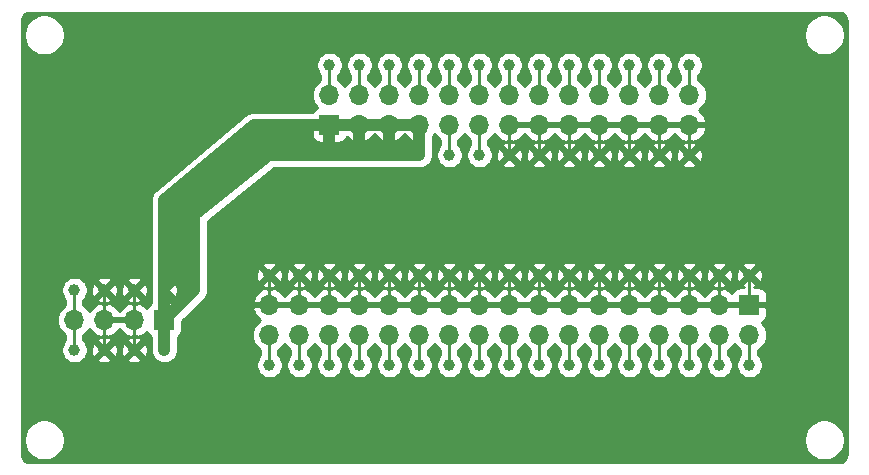
<source format=gbr>
G04 #@! TF.GenerationSoftware,KiCad,Pcbnew,(5.1.2)-2*
G04 #@! TF.CreationDate,2020-11-22T10:01:50+00:00*
G04 #@! TF.ProjectId,26-pin to 34-pin Amiga Floppy Adapter,32362d70-696e-4207-946f-2033342d7069,rev?*
G04 #@! TF.SameCoordinates,Original*
G04 #@! TF.FileFunction,Copper,L2,Bot*
G04 #@! TF.FilePolarity,Positive*
%FSLAX46Y46*%
G04 Gerber Fmt 4.6, Leading zero omitted, Abs format (unit mm)*
G04 Created by KiCad (PCBNEW (5.1.2)-2) date 2020-11-22 10:01:50*
%MOMM*%
%LPD*%
G04 APERTURE LIST*
%ADD10C,1.000000*%
%ADD11O,1.700000X1.700000*%
%ADD12R,1.700000X1.700000*%
%ADD13C,0.250000*%
%ADD14C,1.000000*%
%ADD15C,0.254000*%
G04 APERTURE END LIST*
D10*
X132080000Y-97790000D03*
X134620000Y-97790000D03*
X137160000Y-97790000D03*
X139700000Y-97790000D03*
X142240000Y-97790000D03*
X144780000Y-97790000D03*
X147320000Y-97790000D03*
X111760000Y-107950000D03*
X114300000Y-107950000D03*
X116840000Y-107950000D03*
X119380000Y-107950000D03*
X121920000Y-107950000D03*
X124460000Y-107950000D03*
X127000000Y-107950000D03*
X129540000Y-107950000D03*
X132080000Y-107950000D03*
X134620000Y-107950000D03*
X137160000Y-107950000D03*
X139700000Y-107950000D03*
X142240000Y-107950000D03*
X144780000Y-107950000D03*
X147320000Y-90170000D03*
X144780000Y-90170000D03*
X142240000Y-90170000D03*
X139700000Y-90170000D03*
X137160000Y-90170000D03*
X134620000Y-90170000D03*
X132080000Y-90170000D03*
X129540000Y-90170000D03*
X127000000Y-90170000D03*
X124460000Y-90170000D03*
X121920000Y-90170000D03*
X119380000Y-90170000D03*
X116840000Y-90170000D03*
X129540000Y-97790000D03*
X127000000Y-97790000D03*
X124460000Y-97790000D03*
X121920000Y-97790000D03*
X119380000Y-97790000D03*
X116840000Y-97790000D03*
X102870000Y-114300000D03*
X100330000Y-114300000D03*
X97790000Y-114300000D03*
X95250000Y-114300000D03*
X95250000Y-109220000D03*
X102870000Y-109220000D03*
X100330000Y-109220000D03*
X97790000Y-109220000D03*
X147320000Y-107950000D03*
X149860000Y-107950000D03*
X152400000Y-107950000D03*
X111760000Y-115570000D03*
X114300000Y-115570000D03*
X116840000Y-115570000D03*
X119380000Y-115570000D03*
X121920000Y-115570000D03*
X124460000Y-115570000D03*
X127000000Y-115570000D03*
X129540000Y-115570000D03*
X132080000Y-115570000D03*
X134620000Y-115570000D03*
X137160000Y-115570000D03*
X139700000Y-115570000D03*
X142240000Y-115570000D03*
X144780000Y-115570000D03*
X147320000Y-115570000D03*
X149860000Y-115570000D03*
X152400000Y-115570000D03*
D11*
X111760000Y-113030000D03*
X111760000Y-110490000D03*
X114300000Y-113030000D03*
X114300000Y-110490000D03*
X116840000Y-113030000D03*
X116840000Y-110490000D03*
X119380000Y-113030000D03*
X119380000Y-110490000D03*
X121920000Y-113030000D03*
X121920000Y-110490000D03*
X124460000Y-113030000D03*
X124460000Y-110490000D03*
X127000000Y-113030000D03*
X127000000Y-110490000D03*
X129540000Y-113030000D03*
X129540000Y-110490000D03*
X132080000Y-113030000D03*
X132080000Y-110490000D03*
X134620000Y-113030000D03*
X134620000Y-110490000D03*
X137160000Y-113030000D03*
X137160000Y-110490000D03*
X139700000Y-113030000D03*
X139700000Y-110490000D03*
X142240000Y-113030000D03*
X142240000Y-110490000D03*
X144780000Y-113030000D03*
X144780000Y-110490000D03*
X147320000Y-113030000D03*
X147320000Y-110490000D03*
X149860000Y-113030000D03*
X149860000Y-110490000D03*
X152400000Y-113030000D03*
D12*
X152400000Y-110490000D03*
D11*
X147320000Y-92710000D03*
X147320000Y-95250000D03*
X144780000Y-92710000D03*
X144780000Y-95250000D03*
X142240000Y-92710000D03*
X142240000Y-95250000D03*
X139700000Y-92710000D03*
X139700000Y-95250000D03*
X137160000Y-92710000D03*
X137160000Y-95250000D03*
X134620000Y-92710000D03*
X134620000Y-95250000D03*
X132080000Y-92710000D03*
X132080000Y-95250000D03*
X129540000Y-92710000D03*
X129540000Y-95250000D03*
X127000000Y-92710000D03*
X127000000Y-95250000D03*
X124460000Y-92710000D03*
X124460000Y-95250000D03*
X121920000Y-92710000D03*
X121920000Y-95250000D03*
X119380000Y-92710000D03*
X119380000Y-95250000D03*
X116840000Y-92710000D03*
D12*
X116840000Y-95250000D03*
D11*
X95250000Y-111760000D03*
X97790000Y-111760000D03*
X100330000Y-111760000D03*
D12*
X102870000Y-111760000D03*
D13*
X114300000Y-113030000D02*
X114300000Y-115570000D01*
X147320000Y-92710000D02*
X147320000Y-90170000D01*
X111760000Y-110490000D02*
X111760000Y-107950000D01*
X114300000Y-107950000D02*
X114300000Y-110490000D01*
X116840000Y-107950000D02*
X116840000Y-110490000D01*
X119380000Y-107950000D02*
X119380000Y-110490000D01*
X121920000Y-107950000D02*
X121920000Y-110490000D01*
X124460000Y-107950000D02*
X124460000Y-110490000D01*
X127000000Y-107950000D02*
X127000000Y-110490000D01*
X129540000Y-107950000D02*
X129540000Y-110490000D01*
X132080000Y-107950000D02*
X132080000Y-110490000D01*
X134620000Y-107950000D02*
X134620000Y-110490000D01*
X137160000Y-107950000D02*
X137160000Y-110490000D01*
X139700000Y-107950000D02*
X139700000Y-110490000D01*
X142240000Y-107950000D02*
X142240000Y-110490000D01*
X144780000Y-107950000D02*
X144780000Y-110490000D01*
X147320000Y-107950000D02*
X147320000Y-110490000D01*
X149860000Y-107950000D02*
X149860000Y-110490000D01*
X152400000Y-107950000D02*
X152400000Y-110490000D01*
X132080000Y-95250000D02*
X132080000Y-97790000D01*
X134620000Y-95250000D02*
X134620000Y-97790000D01*
X137160000Y-95250000D02*
X137160000Y-97790000D01*
X139700000Y-95250000D02*
X139700000Y-97790000D01*
X142240000Y-95250000D02*
X142240000Y-97790000D01*
X144780000Y-95250000D02*
X144780000Y-97790000D01*
X147320000Y-95250000D02*
X147320000Y-97790000D01*
X97790000Y-111760000D02*
X97790000Y-114300000D01*
X100330000Y-111760000D02*
X100330000Y-114300000D01*
X97790000Y-111760000D02*
X97790000Y-109220000D01*
X100330000Y-111760000D02*
X100330000Y-109220000D01*
X116840000Y-113030000D02*
X116840000Y-115570000D01*
X144780000Y-92710000D02*
X144780000Y-90170000D01*
X142240000Y-92710000D02*
X142240000Y-90170000D01*
X119380000Y-113030000D02*
X119380000Y-115570000D01*
X139700000Y-92710000D02*
X139700000Y-90170000D01*
X121920000Y-113030000D02*
X121920000Y-115570000D01*
X137160000Y-92710000D02*
X137160000Y-90170000D01*
X124460000Y-113030000D02*
X124460000Y-115570000D01*
X134620000Y-92710000D02*
X134620000Y-90170000D01*
X127000000Y-113030000D02*
X127000000Y-115570000D01*
X132080000Y-92710000D02*
X132080000Y-90170000D01*
X129540000Y-113030000D02*
X129540000Y-115570000D01*
X129540000Y-92710000D02*
X129540000Y-90170000D01*
X132080000Y-113030000D02*
X132080000Y-115570000D01*
X129540000Y-95250000D02*
X129540000Y-97790000D01*
X127000000Y-92710000D02*
X127000000Y-90170000D01*
X134620000Y-113030000D02*
X134620000Y-115570000D01*
X149860000Y-113030000D02*
X149860000Y-115570000D01*
X127000000Y-95250000D02*
X127000000Y-97790000D01*
X111760000Y-113030000D02*
X111760000Y-115570000D01*
X124460000Y-90170000D02*
X124460000Y-92710000D01*
D14*
X124460000Y-95250000D02*
X116840000Y-95250000D01*
X102870000Y-111760000D02*
X102870000Y-114300000D01*
X121920000Y-95250000D02*
X121920000Y-97790000D01*
X124460000Y-95250000D02*
X124460000Y-97790000D01*
X119380000Y-95250000D02*
X119380000Y-97790000D01*
X116840000Y-95250000D02*
X116840000Y-97790000D01*
X116840000Y-97790000D02*
X124460000Y-97790000D01*
X105410000Y-109220000D02*
X102870000Y-111760000D01*
X105410000Y-102870000D02*
X105410000Y-109220000D01*
X116840000Y-97790000D02*
X111760000Y-97790000D01*
X111760000Y-97790000D02*
X105410000Y-102870000D01*
X102870000Y-101600000D02*
X102870000Y-111760000D01*
X116840000Y-95250000D02*
X110490000Y-95250000D01*
X110490000Y-95250000D02*
X102870000Y-101600000D01*
D13*
X121920000Y-92710000D02*
X121920000Y-90170000D01*
X152400000Y-113030000D02*
X152400000Y-115570000D01*
X119380000Y-92710000D02*
X119380000Y-90170000D01*
X142240000Y-113030000D02*
X142240000Y-115570000D01*
X116840000Y-92710000D02*
X116840000Y-90170000D01*
X144780000Y-113030000D02*
X144780000Y-115570000D01*
X137160000Y-113030000D02*
X137160000Y-115570000D01*
X139700000Y-113030000D02*
X139700000Y-115570000D01*
X147320000Y-113030000D02*
X147320000Y-115570000D01*
X95250000Y-109220000D02*
X95250000Y-111760000D01*
X95250000Y-114300000D02*
X95250000Y-111760000D01*
D15*
G36*
X160137869Y-85764722D02*
G01*
X160251246Y-85798953D01*
X160355819Y-85854555D01*
X160447596Y-85929407D01*
X160523091Y-86020664D01*
X160579419Y-86124844D01*
X160614440Y-86237976D01*
X160630000Y-86386022D01*
X160630001Y-123157711D01*
X160615278Y-123307869D01*
X160581047Y-123421246D01*
X160525446Y-123525817D01*
X160450594Y-123617595D01*
X160359335Y-123693091D01*
X160255160Y-123749419D01*
X160142024Y-123784440D01*
X159993979Y-123800000D01*
X91472279Y-123800000D01*
X91322131Y-123785278D01*
X91208754Y-123751047D01*
X91104183Y-123695446D01*
X91012405Y-123620594D01*
X90936909Y-123529335D01*
X90880581Y-123425160D01*
X90845560Y-123312024D01*
X90830000Y-123163979D01*
X90830000Y-121749117D01*
X90975000Y-121749117D01*
X90975000Y-122090883D01*
X91041675Y-122426081D01*
X91172463Y-122741831D01*
X91362337Y-123025998D01*
X91604002Y-123267663D01*
X91888169Y-123457537D01*
X92203919Y-123588325D01*
X92539117Y-123655000D01*
X92880883Y-123655000D01*
X93216081Y-123588325D01*
X93531831Y-123457537D01*
X93815998Y-123267663D01*
X94057663Y-123025998D01*
X94247537Y-122741831D01*
X94378325Y-122426081D01*
X94445000Y-122090883D01*
X94445000Y-121749117D01*
X157015000Y-121749117D01*
X157015000Y-122090883D01*
X157081675Y-122426081D01*
X157212463Y-122741831D01*
X157402337Y-123025998D01*
X157644002Y-123267663D01*
X157928169Y-123457537D01*
X158243919Y-123588325D01*
X158579117Y-123655000D01*
X158920883Y-123655000D01*
X159256081Y-123588325D01*
X159571831Y-123457537D01*
X159855998Y-123267663D01*
X160097663Y-123025998D01*
X160287537Y-122741831D01*
X160418325Y-122426081D01*
X160485000Y-122090883D01*
X160485000Y-121749117D01*
X160418325Y-121413919D01*
X160287537Y-121098169D01*
X160097663Y-120814002D01*
X159855998Y-120572337D01*
X159571831Y-120382463D01*
X159256081Y-120251675D01*
X158920883Y-120185000D01*
X158579117Y-120185000D01*
X158243919Y-120251675D01*
X157928169Y-120382463D01*
X157644002Y-120572337D01*
X157402337Y-120814002D01*
X157212463Y-121098169D01*
X157081675Y-121413919D01*
X157015000Y-121749117D01*
X94445000Y-121749117D01*
X94378325Y-121413919D01*
X94247537Y-121098169D01*
X94057663Y-120814002D01*
X93815998Y-120572337D01*
X93531831Y-120382463D01*
X93216081Y-120251675D01*
X92880883Y-120185000D01*
X92539117Y-120185000D01*
X92203919Y-120251675D01*
X91888169Y-120382463D01*
X91604002Y-120572337D01*
X91362337Y-120814002D01*
X91172463Y-121098169D01*
X91041675Y-121413919D01*
X90975000Y-121749117D01*
X90830000Y-121749117D01*
X90830000Y-111760000D01*
X93757815Y-111760000D01*
X93786487Y-112051111D01*
X93871401Y-112331034D01*
X94009294Y-112589014D01*
X94194866Y-112815134D01*
X94420986Y-113000706D01*
X94490000Y-113037595D01*
X94490000Y-113454868D01*
X94368388Y-113576480D01*
X94244176Y-113762376D01*
X94158617Y-113968933D01*
X94115000Y-114188212D01*
X94115000Y-114411788D01*
X94158617Y-114631067D01*
X94244176Y-114837624D01*
X94368388Y-115023520D01*
X94526480Y-115181612D01*
X94712376Y-115305824D01*
X94918933Y-115391383D01*
X95138212Y-115435000D01*
X95361788Y-115435000D01*
X95581067Y-115391383D01*
X95787624Y-115305824D01*
X95973520Y-115181612D01*
X96076966Y-115078166D01*
X97191439Y-115078166D01*
X97226550Y-115291588D01*
X97430826Y-115382458D01*
X97648905Y-115431731D01*
X97872406Y-115437511D01*
X98092740Y-115399577D01*
X98301440Y-115319387D01*
X98353450Y-115291588D01*
X98388561Y-115078166D01*
X99731439Y-115078166D01*
X99766550Y-115291588D01*
X99970826Y-115382458D01*
X100188905Y-115431731D01*
X100412406Y-115437511D01*
X100632740Y-115399577D01*
X100841440Y-115319387D01*
X100893450Y-115291588D01*
X100928561Y-115078166D01*
X100330000Y-114479605D01*
X99731439Y-115078166D01*
X98388561Y-115078166D01*
X97790000Y-114479605D01*
X97191439Y-115078166D01*
X96076966Y-115078166D01*
X96131612Y-115023520D01*
X96255824Y-114837624D01*
X96341383Y-114631067D01*
X96385000Y-114411788D01*
X96385000Y-114382406D01*
X96652489Y-114382406D01*
X96690423Y-114602740D01*
X96770613Y-114811440D01*
X96798412Y-114863450D01*
X97011834Y-114898561D01*
X97610395Y-114300000D01*
X97969605Y-114300000D01*
X98568166Y-114898561D01*
X98781588Y-114863450D01*
X98872458Y-114659174D01*
X98921731Y-114441095D01*
X98923248Y-114382406D01*
X99192489Y-114382406D01*
X99230423Y-114602740D01*
X99310613Y-114811440D01*
X99338412Y-114863450D01*
X99551834Y-114898561D01*
X100150395Y-114300000D01*
X100509605Y-114300000D01*
X101108166Y-114898561D01*
X101321588Y-114863450D01*
X101412458Y-114659174D01*
X101461731Y-114441095D01*
X101467511Y-114217594D01*
X101429577Y-113997260D01*
X101349387Y-113788560D01*
X101321588Y-113736550D01*
X101108166Y-113701439D01*
X100509605Y-114300000D01*
X100150395Y-114300000D01*
X99551834Y-113701439D01*
X99338412Y-113736550D01*
X99247542Y-113940826D01*
X99198269Y-114158905D01*
X99192489Y-114382406D01*
X98923248Y-114382406D01*
X98927511Y-114217594D01*
X98889577Y-113997260D01*
X98809387Y-113788560D01*
X98781588Y-113736550D01*
X98568166Y-113701439D01*
X97969605Y-114300000D01*
X97610395Y-114300000D01*
X97011834Y-113701439D01*
X96798412Y-113736550D01*
X96707542Y-113940826D01*
X96658269Y-114158905D01*
X96652489Y-114382406D01*
X96385000Y-114382406D01*
X96385000Y-114188212D01*
X96341383Y-113968933D01*
X96255824Y-113762376D01*
X96131612Y-113576480D01*
X96010000Y-113454868D01*
X96010000Y-113037595D01*
X96079014Y-113000706D01*
X96305134Y-112815134D01*
X96490706Y-112589014D01*
X96525201Y-112524477D01*
X96594822Y-112641355D01*
X96789731Y-112857588D01*
X97023080Y-113031641D01*
X97285901Y-113156825D01*
X97433110Y-113201476D01*
X97662998Y-113080156D01*
X97662998Y-113170167D01*
X97487260Y-113200423D01*
X97278560Y-113280613D01*
X97226550Y-113308412D01*
X97191439Y-113521834D01*
X97790000Y-114120395D01*
X98388561Y-113521834D01*
X98353450Y-113308412D01*
X98149174Y-113217542D01*
X97931095Y-113168269D01*
X97917002Y-113167905D01*
X97917002Y-113080156D01*
X98146890Y-113201476D01*
X98294099Y-113156825D01*
X98556920Y-113031641D01*
X98790269Y-112857588D01*
X98985178Y-112641355D01*
X99060000Y-112515745D01*
X99134822Y-112641355D01*
X99329731Y-112857588D01*
X99563080Y-113031641D01*
X99825901Y-113156825D01*
X99973110Y-113201476D01*
X100202998Y-113080156D01*
X100202998Y-113170167D01*
X100027260Y-113200423D01*
X99818560Y-113280613D01*
X99766550Y-113308412D01*
X99731439Y-113521834D01*
X100330000Y-114120395D01*
X100928561Y-113521834D01*
X100893450Y-113308412D01*
X100689174Y-113217542D01*
X100471095Y-113168269D01*
X100457002Y-113167905D01*
X100457002Y-113080156D01*
X100686890Y-113201476D01*
X100834099Y-113156825D01*
X101096920Y-113031641D01*
X101330269Y-112857588D01*
X101406034Y-112773534D01*
X101430498Y-112854180D01*
X101489463Y-112964494D01*
X101568815Y-113061185D01*
X101665506Y-113140537D01*
X101735001Y-113177683D01*
X101735001Y-114188207D01*
X101735000Y-114188212D01*
X101735000Y-114411788D01*
X101745934Y-114466757D01*
X101751424Y-114522499D01*
X101767683Y-114576096D01*
X101778617Y-114631067D01*
X101800067Y-114682851D01*
X101816325Y-114736447D01*
X101842728Y-114785843D01*
X101864176Y-114837624D01*
X101895312Y-114884222D01*
X101921717Y-114933623D01*
X101957254Y-114976925D01*
X101988388Y-115023520D01*
X102028014Y-115063146D01*
X102063552Y-115106449D01*
X102106855Y-115141987D01*
X102146480Y-115181612D01*
X102193074Y-115212745D01*
X102236378Y-115248284D01*
X102285782Y-115274691D01*
X102332376Y-115305824D01*
X102384153Y-115327271D01*
X102433554Y-115353676D01*
X102487155Y-115369936D01*
X102538933Y-115391383D01*
X102593897Y-115402316D01*
X102647502Y-115418577D01*
X102703252Y-115424068D01*
X102758212Y-115435000D01*
X102814249Y-115435000D01*
X102870000Y-115440491D01*
X102925752Y-115435000D01*
X102981788Y-115435000D01*
X103036747Y-115424068D01*
X103092499Y-115418577D01*
X103146106Y-115402315D01*
X103201067Y-115391383D01*
X103252842Y-115369937D01*
X103306447Y-115353676D01*
X103355851Y-115327269D01*
X103407624Y-115305824D01*
X103454214Y-115274693D01*
X103503623Y-115248284D01*
X103546932Y-115212741D01*
X103593520Y-115181612D01*
X103633141Y-115141991D01*
X103676449Y-115106449D01*
X103711991Y-115063141D01*
X103751612Y-115023520D01*
X103782741Y-114976932D01*
X103818284Y-114933623D01*
X103844693Y-114884214D01*
X103875824Y-114837624D01*
X103897269Y-114785851D01*
X103923676Y-114736447D01*
X103939937Y-114682842D01*
X103961383Y-114631067D01*
X103972315Y-114576106D01*
X103988577Y-114522499D01*
X103994068Y-114466747D01*
X104005000Y-114411788D01*
X104005000Y-113177683D01*
X104074494Y-113140537D01*
X104171185Y-113061185D01*
X104196777Y-113030000D01*
X110267815Y-113030000D01*
X110296487Y-113321111D01*
X110381401Y-113601034D01*
X110519294Y-113859014D01*
X110704866Y-114085134D01*
X110930986Y-114270706D01*
X111000001Y-114307595D01*
X111000001Y-114724867D01*
X110878388Y-114846480D01*
X110754176Y-115032376D01*
X110668617Y-115238933D01*
X110625000Y-115458212D01*
X110625000Y-115681788D01*
X110668617Y-115901067D01*
X110754176Y-116107624D01*
X110878388Y-116293520D01*
X111036480Y-116451612D01*
X111222376Y-116575824D01*
X111428933Y-116661383D01*
X111648212Y-116705000D01*
X111871788Y-116705000D01*
X112091067Y-116661383D01*
X112297624Y-116575824D01*
X112483520Y-116451612D01*
X112641612Y-116293520D01*
X112765824Y-116107624D01*
X112851383Y-115901067D01*
X112895000Y-115681788D01*
X112895000Y-115458212D01*
X112851383Y-115238933D01*
X112765824Y-115032376D01*
X112641612Y-114846480D01*
X112520000Y-114724868D01*
X112520000Y-114307595D01*
X112589014Y-114270706D01*
X112815134Y-114085134D01*
X113000706Y-113859014D01*
X113030000Y-113804209D01*
X113059294Y-113859014D01*
X113244866Y-114085134D01*
X113470986Y-114270706D01*
X113540001Y-114307595D01*
X113540001Y-114724867D01*
X113418388Y-114846480D01*
X113294176Y-115032376D01*
X113208617Y-115238933D01*
X113165000Y-115458212D01*
X113165000Y-115681788D01*
X113208617Y-115901067D01*
X113294176Y-116107624D01*
X113418388Y-116293520D01*
X113576480Y-116451612D01*
X113762376Y-116575824D01*
X113968933Y-116661383D01*
X114188212Y-116705000D01*
X114411788Y-116705000D01*
X114631067Y-116661383D01*
X114837624Y-116575824D01*
X115023520Y-116451612D01*
X115181612Y-116293520D01*
X115305824Y-116107624D01*
X115391383Y-115901067D01*
X115435000Y-115681788D01*
X115435000Y-115458212D01*
X115391383Y-115238933D01*
X115305824Y-115032376D01*
X115181612Y-114846480D01*
X115060000Y-114724868D01*
X115060000Y-114307595D01*
X115129014Y-114270706D01*
X115355134Y-114085134D01*
X115540706Y-113859014D01*
X115570000Y-113804209D01*
X115599294Y-113859014D01*
X115784866Y-114085134D01*
X116010986Y-114270706D01*
X116080001Y-114307595D01*
X116080001Y-114724867D01*
X115958388Y-114846480D01*
X115834176Y-115032376D01*
X115748617Y-115238933D01*
X115705000Y-115458212D01*
X115705000Y-115681788D01*
X115748617Y-115901067D01*
X115834176Y-116107624D01*
X115958388Y-116293520D01*
X116116480Y-116451612D01*
X116302376Y-116575824D01*
X116508933Y-116661383D01*
X116728212Y-116705000D01*
X116951788Y-116705000D01*
X117171067Y-116661383D01*
X117377624Y-116575824D01*
X117563520Y-116451612D01*
X117721612Y-116293520D01*
X117845824Y-116107624D01*
X117931383Y-115901067D01*
X117975000Y-115681788D01*
X117975000Y-115458212D01*
X117931383Y-115238933D01*
X117845824Y-115032376D01*
X117721612Y-114846480D01*
X117600000Y-114724868D01*
X117600000Y-114307595D01*
X117669014Y-114270706D01*
X117895134Y-114085134D01*
X118080706Y-113859014D01*
X118110000Y-113804209D01*
X118139294Y-113859014D01*
X118324866Y-114085134D01*
X118550986Y-114270706D01*
X118620001Y-114307595D01*
X118620001Y-114724867D01*
X118498388Y-114846480D01*
X118374176Y-115032376D01*
X118288617Y-115238933D01*
X118245000Y-115458212D01*
X118245000Y-115681788D01*
X118288617Y-115901067D01*
X118374176Y-116107624D01*
X118498388Y-116293520D01*
X118656480Y-116451612D01*
X118842376Y-116575824D01*
X119048933Y-116661383D01*
X119268212Y-116705000D01*
X119491788Y-116705000D01*
X119711067Y-116661383D01*
X119917624Y-116575824D01*
X120103520Y-116451612D01*
X120261612Y-116293520D01*
X120385824Y-116107624D01*
X120471383Y-115901067D01*
X120515000Y-115681788D01*
X120515000Y-115458212D01*
X120471383Y-115238933D01*
X120385824Y-115032376D01*
X120261612Y-114846480D01*
X120140000Y-114724868D01*
X120140000Y-114307595D01*
X120209014Y-114270706D01*
X120435134Y-114085134D01*
X120620706Y-113859014D01*
X120650000Y-113804209D01*
X120679294Y-113859014D01*
X120864866Y-114085134D01*
X121090986Y-114270706D01*
X121160001Y-114307595D01*
X121160001Y-114724867D01*
X121038388Y-114846480D01*
X120914176Y-115032376D01*
X120828617Y-115238933D01*
X120785000Y-115458212D01*
X120785000Y-115681788D01*
X120828617Y-115901067D01*
X120914176Y-116107624D01*
X121038388Y-116293520D01*
X121196480Y-116451612D01*
X121382376Y-116575824D01*
X121588933Y-116661383D01*
X121808212Y-116705000D01*
X122031788Y-116705000D01*
X122251067Y-116661383D01*
X122457624Y-116575824D01*
X122643520Y-116451612D01*
X122801612Y-116293520D01*
X122925824Y-116107624D01*
X123011383Y-115901067D01*
X123055000Y-115681788D01*
X123055000Y-115458212D01*
X123011383Y-115238933D01*
X122925824Y-115032376D01*
X122801612Y-114846480D01*
X122680000Y-114724868D01*
X122680000Y-114307595D01*
X122749014Y-114270706D01*
X122975134Y-114085134D01*
X123160706Y-113859014D01*
X123190000Y-113804209D01*
X123219294Y-113859014D01*
X123404866Y-114085134D01*
X123630986Y-114270706D01*
X123700001Y-114307595D01*
X123700001Y-114724867D01*
X123578388Y-114846480D01*
X123454176Y-115032376D01*
X123368617Y-115238933D01*
X123325000Y-115458212D01*
X123325000Y-115681788D01*
X123368617Y-115901067D01*
X123454176Y-116107624D01*
X123578388Y-116293520D01*
X123736480Y-116451612D01*
X123922376Y-116575824D01*
X124128933Y-116661383D01*
X124348212Y-116705000D01*
X124571788Y-116705000D01*
X124791067Y-116661383D01*
X124997624Y-116575824D01*
X125183520Y-116451612D01*
X125341612Y-116293520D01*
X125465824Y-116107624D01*
X125551383Y-115901067D01*
X125595000Y-115681788D01*
X125595000Y-115458212D01*
X125551383Y-115238933D01*
X125465824Y-115032376D01*
X125341612Y-114846480D01*
X125220000Y-114724868D01*
X125220000Y-114307595D01*
X125289014Y-114270706D01*
X125515134Y-114085134D01*
X125700706Y-113859014D01*
X125730000Y-113804209D01*
X125759294Y-113859014D01*
X125944866Y-114085134D01*
X126170986Y-114270706D01*
X126240001Y-114307595D01*
X126240001Y-114724867D01*
X126118388Y-114846480D01*
X125994176Y-115032376D01*
X125908617Y-115238933D01*
X125865000Y-115458212D01*
X125865000Y-115681788D01*
X125908617Y-115901067D01*
X125994176Y-116107624D01*
X126118388Y-116293520D01*
X126276480Y-116451612D01*
X126462376Y-116575824D01*
X126668933Y-116661383D01*
X126888212Y-116705000D01*
X127111788Y-116705000D01*
X127331067Y-116661383D01*
X127537624Y-116575824D01*
X127723520Y-116451612D01*
X127881612Y-116293520D01*
X128005824Y-116107624D01*
X128091383Y-115901067D01*
X128135000Y-115681788D01*
X128135000Y-115458212D01*
X128091383Y-115238933D01*
X128005824Y-115032376D01*
X127881612Y-114846480D01*
X127760000Y-114724868D01*
X127760000Y-114307595D01*
X127829014Y-114270706D01*
X128055134Y-114085134D01*
X128240706Y-113859014D01*
X128270000Y-113804209D01*
X128299294Y-113859014D01*
X128484866Y-114085134D01*
X128710986Y-114270706D01*
X128780001Y-114307595D01*
X128780001Y-114724867D01*
X128658388Y-114846480D01*
X128534176Y-115032376D01*
X128448617Y-115238933D01*
X128405000Y-115458212D01*
X128405000Y-115681788D01*
X128448617Y-115901067D01*
X128534176Y-116107624D01*
X128658388Y-116293520D01*
X128816480Y-116451612D01*
X129002376Y-116575824D01*
X129208933Y-116661383D01*
X129428212Y-116705000D01*
X129651788Y-116705000D01*
X129871067Y-116661383D01*
X130077624Y-116575824D01*
X130263520Y-116451612D01*
X130421612Y-116293520D01*
X130545824Y-116107624D01*
X130631383Y-115901067D01*
X130675000Y-115681788D01*
X130675000Y-115458212D01*
X130631383Y-115238933D01*
X130545824Y-115032376D01*
X130421612Y-114846480D01*
X130300000Y-114724868D01*
X130300000Y-114307595D01*
X130369014Y-114270706D01*
X130595134Y-114085134D01*
X130780706Y-113859014D01*
X130810000Y-113804209D01*
X130839294Y-113859014D01*
X131024866Y-114085134D01*
X131250986Y-114270706D01*
X131320001Y-114307595D01*
X131320001Y-114724867D01*
X131198388Y-114846480D01*
X131074176Y-115032376D01*
X130988617Y-115238933D01*
X130945000Y-115458212D01*
X130945000Y-115681788D01*
X130988617Y-115901067D01*
X131074176Y-116107624D01*
X131198388Y-116293520D01*
X131356480Y-116451612D01*
X131542376Y-116575824D01*
X131748933Y-116661383D01*
X131968212Y-116705000D01*
X132191788Y-116705000D01*
X132411067Y-116661383D01*
X132617624Y-116575824D01*
X132803520Y-116451612D01*
X132961612Y-116293520D01*
X133085824Y-116107624D01*
X133171383Y-115901067D01*
X133215000Y-115681788D01*
X133215000Y-115458212D01*
X133171383Y-115238933D01*
X133085824Y-115032376D01*
X132961612Y-114846480D01*
X132840000Y-114724868D01*
X132840000Y-114307595D01*
X132909014Y-114270706D01*
X133135134Y-114085134D01*
X133320706Y-113859014D01*
X133350000Y-113804209D01*
X133379294Y-113859014D01*
X133564866Y-114085134D01*
X133790986Y-114270706D01*
X133860001Y-114307595D01*
X133860001Y-114724867D01*
X133738388Y-114846480D01*
X133614176Y-115032376D01*
X133528617Y-115238933D01*
X133485000Y-115458212D01*
X133485000Y-115681788D01*
X133528617Y-115901067D01*
X133614176Y-116107624D01*
X133738388Y-116293520D01*
X133896480Y-116451612D01*
X134082376Y-116575824D01*
X134288933Y-116661383D01*
X134508212Y-116705000D01*
X134731788Y-116705000D01*
X134951067Y-116661383D01*
X135157624Y-116575824D01*
X135343520Y-116451612D01*
X135501612Y-116293520D01*
X135625824Y-116107624D01*
X135711383Y-115901067D01*
X135755000Y-115681788D01*
X135755000Y-115458212D01*
X135711383Y-115238933D01*
X135625824Y-115032376D01*
X135501612Y-114846480D01*
X135380000Y-114724868D01*
X135380000Y-114307595D01*
X135449014Y-114270706D01*
X135675134Y-114085134D01*
X135860706Y-113859014D01*
X135890000Y-113804209D01*
X135919294Y-113859014D01*
X136104866Y-114085134D01*
X136330986Y-114270706D01*
X136400001Y-114307595D01*
X136400001Y-114724867D01*
X136278388Y-114846480D01*
X136154176Y-115032376D01*
X136068617Y-115238933D01*
X136025000Y-115458212D01*
X136025000Y-115681788D01*
X136068617Y-115901067D01*
X136154176Y-116107624D01*
X136278388Y-116293520D01*
X136436480Y-116451612D01*
X136622376Y-116575824D01*
X136828933Y-116661383D01*
X137048212Y-116705000D01*
X137271788Y-116705000D01*
X137491067Y-116661383D01*
X137697624Y-116575824D01*
X137883520Y-116451612D01*
X138041612Y-116293520D01*
X138165824Y-116107624D01*
X138251383Y-115901067D01*
X138295000Y-115681788D01*
X138295000Y-115458212D01*
X138251383Y-115238933D01*
X138165824Y-115032376D01*
X138041612Y-114846480D01*
X137920000Y-114724868D01*
X137920000Y-114307595D01*
X137989014Y-114270706D01*
X138215134Y-114085134D01*
X138400706Y-113859014D01*
X138430000Y-113804209D01*
X138459294Y-113859014D01*
X138644866Y-114085134D01*
X138870986Y-114270706D01*
X138940001Y-114307595D01*
X138940001Y-114724867D01*
X138818388Y-114846480D01*
X138694176Y-115032376D01*
X138608617Y-115238933D01*
X138565000Y-115458212D01*
X138565000Y-115681788D01*
X138608617Y-115901067D01*
X138694176Y-116107624D01*
X138818388Y-116293520D01*
X138976480Y-116451612D01*
X139162376Y-116575824D01*
X139368933Y-116661383D01*
X139588212Y-116705000D01*
X139811788Y-116705000D01*
X140031067Y-116661383D01*
X140237624Y-116575824D01*
X140423520Y-116451612D01*
X140581612Y-116293520D01*
X140705824Y-116107624D01*
X140791383Y-115901067D01*
X140835000Y-115681788D01*
X140835000Y-115458212D01*
X140791383Y-115238933D01*
X140705824Y-115032376D01*
X140581612Y-114846480D01*
X140460000Y-114724868D01*
X140460000Y-114307595D01*
X140529014Y-114270706D01*
X140755134Y-114085134D01*
X140940706Y-113859014D01*
X140970000Y-113804209D01*
X140999294Y-113859014D01*
X141184866Y-114085134D01*
X141410986Y-114270706D01*
X141480001Y-114307595D01*
X141480001Y-114724867D01*
X141358388Y-114846480D01*
X141234176Y-115032376D01*
X141148617Y-115238933D01*
X141105000Y-115458212D01*
X141105000Y-115681788D01*
X141148617Y-115901067D01*
X141234176Y-116107624D01*
X141358388Y-116293520D01*
X141516480Y-116451612D01*
X141702376Y-116575824D01*
X141908933Y-116661383D01*
X142128212Y-116705000D01*
X142351788Y-116705000D01*
X142571067Y-116661383D01*
X142777624Y-116575824D01*
X142963520Y-116451612D01*
X143121612Y-116293520D01*
X143245824Y-116107624D01*
X143331383Y-115901067D01*
X143375000Y-115681788D01*
X143375000Y-115458212D01*
X143331383Y-115238933D01*
X143245824Y-115032376D01*
X143121612Y-114846480D01*
X143000000Y-114724868D01*
X143000000Y-114307595D01*
X143069014Y-114270706D01*
X143295134Y-114085134D01*
X143480706Y-113859014D01*
X143510000Y-113804209D01*
X143539294Y-113859014D01*
X143724866Y-114085134D01*
X143950986Y-114270706D01*
X144020001Y-114307595D01*
X144020001Y-114724867D01*
X143898388Y-114846480D01*
X143774176Y-115032376D01*
X143688617Y-115238933D01*
X143645000Y-115458212D01*
X143645000Y-115681788D01*
X143688617Y-115901067D01*
X143774176Y-116107624D01*
X143898388Y-116293520D01*
X144056480Y-116451612D01*
X144242376Y-116575824D01*
X144448933Y-116661383D01*
X144668212Y-116705000D01*
X144891788Y-116705000D01*
X145111067Y-116661383D01*
X145317624Y-116575824D01*
X145503520Y-116451612D01*
X145661612Y-116293520D01*
X145785824Y-116107624D01*
X145871383Y-115901067D01*
X145915000Y-115681788D01*
X145915000Y-115458212D01*
X145871383Y-115238933D01*
X145785824Y-115032376D01*
X145661612Y-114846480D01*
X145540000Y-114724868D01*
X145540000Y-114307595D01*
X145609014Y-114270706D01*
X145835134Y-114085134D01*
X146020706Y-113859014D01*
X146050000Y-113804209D01*
X146079294Y-113859014D01*
X146264866Y-114085134D01*
X146490986Y-114270706D01*
X146560001Y-114307595D01*
X146560001Y-114724867D01*
X146438388Y-114846480D01*
X146314176Y-115032376D01*
X146228617Y-115238933D01*
X146185000Y-115458212D01*
X146185000Y-115681788D01*
X146228617Y-115901067D01*
X146314176Y-116107624D01*
X146438388Y-116293520D01*
X146596480Y-116451612D01*
X146782376Y-116575824D01*
X146988933Y-116661383D01*
X147208212Y-116705000D01*
X147431788Y-116705000D01*
X147651067Y-116661383D01*
X147857624Y-116575824D01*
X148043520Y-116451612D01*
X148201612Y-116293520D01*
X148325824Y-116107624D01*
X148411383Y-115901067D01*
X148455000Y-115681788D01*
X148455000Y-115458212D01*
X148411383Y-115238933D01*
X148325824Y-115032376D01*
X148201612Y-114846480D01*
X148080000Y-114724868D01*
X148080000Y-114307595D01*
X148149014Y-114270706D01*
X148375134Y-114085134D01*
X148560706Y-113859014D01*
X148590000Y-113804209D01*
X148619294Y-113859014D01*
X148804866Y-114085134D01*
X149030986Y-114270706D01*
X149100001Y-114307595D01*
X149100001Y-114724867D01*
X148978388Y-114846480D01*
X148854176Y-115032376D01*
X148768617Y-115238933D01*
X148725000Y-115458212D01*
X148725000Y-115681788D01*
X148768617Y-115901067D01*
X148854176Y-116107624D01*
X148978388Y-116293520D01*
X149136480Y-116451612D01*
X149322376Y-116575824D01*
X149528933Y-116661383D01*
X149748212Y-116705000D01*
X149971788Y-116705000D01*
X150191067Y-116661383D01*
X150397624Y-116575824D01*
X150583520Y-116451612D01*
X150741612Y-116293520D01*
X150865824Y-116107624D01*
X150951383Y-115901067D01*
X150995000Y-115681788D01*
X150995000Y-115458212D01*
X150951383Y-115238933D01*
X150865824Y-115032376D01*
X150741612Y-114846480D01*
X150620000Y-114724868D01*
X150620000Y-114307595D01*
X150689014Y-114270706D01*
X150915134Y-114085134D01*
X151100706Y-113859014D01*
X151130000Y-113804209D01*
X151159294Y-113859014D01*
X151344866Y-114085134D01*
X151570986Y-114270706D01*
X151640001Y-114307595D01*
X151640001Y-114724867D01*
X151518388Y-114846480D01*
X151394176Y-115032376D01*
X151308617Y-115238933D01*
X151265000Y-115458212D01*
X151265000Y-115681788D01*
X151308617Y-115901067D01*
X151394176Y-116107624D01*
X151518388Y-116293520D01*
X151676480Y-116451612D01*
X151862376Y-116575824D01*
X152068933Y-116661383D01*
X152288212Y-116705000D01*
X152511788Y-116705000D01*
X152731067Y-116661383D01*
X152937624Y-116575824D01*
X153123520Y-116451612D01*
X153281612Y-116293520D01*
X153405824Y-116107624D01*
X153491383Y-115901067D01*
X153535000Y-115681788D01*
X153535000Y-115458212D01*
X153491383Y-115238933D01*
X153405824Y-115032376D01*
X153281612Y-114846480D01*
X153160000Y-114724868D01*
X153160000Y-114307595D01*
X153229014Y-114270706D01*
X153455134Y-114085134D01*
X153640706Y-113859014D01*
X153778599Y-113601034D01*
X153863513Y-113321111D01*
X153892185Y-113030000D01*
X153863513Y-112738889D01*
X153778599Y-112458966D01*
X153640706Y-112200986D01*
X153455134Y-111974866D01*
X153425313Y-111950393D01*
X153494180Y-111929502D01*
X153604494Y-111870537D01*
X153701185Y-111791185D01*
X153780537Y-111694494D01*
X153839502Y-111584180D01*
X153875812Y-111464482D01*
X153888072Y-111340000D01*
X153885000Y-110775750D01*
X153726250Y-110617000D01*
X152527000Y-110617000D01*
X152527000Y-110637000D01*
X152273000Y-110637000D01*
X152273000Y-110617000D01*
X149987000Y-110617000D01*
X149987000Y-110637000D01*
X149733000Y-110637000D01*
X149733000Y-110617000D01*
X147447000Y-110617000D01*
X147447000Y-110637000D01*
X147193000Y-110637000D01*
X147193000Y-110617000D01*
X144907000Y-110617000D01*
X144907000Y-110637000D01*
X144653000Y-110637000D01*
X144653000Y-110617000D01*
X142367000Y-110617000D01*
X142367000Y-110637000D01*
X142113000Y-110637000D01*
X142113000Y-110617000D01*
X139827000Y-110617000D01*
X139827000Y-110637000D01*
X139573000Y-110637000D01*
X139573000Y-110617000D01*
X137287000Y-110617000D01*
X137287000Y-110637000D01*
X137033000Y-110637000D01*
X137033000Y-110617000D01*
X134747000Y-110617000D01*
X134747000Y-110637000D01*
X134493000Y-110637000D01*
X134493000Y-110617000D01*
X132207000Y-110617000D01*
X132207000Y-110637000D01*
X131953000Y-110637000D01*
X131953000Y-110617000D01*
X129667000Y-110617000D01*
X129667000Y-110637000D01*
X129413000Y-110637000D01*
X129413000Y-110617000D01*
X127127000Y-110617000D01*
X127127000Y-110637000D01*
X126873000Y-110637000D01*
X126873000Y-110617000D01*
X124587000Y-110617000D01*
X124587000Y-110637000D01*
X124333000Y-110637000D01*
X124333000Y-110617000D01*
X122047000Y-110617000D01*
X122047000Y-110637000D01*
X121793000Y-110637000D01*
X121793000Y-110617000D01*
X119507000Y-110617000D01*
X119507000Y-110637000D01*
X119253000Y-110637000D01*
X119253000Y-110617000D01*
X116967000Y-110617000D01*
X116967000Y-110637000D01*
X116713000Y-110637000D01*
X116713000Y-110617000D01*
X114427000Y-110617000D01*
X114427000Y-110637000D01*
X114173000Y-110637000D01*
X114173000Y-110617000D01*
X111887000Y-110617000D01*
X111887000Y-110637000D01*
X111633000Y-110637000D01*
X111633000Y-110617000D01*
X110439186Y-110617000D01*
X110318519Y-110846891D01*
X110415843Y-111121252D01*
X110564822Y-111371355D01*
X110759731Y-111587588D01*
X110988756Y-111758416D01*
X110930986Y-111789294D01*
X110704866Y-111974866D01*
X110519294Y-112200986D01*
X110381401Y-112458966D01*
X110296487Y-112738889D01*
X110267815Y-113030000D01*
X104196777Y-113030000D01*
X104250537Y-112964494D01*
X104309502Y-112854180D01*
X104345812Y-112734482D01*
X104358072Y-112610000D01*
X104358072Y-111877059D01*
X106102022Y-110133109D01*
X110318519Y-110133109D01*
X110439186Y-110363000D01*
X111633000Y-110363000D01*
X111633000Y-110343000D01*
X111887000Y-110343000D01*
X111887000Y-110363000D01*
X114173000Y-110363000D01*
X114173000Y-110343000D01*
X114427000Y-110343000D01*
X114427000Y-110363000D01*
X116713000Y-110363000D01*
X116713000Y-110343000D01*
X116967000Y-110343000D01*
X116967000Y-110363000D01*
X119253000Y-110363000D01*
X119253000Y-110343000D01*
X119507000Y-110343000D01*
X119507000Y-110363000D01*
X121793000Y-110363000D01*
X121793000Y-110343000D01*
X122047000Y-110343000D01*
X122047000Y-110363000D01*
X124333000Y-110363000D01*
X124333000Y-110343000D01*
X124587000Y-110343000D01*
X124587000Y-110363000D01*
X126873000Y-110363000D01*
X126873000Y-110343000D01*
X127127000Y-110343000D01*
X127127000Y-110363000D01*
X129413000Y-110363000D01*
X129413000Y-110343000D01*
X129667000Y-110343000D01*
X129667000Y-110363000D01*
X131953000Y-110363000D01*
X131953000Y-110343000D01*
X132207000Y-110343000D01*
X132207000Y-110363000D01*
X134493000Y-110363000D01*
X134493000Y-110343000D01*
X134747000Y-110343000D01*
X134747000Y-110363000D01*
X137033000Y-110363000D01*
X137033000Y-110343000D01*
X137287000Y-110343000D01*
X137287000Y-110363000D01*
X139573000Y-110363000D01*
X139573000Y-110343000D01*
X139827000Y-110343000D01*
X139827000Y-110363000D01*
X142113000Y-110363000D01*
X142113000Y-110343000D01*
X142367000Y-110343000D01*
X142367000Y-110363000D01*
X144653000Y-110363000D01*
X144653000Y-110343000D01*
X144907000Y-110343000D01*
X144907000Y-110363000D01*
X147193000Y-110363000D01*
X147193000Y-110343000D01*
X147447000Y-110343000D01*
X147447000Y-110363000D01*
X149733000Y-110363000D01*
X149733000Y-110343000D01*
X149987000Y-110343000D01*
X149987000Y-110363000D01*
X152273000Y-110363000D01*
X152273000Y-110343000D01*
X152527000Y-110343000D01*
X152527000Y-110363000D01*
X153726250Y-110363000D01*
X153885000Y-110204250D01*
X153888072Y-109640000D01*
X153875812Y-109515518D01*
X153839502Y-109395820D01*
X153780537Y-109285506D01*
X153701185Y-109188815D01*
X153604494Y-109109463D01*
X153494180Y-109050498D01*
X153374482Y-109014188D01*
X153250000Y-109001928D01*
X152820666Y-109004265D01*
X152911440Y-108969387D01*
X152963450Y-108941588D01*
X152998561Y-108728166D01*
X152400000Y-108129605D01*
X151801439Y-108728166D01*
X151836550Y-108941588D01*
X151977426Y-109004255D01*
X151550000Y-109001928D01*
X151425518Y-109014188D01*
X151305820Y-109050498D01*
X151195506Y-109109463D01*
X151098815Y-109188815D01*
X151019463Y-109285506D01*
X150960498Y-109395820D01*
X150936034Y-109476466D01*
X150860269Y-109392412D01*
X150626920Y-109218359D01*
X150364099Y-109093175D01*
X150216890Y-109048524D01*
X149987002Y-109169844D01*
X149987002Y-109079833D01*
X150162740Y-109049577D01*
X150371440Y-108969387D01*
X150423450Y-108941588D01*
X150458561Y-108728166D01*
X149860000Y-108129605D01*
X149261439Y-108728166D01*
X149296550Y-108941588D01*
X149500826Y-109032458D01*
X149718905Y-109081731D01*
X149732998Y-109082095D01*
X149732998Y-109169844D01*
X149503110Y-109048524D01*
X149355901Y-109093175D01*
X149093080Y-109218359D01*
X148859731Y-109392412D01*
X148664822Y-109608645D01*
X148590000Y-109734255D01*
X148515178Y-109608645D01*
X148320269Y-109392412D01*
X148086920Y-109218359D01*
X147824099Y-109093175D01*
X147676890Y-109048524D01*
X147447002Y-109169844D01*
X147447002Y-109079833D01*
X147622740Y-109049577D01*
X147831440Y-108969387D01*
X147883450Y-108941588D01*
X147918561Y-108728166D01*
X147320000Y-108129605D01*
X146721439Y-108728166D01*
X146756550Y-108941588D01*
X146960826Y-109032458D01*
X147178905Y-109081731D01*
X147192998Y-109082095D01*
X147192998Y-109169844D01*
X146963110Y-109048524D01*
X146815901Y-109093175D01*
X146553080Y-109218359D01*
X146319731Y-109392412D01*
X146124822Y-109608645D01*
X146050000Y-109734255D01*
X145975178Y-109608645D01*
X145780269Y-109392412D01*
X145546920Y-109218359D01*
X145284099Y-109093175D01*
X145136890Y-109048524D01*
X144907002Y-109169844D01*
X144907002Y-109079833D01*
X145082740Y-109049577D01*
X145291440Y-108969387D01*
X145343450Y-108941588D01*
X145378561Y-108728166D01*
X144780000Y-108129605D01*
X144181439Y-108728166D01*
X144216550Y-108941588D01*
X144420826Y-109032458D01*
X144638905Y-109081731D01*
X144652998Y-109082095D01*
X144652998Y-109169844D01*
X144423110Y-109048524D01*
X144275901Y-109093175D01*
X144013080Y-109218359D01*
X143779731Y-109392412D01*
X143584822Y-109608645D01*
X143510000Y-109734255D01*
X143435178Y-109608645D01*
X143240269Y-109392412D01*
X143006920Y-109218359D01*
X142744099Y-109093175D01*
X142596890Y-109048524D01*
X142367002Y-109169844D01*
X142367002Y-109079833D01*
X142542740Y-109049577D01*
X142751440Y-108969387D01*
X142803450Y-108941588D01*
X142838561Y-108728166D01*
X142240000Y-108129605D01*
X141641439Y-108728166D01*
X141676550Y-108941588D01*
X141880826Y-109032458D01*
X142098905Y-109081731D01*
X142112998Y-109082095D01*
X142112998Y-109169844D01*
X141883110Y-109048524D01*
X141735901Y-109093175D01*
X141473080Y-109218359D01*
X141239731Y-109392412D01*
X141044822Y-109608645D01*
X140970000Y-109734255D01*
X140895178Y-109608645D01*
X140700269Y-109392412D01*
X140466920Y-109218359D01*
X140204099Y-109093175D01*
X140056890Y-109048524D01*
X139827002Y-109169844D01*
X139827002Y-109079833D01*
X140002740Y-109049577D01*
X140211440Y-108969387D01*
X140263450Y-108941588D01*
X140298561Y-108728166D01*
X139700000Y-108129605D01*
X139101439Y-108728166D01*
X139136550Y-108941588D01*
X139340826Y-109032458D01*
X139558905Y-109081731D01*
X139572998Y-109082095D01*
X139572998Y-109169844D01*
X139343110Y-109048524D01*
X139195901Y-109093175D01*
X138933080Y-109218359D01*
X138699731Y-109392412D01*
X138504822Y-109608645D01*
X138430000Y-109734255D01*
X138355178Y-109608645D01*
X138160269Y-109392412D01*
X137926920Y-109218359D01*
X137664099Y-109093175D01*
X137516890Y-109048524D01*
X137287002Y-109169844D01*
X137287002Y-109079833D01*
X137462740Y-109049577D01*
X137671440Y-108969387D01*
X137723450Y-108941588D01*
X137758561Y-108728166D01*
X137160000Y-108129605D01*
X136561439Y-108728166D01*
X136596550Y-108941588D01*
X136800826Y-109032458D01*
X137018905Y-109081731D01*
X137032998Y-109082095D01*
X137032998Y-109169844D01*
X136803110Y-109048524D01*
X136655901Y-109093175D01*
X136393080Y-109218359D01*
X136159731Y-109392412D01*
X135964822Y-109608645D01*
X135890000Y-109734255D01*
X135815178Y-109608645D01*
X135620269Y-109392412D01*
X135386920Y-109218359D01*
X135124099Y-109093175D01*
X134976890Y-109048524D01*
X134747002Y-109169844D01*
X134747002Y-109079833D01*
X134922740Y-109049577D01*
X135131440Y-108969387D01*
X135183450Y-108941588D01*
X135218561Y-108728166D01*
X134620000Y-108129605D01*
X134021439Y-108728166D01*
X134056550Y-108941588D01*
X134260826Y-109032458D01*
X134478905Y-109081731D01*
X134492998Y-109082095D01*
X134492998Y-109169844D01*
X134263110Y-109048524D01*
X134115901Y-109093175D01*
X133853080Y-109218359D01*
X133619731Y-109392412D01*
X133424822Y-109608645D01*
X133350000Y-109734255D01*
X133275178Y-109608645D01*
X133080269Y-109392412D01*
X132846920Y-109218359D01*
X132584099Y-109093175D01*
X132436890Y-109048524D01*
X132207002Y-109169844D01*
X132207002Y-109079833D01*
X132382740Y-109049577D01*
X132591440Y-108969387D01*
X132643450Y-108941588D01*
X132678561Y-108728166D01*
X132080000Y-108129605D01*
X131481439Y-108728166D01*
X131516550Y-108941588D01*
X131720826Y-109032458D01*
X131938905Y-109081731D01*
X131952998Y-109082095D01*
X131952998Y-109169844D01*
X131723110Y-109048524D01*
X131575901Y-109093175D01*
X131313080Y-109218359D01*
X131079731Y-109392412D01*
X130884822Y-109608645D01*
X130810000Y-109734255D01*
X130735178Y-109608645D01*
X130540269Y-109392412D01*
X130306920Y-109218359D01*
X130044099Y-109093175D01*
X129896890Y-109048524D01*
X129667002Y-109169844D01*
X129667002Y-109079833D01*
X129842740Y-109049577D01*
X130051440Y-108969387D01*
X130103450Y-108941588D01*
X130138561Y-108728166D01*
X129540000Y-108129605D01*
X128941439Y-108728166D01*
X128976550Y-108941588D01*
X129180826Y-109032458D01*
X129398905Y-109081731D01*
X129412998Y-109082095D01*
X129412998Y-109169844D01*
X129183110Y-109048524D01*
X129035901Y-109093175D01*
X128773080Y-109218359D01*
X128539731Y-109392412D01*
X128344822Y-109608645D01*
X128270000Y-109734255D01*
X128195178Y-109608645D01*
X128000269Y-109392412D01*
X127766920Y-109218359D01*
X127504099Y-109093175D01*
X127356890Y-109048524D01*
X127127002Y-109169844D01*
X127127002Y-109079833D01*
X127302740Y-109049577D01*
X127511440Y-108969387D01*
X127563450Y-108941588D01*
X127598561Y-108728166D01*
X127000000Y-108129605D01*
X126401439Y-108728166D01*
X126436550Y-108941588D01*
X126640826Y-109032458D01*
X126858905Y-109081731D01*
X126872998Y-109082095D01*
X126872998Y-109169844D01*
X126643110Y-109048524D01*
X126495901Y-109093175D01*
X126233080Y-109218359D01*
X125999731Y-109392412D01*
X125804822Y-109608645D01*
X125730000Y-109734255D01*
X125655178Y-109608645D01*
X125460269Y-109392412D01*
X125226920Y-109218359D01*
X124964099Y-109093175D01*
X124816890Y-109048524D01*
X124587002Y-109169844D01*
X124587002Y-109079833D01*
X124762740Y-109049577D01*
X124971440Y-108969387D01*
X125023450Y-108941588D01*
X125058561Y-108728166D01*
X124460000Y-108129605D01*
X123861439Y-108728166D01*
X123896550Y-108941588D01*
X124100826Y-109032458D01*
X124318905Y-109081731D01*
X124332998Y-109082095D01*
X124332998Y-109169844D01*
X124103110Y-109048524D01*
X123955901Y-109093175D01*
X123693080Y-109218359D01*
X123459731Y-109392412D01*
X123264822Y-109608645D01*
X123190000Y-109734255D01*
X123115178Y-109608645D01*
X122920269Y-109392412D01*
X122686920Y-109218359D01*
X122424099Y-109093175D01*
X122276890Y-109048524D01*
X122047002Y-109169844D01*
X122047002Y-109079833D01*
X122222740Y-109049577D01*
X122431440Y-108969387D01*
X122483450Y-108941588D01*
X122518561Y-108728166D01*
X121920000Y-108129605D01*
X121321439Y-108728166D01*
X121356550Y-108941588D01*
X121560826Y-109032458D01*
X121778905Y-109081731D01*
X121792998Y-109082095D01*
X121792998Y-109169844D01*
X121563110Y-109048524D01*
X121415901Y-109093175D01*
X121153080Y-109218359D01*
X120919731Y-109392412D01*
X120724822Y-109608645D01*
X120650000Y-109734255D01*
X120575178Y-109608645D01*
X120380269Y-109392412D01*
X120146920Y-109218359D01*
X119884099Y-109093175D01*
X119736890Y-109048524D01*
X119507002Y-109169844D01*
X119507002Y-109079833D01*
X119682740Y-109049577D01*
X119891440Y-108969387D01*
X119943450Y-108941588D01*
X119978561Y-108728166D01*
X119380000Y-108129605D01*
X118781439Y-108728166D01*
X118816550Y-108941588D01*
X119020826Y-109032458D01*
X119238905Y-109081731D01*
X119252998Y-109082095D01*
X119252998Y-109169844D01*
X119023110Y-109048524D01*
X118875901Y-109093175D01*
X118613080Y-109218359D01*
X118379731Y-109392412D01*
X118184822Y-109608645D01*
X118110000Y-109734255D01*
X118035178Y-109608645D01*
X117840269Y-109392412D01*
X117606920Y-109218359D01*
X117344099Y-109093175D01*
X117196890Y-109048524D01*
X116967002Y-109169844D01*
X116967002Y-109079833D01*
X117142740Y-109049577D01*
X117351440Y-108969387D01*
X117403450Y-108941588D01*
X117438561Y-108728166D01*
X116840000Y-108129605D01*
X116241439Y-108728166D01*
X116276550Y-108941588D01*
X116480826Y-109032458D01*
X116698905Y-109081731D01*
X116712998Y-109082095D01*
X116712998Y-109169844D01*
X116483110Y-109048524D01*
X116335901Y-109093175D01*
X116073080Y-109218359D01*
X115839731Y-109392412D01*
X115644822Y-109608645D01*
X115570000Y-109734255D01*
X115495178Y-109608645D01*
X115300269Y-109392412D01*
X115066920Y-109218359D01*
X114804099Y-109093175D01*
X114656890Y-109048524D01*
X114427002Y-109169844D01*
X114427002Y-109079833D01*
X114602740Y-109049577D01*
X114811440Y-108969387D01*
X114863450Y-108941588D01*
X114898561Y-108728166D01*
X114300000Y-108129605D01*
X113701439Y-108728166D01*
X113736550Y-108941588D01*
X113940826Y-109032458D01*
X114158905Y-109081731D01*
X114172998Y-109082095D01*
X114172998Y-109169844D01*
X113943110Y-109048524D01*
X113795901Y-109093175D01*
X113533080Y-109218359D01*
X113299731Y-109392412D01*
X113104822Y-109608645D01*
X113030000Y-109734255D01*
X112955178Y-109608645D01*
X112760269Y-109392412D01*
X112526920Y-109218359D01*
X112264099Y-109093175D01*
X112116890Y-109048524D01*
X111887002Y-109169844D01*
X111887002Y-109079833D01*
X112062740Y-109049577D01*
X112271440Y-108969387D01*
X112323450Y-108941588D01*
X112358561Y-108728166D01*
X111760000Y-108129605D01*
X111161439Y-108728166D01*
X111196550Y-108941588D01*
X111400826Y-109032458D01*
X111618905Y-109081731D01*
X111632998Y-109082095D01*
X111632998Y-109169844D01*
X111403110Y-109048524D01*
X111255901Y-109093175D01*
X110993080Y-109218359D01*
X110759731Y-109392412D01*
X110564822Y-109608645D01*
X110415843Y-109858748D01*
X110318519Y-110133109D01*
X106102022Y-110133109D01*
X106173141Y-110061991D01*
X106216449Y-110026449D01*
X106358284Y-109853623D01*
X106463676Y-109656447D01*
X106528577Y-109442499D01*
X106545000Y-109275752D01*
X106545000Y-109275743D01*
X106550490Y-109220001D01*
X106545000Y-109164259D01*
X106545000Y-108032406D01*
X110622489Y-108032406D01*
X110660423Y-108252740D01*
X110740613Y-108461440D01*
X110768412Y-108513450D01*
X110981834Y-108548561D01*
X111580395Y-107950000D01*
X111939605Y-107950000D01*
X112538166Y-108548561D01*
X112751588Y-108513450D01*
X112842458Y-108309174D01*
X112891731Y-108091095D01*
X112893248Y-108032406D01*
X113162489Y-108032406D01*
X113200423Y-108252740D01*
X113280613Y-108461440D01*
X113308412Y-108513450D01*
X113521834Y-108548561D01*
X114120395Y-107950000D01*
X114479605Y-107950000D01*
X115078166Y-108548561D01*
X115291588Y-108513450D01*
X115382458Y-108309174D01*
X115431731Y-108091095D01*
X115433248Y-108032406D01*
X115702489Y-108032406D01*
X115740423Y-108252740D01*
X115820613Y-108461440D01*
X115848412Y-108513450D01*
X116061834Y-108548561D01*
X116660395Y-107950000D01*
X117019605Y-107950000D01*
X117618166Y-108548561D01*
X117831588Y-108513450D01*
X117922458Y-108309174D01*
X117971731Y-108091095D01*
X117973248Y-108032406D01*
X118242489Y-108032406D01*
X118280423Y-108252740D01*
X118360613Y-108461440D01*
X118388412Y-108513450D01*
X118601834Y-108548561D01*
X119200395Y-107950000D01*
X119559605Y-107950000D01*
X120158166Y-108548561D01*
X120371588Y-108513450D01*
X120462458Y-108309174D01*
X120511731Y-108091095D01*
X120513248Y-108032406D01*
X120782489Y-108032406D01*
X120820423Y-108252740D01*
X120900613Y-108461440D01*
X120928412Y-108513450D01*
X121141834Y-108548561D01*
X121740395Y-107950000D01*
X122099605Y-107950000D01*
X122698166Y-108548561D01*
X122911588Y-108513450D01*
X123002458Y-108309174D01*
X123051731Y-108091095D01*
X123053248Y-108032406D01*
X123322489Y-108032406D01*
X123360423Y-108252740D01*
X123440613Y-108461440D01*
X123468412Y-108513450D01*
X123681834Y-108548561D01*
X124280395Y-107950000D01*
X124639605Y-107950000D01*
X125238166Y-108548561D01*
X125451588Y-108513450D01*
X125542458Y-108309174D01*
X125591731Y-108091095D01*
X125593248Y-108032406D01*
X125862489Y-108032406D01*
X125900423Y-108252740D01*
X125980613Y-108461440D01*
X126008412Y-108513450D01*
X126221834Y-108548561D01*
X126820395Y-107950000D01*
X127179605Y-107950000D01*
X127778166Y-108548561D01*
X127991588Y-108513450D01*
X128082458Y-108309174D01*
X128131731Y-108091095D01*
X128133248Y-108032406D01*
X128402489Y-108032406D01*
X128440423Y-108252740D01*
X128520613Y-108461440D01*
X128548412Y-108513450D01*
X128761834Y-108548561D01*
X129360395Y-107950000D01*
X129719605Y-107950000D01*
X130318166Y-108548561D01*
X130531588Y-108513450D01*
X130622458Y-108309174D01*
X130671731Y-108091095D01*
X130673248Y-108032406D01*
X130942489Y-108032406D01*
X130980423Y-108252740D01*
X131060613Y-108461440D01*
X131088412Y-108513450D01*
X131301834Y-108548561D01*
X131900395Y-107950000D01*
X132259605Y-107950000D01*
X132858166Y-108548561D01*
X133071588Y-108513450D01*
X133162458Y-108309174D01*
X133211731Y-108091095D01*
X133213248Y-108032406D01*
X133482489Y-108032406D01*
X133520423Y-108252740D01*
X133600613Y-108461440D01*
X133628412Y-108513450D01*
X133841834Y-108548561D01*
X134440395Y-107950000D01*
X134799605Y-107950000D01*
X135398166Y-108548561D01*
X135611588Y-108513450D01*
X135702458Y-108309174D01*
X135751731Y-108091095D01*
X135753248Y-108032406D01*
X136022489Y-108032406D01*
X136060423Y-108252740D01*
X136140613Y-108461440D01*
X136168412Y-108513450D01*
X136381834Y-108548561D01*
X136980395Y-107950000D01*
X137339605Y-107950000D01*
X137938166Y-108548561D01*
X138151588Y-108513450D01*
X138242458Y-108309174D01*
X138291731Y-108091095D01*
X138293248Y-108032406D01*
X138562489Y-108032406D01*
X138600423Y-108252740D01*
X138680613Y-108461440D01*
X138708412Y-108513450D01*
X138921834Y-108548561D01*
X139520395Y-107950000D01*
X139879605Y-107950000D01*
X140478166Y-108548561D01*
X140691588Y-108513450D01*
X140782458Y-108309174D01*
X140831731Y-108091095D01*
X140833248Y-108032406D01*
X141102489Y-108032406D01*
X141140423Y-108252740D01*
X141220613Y-108461440D01*
X141248412Y-108513450D01*
X141461834Y-108548561D01*
X142060395Y-107950000D01*
X142419605Y-107950000D01*
X143018166Y-108548561D01*
X143231588Y-108513450D01*
X143322458Y-108309174D01*
X143371731Y-108091095D01*
X143373248Y-108032406D01*
X143642489Y-108032406D01*
X143680423Y-108252740D01*
X143760613Y-108461440D01*
X143788412Y-108513450D01*
X144001834Y-108548561D01*
X144600395Y-107950000D01*
X144959605Y-107950000D01*
X145558166Y-108548561D01*
X145771588Y-108513450D01*
X145862458Y-108309174D01*
X145911731Y-108091095D01*
X145913248Y-108032406D01*
X146182489Y-108032406D01*
X146220423Y-108252740D01*
X146300613Y-108461440D01*
X146328412Y-108513450D01*
X146541834Y-108548561D01*
X147140395Y-107950000D01*
X147499605Y-107950000D01*
X148098166Y-108548561D01*
X148311588Y-108513450D01*
X148402458Y-108309174D01*
X148451731Y-108091095D01*
X148453248Y-108032406D01*
X148722489Y-108032406D01*
X148760423Y-108252740D01*
X148840613Y-108461440D01*
X148868412Y-108513450D01*
X149081834Y-108548561D01*
X149680395Y-107950000D01*
X150039605Y-107950000D01*
X150638166Y-108548561D01*
X150851588Y-108513450D01*
X150942458Y-108309174D01*
X150991731Y-108091095D01*
X150993248Y-108032406D01*
X151262489Y-108032406D01*
X151300423Y-108252740D01*
X151380613Y-108461440D01*
X151408412Y-108513450D01*
X151621834Y-108548561D01*
X152220395Y-107950000D01*
X152579605Y-107950000D01*
X153178166Y-108548561D01*
X153391588Y-108513450D01*
X153482458Y-108309174D01*
X153531731Y-108091095D01*
X153537511Y-107867594D01*
X153499577Y-107647260D01*
X153419387Y-107438560D01*
X153391588Y-107386550D01*
X153178166Y-107351439D01*
X152579605Y-107950000D01*
X152220395Y-107950000D01*
X151621834Y-107351439D01*
X151408412Y-107386550D01*
X151317542Y-107590826D01*
X151268269Y-107808905D01*
X151262489Y-108032406D01*
X150993248Y-108032406D01*
X150997511Y-107867594D01*
X150959577Y-107647260D01*
X150879387Y-107438560D01*
X150851588Y-107386550D01*
X150638166Y-107351439D01*
X150039605Y-107950000D01*
X149680395Y-107950000D01*
X149081834Y-107351439D01*
X148868412Y-107386550D01*
X148777542Y-107590826D01*
X148728269Y-107808905D01*
X148722489Y-108032406D01*
X148453248Y-108032406D01*
X148457511Y-107867594D01*
X148419577Y-107647260D01*
X148339387Y-107438560D01*
X148311588Y-107386550D01*
X148098166Y-107351439D01*
X147499605Y-107950000D01*
X147140395Y-107950000D01*
X146541834Y-107351439D01*
X146328412Y-107386550D01*
X146237542Y-107590826D01*
X146188269Y-107808905D01*
X146182489Y-108032406D01*
X145913248Y-108032406D01*
X145917511Y-107867594D01*
X145879577Y-107647260D01*
X145799387Y-107438560D01*
X145771588Y-107386550D01*
X145558166Y-107351439D01*
X144959605Y-107950000D01*
X144600395Y-107950000D01*
X144001834Y-107351439D01*
X143788412Y-107386550D01*
X143697542Y-107590826D01*
X143648269Y-107808905D01*
X143642489Y-108032406D01*
X143373248Y-108032406D01*
X143377511Y-107867594D01*
X143339577Y-107647260D01*
X143259387Y-107438560D01*
X143231588Y-107386550D01*
X143018166Y-107351439D01*
X142419605Y-107950000D01*
X142060395Y-107950000D01*
X141461834Y-107351439D01*
X141248412Y-107386550D01*
X141157542Y-107590826D01*
X141108269Y-107808905D01*
X141102489Y-108032406D01*
X140833248Y-108032406D01*
X140837511Y-107867594D01*
X140799577Y-107647260D01*
X140719387Y-107438560D01*
X140691588Y-107386550D01*
X140478166Y-107351439D01*
X139879605Y-107950000D01*
X139520395Y-107950000D01*
X138921834Y-107351439D01*
X138708412Y-107386550D01*
X138617542Y-107590826D01*
X138568269Y-107808905D01*
X138562489Y-108032406D01*
X138293248Y-108032406D01*
X138297511Y-107867594D01*
X138259577Y-107647260D01*
X138179387Y-107438560D01*
X138151588Y-107386550D01*
X137938166Y-107351439D01*
X137339605Y-107950000D01*
X136980395Y-107950000D01*
X136381834Y-107351439D01*
X136168412Y-107386550D01*
X136077542Y-107590826D01*
X136028269Y-107808905D01*
X136022489Y-108032406D01*
X135753248Y-108032406D01*
X135757511Y-107867594D01*
X135719577Y-107647260D01*
X135639387Y-107438560D01*
X135611588Y-107386550D01*
X135398166Y-107351439D01*
X134799605Y-107950000D01*
X134440395Y-107950000D01*
X133841834Y-107351439D01*
X133628412Y-107386550D01*
X133537542Y-107590826D01*
X133488269Y-107808905D01*
X133482489Y-108032406D01*
X133213248Y-108032406D01*
X133217511Y-107867594D01*
X133179577Y-107647260D01*
X133099387Y-107438560D01*
X133071588Y-107386550D01*
X132858166Y-107351439D01*
X132259605Y-107950000D01*
X131900395Y-107950000D01*
X131301834Y-107351439D01*
X131088412Y-107386550D01*
X130997542Y-107590826D01*
X130948269Y-107808905D01*
X130942489Y-108032406D01*
X130673248Y-108032406D01*
X130677511Y-107867594D01*
X130639577Y-107647260D01*
X130559387Y-107438560D01*
X130531588Y-107386550D01*
X130318166Y-107351439D01*
X129719605Y-107950000D01*
X129360395Y-107950000D01*
X128761834Y-107351439D01*
X128548412Y-107386550D01*
X128457542Y-107590826D01*
X128408269Y-107808905D01*
X128402489Y-108032406D01*
X128133248Y-108032406D01*
X128137511Y-107867594D01*
X128099577Y-107647260D01*
X128019387Y-107438560D01*
X127991588Y-107386550D01*
X127778166Y-107351439D01*
X127179605Y-107950000D01*
X126820395Y-107950000D01*
X126221834Y-107351439D01*
X126008412Y-107386550D01*
X125917542Y-107590826D01*
X125868269Y-107808905D01*
X125862489Y-108032406D01*
X125593248Y-108032406D01*
X125597511Y-107867594D01*
X125559577Y-107647260D01*
X125479387Y-107438560D01*
X125451588Y-107386550D01*
X125238166Y-107351439D01*
X124639605Y-107950000D01*
X124280395Y-107950000D01*
X123681834Y-107351439D01*
X123468412Y-107386550D01*
X123377542Y-107590826D01*
X123328269Y-107808905D01*
X123322489Y-108032406D01*
X123053248Y-108032406D01*
X123057511Y-107867594D01*
X123019577Y-107647260D01*
X122939387Y-107438560D01*
X122911588Y-107386550D01*
X122698166Y-107351439D01*
X122099605Y-107950000D01*
X121740395Y-107950000D01*
X121141834Y-107351439D01*
X120928412Y-107386550D01*
X120837542Y-107590826D01*
X120788269Y-107808905D01*
X120782489Y-108032406D01*
X120513248Y-108032406D01*
X120517511Y-107867594D01*
X120479577Y-107647260D01*
X120399387Y-107438560D01*
X120371588Y-107386550D01*
X120158166Y-107351439D01*
X119559605Y-107950000D01*
X119200395Y-107950000D01*
X118601834Y-107351439D01*
X118388412Y-107386550D01*
X118297542Y-107590826D01*
X118248269Y-107808905D01*
X118242489Y-108032406D01*
X117973248Y-108032406D01*
X117977511Y-107867594D01*
X117939577Y-107647260D01*
X117859387Y-107438560D01*
X117831588Y-107386550D01*
X117618166Y-107351439D01*
X117019605Y-107950000D01*
X116660395Y-107950000D01*
X116061834Y-107351439D01*
X115848412Y-107386550D01*
X115757542Y-107590826D01*
X115708269Y-107808905D01*
X115702489Y-108032406D01*
X115433248Y-108032406D01*
X115437511Y-107867594D01*
X115399577Y-107647260D01*
X115319387Y-107438560D01*
X115291588Y-107386550D01*
X115078166Y-107351439D01*
X114479605Y-107950000D01*
X114120395Y-107950000D01*
X113521834Y-107351439D01*
X113308412Y-107386550D01*
X113217542Y-107590826D01*
X113168269Y-107808905D01*
X113162489Y-108032406D01*
X112893248Y-108032406D01*
X112897511Y-107867594D01*
X112859577Y-107647260D01*
X112779387Y-107438560D01*
X112751588Y-107386550D01*
X112538166Y-107351439D01*
X111939605Y-107950000D01*
X111580395Y-107950000D01*
X110981834Y-107351439D01*
X110768412Y-107386550D01*
X110677542Y-107590826D01*
X110628269Y-107808905D01*
X110622489Y-108032406D01*
X106545000Y-108032406D01*
X106545000Y-107171834D01*
X111161439Y-107171834D01*
X111760000Y-107770395D01*
X112358561Y-107171834D01*
X113701439Y-107171834D01*
X114300000Y-107770395D01*
X114898561Y-107171834D01*
X116241439Y-107171834D01*
X116840000Y-107770395D01*
X117438561Y-107171834D01*
X118781439Y-107171834D01*
X119380000Y-107770395D01*
X119978561Y-107171834D01*
X121321439Y-107171834D01*
X121920000Y-107770395D01*
X122518561Y-107171834D01*
X123861439Y-107171834D01*
X124460000Y-107770395D01*
X125058561Y-107171834D01*
X126401439Y-107171834D01*
X127000000Y-107770395D01*
X127598561Y-107171834D01*
X128941439Y-107171834D01*
X129540000Y-107770395D01*
X130138561Y-107171834D01*
X131481439Y-107171834D01*
X132080000Y-107770395D01*
X132678561Y-107171834D01*
X134021439Y-107171834D01*
X134620000Y-107770395D01*
X135218561Y-107171834D01*
X136561439Y-107171834D01*
X137160000Y-107770395D01*
X137758561Y-107171834D01*
X139101439Y-107171834D01*
X139700000Y-107770395D01*
X140298561Y-107171834D01*
X141641439Y-107171834D01*
X142240000Y-107770395D01*
X142838561Y-107171834D01*
X144181439Y-107171834D01*
X144780000Y-107770395D01*
X145378561Y-107171834D01*
X146721439Y-107171834D01*
X147320000Y-107770395D01*
X147918561Y-107171834D01*
X149261439Y-107171834D01*
X149860000Y-107770395D01*
X150458561Y-107171834D01*
X151801439Y-107171834D01*
X152400000Y-107770395D01*
X152998561Y-107171834D01*
X152963450Y-106958412D01*
X152759174Y-106867542D01*
X152541095Y-106818269D01*
X152317594Y-106812489D01*
X152097260Y-106850423D01*
X151888560Y-106930613D01*
X151836550Y-106958412D01*
X151801439Y-107171834D01*
X150458561Y-107171834D01*
X150423450Y-106958412D01*
X150219174Y-106867542D01*
X150001095Y-106818269D01*
X149777594Y-106812489D01*
X149557260Y-106850423D01*
X149348560Y-106930613D01*
X149296550Y-106958412D01*
X149261439Y-107171834D01*
X147918561Y-107171834D01*
X147883450Y-106958412D01*
X147679174Y-106867542D01*
X147461095Y-106818269D01*
X147237594Y-106812489D01*
X147017260Y-106850423D01*
X146808560Y-106930613D01*
X146756550Y-106958412D01*
X146721439Y-107171834D01*
X145378561Y-107171834D01*
X145343450Y-106958412D01*
X145139174Y-106867542D01*
X144921095Y-106818269D01*
X144697594Y-106812489D01*
X144477260Y-106850423D01*
X144268560Y-106930613D01*
X144216550Y-106958412D01*
X144181439Y-107171834D01*
X142838561Y-107171834D01*
X142803450Y-106958412D01*
X142599174Y-106867542D01*
X142381095Y-106818269D01*
X142157594Y-106812489D01*
X141937260Y-106850423D01*
X141728560Y-106930613D01*
X141676550Y-106958412D01*
X141641439Y-107171834D01*
X140298561Y-107171834D01*
X140263450Y-106958412D01*
X140059174Y-106867542D01*
X139841095Y-106818269D01*
X139617594Y-106812489D01*
X139397260Y-106850423D01*
X139188560Y-106930613D01*
X139136550Y-106958412D01*
X139101439Y-107171834D01*
X137758561Y-107171834D01*
X137723450Y-106958412D01*
X137519174Y-106867542D01*
X137301095Y-106818269D01*
X137077594Y-106812489D01*
X136857260Y-106850423D01*
X136648560Y-106930613D01*
X136596550Y-106958412D01*
X136561439Y-107171834D01*
X135218561Y-107171834D01*
X135183450Y-106958412D01*
X134979174Y-106867542D01*
X134761095Y-106818269D01*
X134537594Y-106812489D01*
X134317260Y-106850423D01*
X134108560Y-106930613D01*
X134056550Y-106958412D01*
X134021439Y-107171834D01*
X132678561Y-107171834D01*
X132643450Y-106958412D01*
X132439174Y-106867542D01*
X132221095Y-106818269D01*
X131997594Y-106812489D01*
X131777260Y-106850423D01*
X131568560Y-106930613D01*
X131516550Y-106958412D01*
X131481439Y-107171834D01*
X130138561Y-107171834D01*
X130103450Y-106958412D01*
X129899174Y-106867542D01*
X129681095Y-106818269D01*
X129457594Y-106812489D01*
X129237260Y-106850423D01*
X129028560Y-106930613D01*
X128976550Y-106958412D01*
X128941439Y-107171834D01*
X127598561Y-107171834D01*
X127563450Y-106958412D01*
X127359174Y-106867542D01*
X127141095Y-106818269D01*
X126917594Y-106812489D01*
X126697260Y-106850423D01*
X126488560Y-106930613D01*
X126436550Y-106958412D01*
X126401439Y-107171834D01*
X125058561Y-107171834D01*
X125023450Y-106958412D01*
X124819174Y-106867542D01*
X124601095Y-106818269D01*
X124377594Y-106812489D01*
X124157260Y-106850423D01*
X123948560Y-106930613D01*
X123896550Y-106958412D01*
X123861439Y-107171834D01*
X122518561Y-107171834D01*
X122483450Y-106958412D01*
X122279174Y-106867542D01*
X122061095Y-106818269D01*
X121837594Y-106812489D01*
X121617260Y-106850423D01*
X121408560Y-106930613D01*
X121356550Y-106958412D01*
X121321439Y-107171834D01*
X119978561Y-107171834D01*
X119943450Y-106958412D01*
X119739174Y-106867542D01*
X119521095Y-106818269D01*
X119297594Y-106812489D01*
X119077260Y-106850423D01*
X118868560Y-106930613D01*
X118816550Y-106958412D01*
X118781439Y-107171834D01*
X117438561Y-107171834D01*
X117403450Y-106958412D01*
X117199174Y-106867542D01*
X116981095Y-106818269D01*
X116757594Y-106812489D01*
X116537260Y-106850423D01*
X116328560Y-106930613D01*
X116276550Y-106958412D01*
X116241439Y-107171834D01*
X114898561Y-107171834D01*
X114863450Y-106958412D01*
X114659174Y-106867542D01*
X114441095Y-106818269D01*
X114217594Y-106812489D01*
X113997260Y-106850423D01*
X113788560Y-106930613D01*
X113736550Y-106958412D01*
X113701439Y-107171834D01*
X112358561Y-107171834D01*
X112323450Y-106958412D01*
X112119174Y-106867542D01*
X111901095Y-106818269D01*
X111677594Y-106812489D01*
X111457260Y-106850423D01*
X111248560Y-106930613D01*
X111196550Y-106958412D01*
X111161439Y-107171834D01*
X106545000Y-107171834D01*
X106545000Y-103415508D01*
X112158136Y-98925000D01*
X116784249Y-98925000D01*
X116840000Y-98930491D01*
X116895752Y-98925000D01*
X119324249Y-98925000D01*
X119380000Y-98930491D01*
X119435752Y-98925000D01*
X121864249Y-98925000D01*
X121920000Y-98930491D01*
X121975752Y-98925000D01*
X124404249Y-98925000D01*
X124460000Y-98930491D01*
X124515752Y-98925000D01*
X124571788Y-98925000D01*
X124626747Y-98914068D01*
X124682499Y-98908577D01*
X124736106Y-98892315D01*
X124791067Y-98881383D01*
X124842842Y-98859937D01*
X124896447Y-98843676D01*
X124945851Y-98817269D01*
X124997624Y-98795824D01*
X125044214Y-98764693D01*
X125093623Y-98738284D01*
X125136932Y-98702741D01*
X125183520Y-98671612D01*
X125223141Y-98631991D01*
X125266449Y-98596449D01*
X125301991Y-98553141D01*
X125341612Y-98513520D01*
X125372741Y-98466932D01*
X125408284Y-98423623D01*
X125434693Y-98374214D01*
X125465824Y-98327624D01*
X125487269Y-98275851D01*
X125513676Y-98226447D01*
X125529937Y-98172842D01*
X125551383Y-98121067D01*
X125562315Y-98066106D01*
X125578577Y-98012499D01*
X125584068Y-97956747D01*
X125595000Y-97901788D01*
X125595000Y-97845752D01*
X125600491Y-97790000D01*
X125595000Y-97734248D01*
X125595000Y-96207817D01*
X125700706Y-96079014D01*
X125730000Y-96024209D01*
X125759294Y-96079014D01*
X125944866Y-96305134D01*
X126170986Y-96490706D01*
X126240001Y-96527595D01*
X126240001Y-96944867D01*
X126118388Y-97066480D01*
X125994176Y-97252376D01*
X125908617Y-97458933D01*
X125865000Y-97678212D01*
X125865000Y-97901788D01*
X125908617Y-98121067D01*
X125994176Y-98327624D01*
X126118388Y-98513520D01*
X126276480Y-98671612D01*
X126462376Y-98795824D01*
X126668933Y-98881383D01*
X126888212Y-98925000D01*
X127111788Y-98925000D01*
X127331067Y-98881383D01*
X127537624Y-98795824D01*
X127723520Y-98671612D01*
X127881612Y-98513520D01*
X128005824Y-98327624D01*
X128091383Y-98121067D01*
X128135000Y-97901788D01*
X128135000Y-97678212D01*
X128091383Y-97458933D01*
X128005824Y-97252376D01*
X127881612Y-97066480D01*
X127760000Y-96944868D01*
X127760000Y-96527595D01*
X127829014Y-96490706D01*
X128055134Y-96305134D01*
X128240706Y-96079014D01*
X128270000Y-96024209D01*
X128299294Y-96079014D01*
X128484866Y-96305134D01*
X128710986Y-96490706D01*
X128780001Y-96527595D01*
X128780001Y-96944867D01*
X128658388Y-97066480D01*
X128534176Y-97252376D01*
X128448617Y-97458933D01*
X128405000Y-97678212D01*
X128405000Y-97901788D01*
X128448617Y-98121067D01*
X128534176Y-98327624D01*
X128658388Y-98513520D01*
X128816480Y-98671612D01*
X129002376Y-98795824D01*
X129208933Y-98881383D01*
X129428212Y-98925000D01*
X129651788Y-98925000D01*
X129871067Y-98881383D01*
X130077624Y-98795824D01*
X130263520Y-98671612D01*
X130366966Y-98568166D01*
X131481439Y-98568166D01*
X131516550Y-98781588D01*
X131720826Y-98872458D01*
X131938905Y-98921731D01*
X132162406Y-98927511D01*
X132382740Y-98889577D01*
X132591440Y-98809387D01*
X132643450Y-98781588D01*
X132678561Y-98568166D01*
X134021439Y-98568166D01*
X134056550Y-98781588D01*
X134260826Y-98872458D01*
X134478905Y-98921731D01*
X134702406Y-98927511D01*
X134922740Y-98889577D01*
X135131440Y-98809387D01*
X135183450Y-98781588D01*
X135218561Y-98568166D01*
X136561439Y-98568166D01*
X136596550Y-98781588D01*
X136800826Y-98872458D01*
X137018905Y-98921731D01*
X137242406Y-98927511D01*
X137462740Y-98889577D01*
X137671440Y-98809387D01*
X137723450Y-98781588D01*
X137758561Y-98568166D01*
X139101439Y-98568166D01*
X139136550Y-98781588D01*
X139340826Y-98872458D01*
X139558905Y-98921731D01*
X139782406Y-98927511D01*
X140002740Y-98889577D01*
X140211440Y-98809387D01*
X140263450Y-98781588D01*
X140298561Y-98568166D01*
X141641439Y-98568166D01*
X141676550Y-98781588D01*
X141880826Y-98872458D01*
X142098905Y-98921731D01*
X142322406Y-98927511D01*
X142542740Y-98889577D01*
X142751440Y-98809387D01*
X142803450Y-98781588D01*
X142838561Y-98568166D01*
X144181439Y-98568166D01*
X144216550Y-98781588D01*
X144420826Y-98872458D01*
X144638905Y-98921731D01*
X144862406Y-98927511D01*
X145082740Y-98889577D01*
X145291440Y-98809387D01*
X145343450Y-98781588D01*
X145378561Y-98568166D01*
X146721439Y-98568166D01*
X146756550Y-98781588D01*
X146960826Y-98872458D01*
X147178905Y-98921731D01*
X147402406Y-98927511D01*
X147622740Y-98889577D01*
X147831440Y-98809387D01*
X147883450Y-98781588D01*
X147918561Y-98568166D01*
X147320000Y-97969605D01*
X146721439Y-98568166D01*
X145378561Y-98568166D01*
X144780000Y-97969605D01*
X144181439Y-98568166D01*
X142838561Y-98568166D01*
X142240000Y-97969605D01*
X141641439Y-98568166D01*
X140298561Y-98568166D01*
X139700000Y-97969605D01*
X139101439Y-98568166D01*
X137758561Y-98568166D01*
X137160000Y-97969605D01*
X136561439Y-98568166D01*
X135218561Y-98568166D01*
X134620000Y-97969605D01*
X134021439Y-98568166D01*
X132678561Y-98568166D01*
X132080000Y-97969605D01*
X131481439Y-98568166D01*
X130366966Y-98568166D01*
X130421612Y-98513520D01*
X130545824Y-98327624D01*
X130631383Y-98121067D01*
X130675000Y-97901788D01*
X130675000Y-97872406D01*
X130942489Y-97872406D01*
X130980423Y-98092740D01*
X131060613Y-98301440D01*
X131088412Y-98353450D01*
X131301834Y-98388561D01*
X131900395Y-97790000D01*
X132259605Y-97790000D01*
X132858166Y-98388561D01*
X133071588Y-98353450D01*
X133162458Y-98149174D01*
X133211731Y-97931095D01*
X133213248Y-97872406D01*
X133482489Y-97872406D01*
X133520423Y-98092740D01*
X133600613Y-98301440D01*
X133628412Y-98353450D01*
X133841834Y-98388561D01*
X134440395Y-97790000D01*
X134799605Y-97790000D01*
X135398166Y-98388561D01*
X135611588Y-98353450D01*
X135702458Y-98149174D01*
X135751731Y-97931095D01*
X135753248Y-97872406D01*
X136022489Y-97872406D01*
X136060423Y-98092740D01*
X136140613Y-98301440D01*
X136168412Y-98353450D01*
X136381834Y-98388561D01*
X136980395Y-97790000D01*
X137339605Y-97790000D01*
X137938166Y-98388561D01*
X138151588Y-98353450D01*
X138242458Y-98149174D01*
X138291731Y-97931095D01*
X138293248Y-97872406D01*
X138562489Y-97872406D01*
X138600423Y-98092740D01*
X138680613Y-98301440D01*
X138708412Y-98353450D01*
X138921834Y-98388561D01*
X139520395Y-97790000D01*
X139879605Y-97790000D01*
X140478166Y-98388561D01*
X140691588Y-98353450D01*
X140782458Y-98149174D01*
X140831731Y-97931095D01*
X140833248Y-97872406D01*
X141102489Y-97872406D01*
X141140423Y-98092740D01*
X141220613Y-98301440D01*
X141248412Y-98353450D01*
X141461834Y-98388561D01*
X142060395Y-97790000D01*
X142419605Y-97790000D01*
X143018166Y-98388561D01*
X143231588Y-98353450D01*
X143322458Y-98149174D01*
X143371731Y-97931095D01*
X143373248Y-97872406D01*
X143642489Y-97872406D01*
X143680423Y-98092740D01*
X143760613Y-98301440D01*
X143788412Y-98353450D01*
X144001834Y-98388561D01*
X144600395Y-97790000D01*
X144959605Y-97790000D01*
X145558166Y-98388561D01*
X145771588Y-98353450D01*
X145862458Y-98149174D01*
X145911731Y-97931095D01*
X145913248Y-97872406D01*
X146182489Y-97872406D01*
X146220423Y-98092740D01*
X146300613Y-98301440D01*
X146328412Y-98353450D01*
X146541834Y-98388561D01*
X147140395Y-97790000D01*
X147499605Y-97790000D01*
X148098166Y-98388561D01*
X148311588Y-98353450D01*
X148402458Y-98149174D01*
X148451731Y-97931095D01*
X148457511Y-97707594D01*
X148419577Y-97487260D01*
X148339387Y-97278560D01*
X148311588Y-97226550D01*
X148098166Y-97191439D01*
X147499605Y-97790000D01*
X147140395Y-97790000D01*
X146541834Y-97191439D01*
X146328412Y-97226550D01*
X146237542Y-97430826D01*
X146188269Y-97648905D01*
X146182489Y-97872406D01*
X145913248Y-97872406D01*
X145917511Y-97707594D01*
X145879577Y-97487260D01*
X145799387Y-97278560D01*
X145771588Y-97226550D01*
X145558166Y-97191439D01*
X144959605Y-97790000D01*
X144600395Y-97790000D01*
X144001834Y-97191439D01*
X143788412Y-97226550D01*
X143697542Y-97430826D01*
X143648269Y-97648905D01*
X143642489Y-97872406D01*
X143373248Y-97872406D01*
X143377511Y-97707594D01*
X143339577Y-97487260D01*
X143259387Y-97278560D01*
X143231588Y-97226550D01*
X143018166Y-97191439D01*
X142419605Y-97790000D01*
X142060395Y-97790000D01*
X141461834Y-97191439D01*
X141248412Y-97226550D01*
X141157542Y-97430826D01*
X141108269Y-97648905D01*
X141102489Y-97872406D01*
X140833248Y-97872406D01*
X140837511Y-97707594D01*
X140799577Y-97487260D01*
X140719387Y-97278560D01*
X140691588Y-97226550D01*
X140478166Y-97191439D01*
X139879605Y-97790000D01*
X139520395Y-97790000D01*
X138921834Y-97191439D01*
X138708412Y-97226550D01*
X138617542Y-97430826D01*
X138568269Y-97648905D01*
X138562489Y-97872406D01*
X138293248Y-97872406D01*
X138297511Y-97707594D01*
X138259577Y-97487260D01*
X138179387Y-97278560D01*
X138151588Y-97226550D01*
X137938166Y-97191439D01*
X137339605Y-97790000D01*
X136980395Y-97790000D01*
X136381834Y-97191439D01*
X136168412Y-97226550D01*
X136077542Y-97430826D01*
X136028269Y-97648905D01*
X136022489Y-97872406D01*
X135753248Y-97872406D01*
X135757511Y-97707594D01*
X135719577Y-97487260D01*
X135639387Y-97278560D01*
X135611588Y-97226550D01*
X135398166Y-97191439D01*
X134799605Y-97790000D01*
X134440395Y-97790000D01*
X133841834Y-97191439D01*
X133628412Y-97226550D01*
X133537542Y-97430826D01*
X133488269Y-97648905D01*
X133482489Y-97872406D01*
X133213248Y-97872406D01*
X133217511Y-97707594D01*
X133179577Y-97487260D01*
X133099387Y-97278560D01*
X133071588Y-97226550D01*
X132858166Y-97191439D01*
X132259605Y-97790000D01*
X131900395Y-97790000D01*
X131301834Y-97191439D01*
X131088412Y-97226550D01*
X130997542Y-97430826D01*
X130948269Y-97648905D01*
X130942489Y-97872406D01*
X130675000Y-97872406D01*
X130675000Y-97678212D01*
X130631383Y-97458933D01*
X130545824Y-97252376D01*
X130421612Y-97066480D01*
X130300000Y-96944868D01*
X130300000Y-96527595D01*
X130369014Y-96490706D01*
X130595134Y-96305134D01*
X130780706Y-96079014D01*
X130815201Y-96014477D01*
X130884822Y-96131355D01*
X131079731Y-96347588D01*
X131313080Y-96521641D01*
X131575901Y-96646825D01*
X131723110Y-96691476D01*
X131952998Y-96570156D01*
X131952998Y-96660167D01*
X131777260Y-96690423D01*
X131568560Y-96770613D01*
X131516550Y-96798412D01*
X131481439Y-97011834D01*
X132080000Y-97610395D01*
X132678561Y-97011834D01*
X132643450Y-96798412D01*
X132439174Y-96707542D01*
X132221095Y-96658269D01*
X132207002Y-96657905D01*
X132207002Y-96570156D01*
X132436890Y-96691476D01*
X132584099Y-96646825D01*
X132846920Y-96521641D01*
X133080269Y-96347588D01*
X133275178Y-96131355D01*
X133350000Y-96005745D01*
X133424822Y-96131355D01*
X133619731Y-96347588D01*
X133853080Y-96521641D01*
X134115901Y-96646825D01*
X134263110Y-96691476D01*
X134492998Y-96570156D01*
X134492998Y-96660167D01*
X134317260Y-96690423D01*
X134108560Y-96770613D01*
X134056550Y-96798412D01*
X134021439Y-97011834D01*
X134620000Y-97610395D01*
X135218561Y-97011834D01*
X135183450Y-96798412D01*
X134979174Y-96707542D01*
X134761095Y-96658269D01*
X134747002Y-96657905D01*
X134747002Y-96570156D01*
X134976890Y-96691476D01*
X135124099Y-96646825D01*
X135386920Y-96521641D01*
X135620269Y-96347588D01*
X135815178Y-96131355D01*
X135890000Y-96005745D01*
X135964822Y-96131355D01*
X136159731Y-96347588D01*
X136393080Y-96521641D01*
X136655901Y-96646825D01*
X136803110Y-96691476D01*
X137032998Y-96570156D01*
X137032998Y-96660167D01*
X136857260Y-96690423D01*
X136648560Y-96770613D01*
X136596550Y-96798412D01*
X136561439Y-97011834D01*
X137160000Y-97610395D01*
X137758561Y-97011834D01*
X137723450Y-96798412D01*
X137519174Y-96707542D01*
X137301095Y-96658269D01*
X137287002Y-96657905D01*
X137287002Y-96570156D01*
X137516890Y-96691476D01*
X137664099Y-96646825D01*
X137926920Y-96521641D01*
X138160269Y-96347588D01*
X138355178Y-96131355D01*
X138430000Y-96005745D01*
X138504822Y-96131355D01*
X138699731Y-96347588D01*
X138933080Y-96521641D01*
X139195901Y-96646825D01*
X139343110Y-96691476D01*
X139572998Y-96570156D01*
X139572998Y-96660167D01*
X139397260Y-96690423D01*
X139188560Y-96770613D01*
X139136550Y-96798412D01*
X139101439Y-97011834D01*
X139700000Y-97610395D01*
X140298561Y-97011834D01*
X140263450Y-96798412D01*
X140059174Y-96707542D01*
X139841095Y-96658269D01*
X139827002Y-96657905D01*
X139827002Y-96570156D01*
X140056890Y-96691476D01*
X140204099Y-96646825D01*
X140466920Y-96521641D01*
X140700269Y-96347588D01*
X140895178Y-96131355D01*
X140970000Y-96005745D01*
X141044822Y-96131355D01*
X141239731Y-96347588D01*
X141473080Y-96521641D01*
X141735901Y-96646825D01*
X141883110Y-96691476D01*
X142112998Y-96570156D01*
X142112998Y-96660167D01*
X141937260Y-96690423D01*
X141728560Y-96770613D01*
X141676550Y-96798412D01*
X141641439Y-97011834D01*
X142240000Y-97610395D01*
X142838561Y-97011834D01*
X142803450Y-96798412D01*
X142599174Y-96707542D01*
X142381095Y-96658269D01*
X142367002Y-96657905D01*
X142367002Y-96570156D01*
X142596890Y-96691476D01*
X142744099Y-96646825D01*
X143006920Y-96521641D01*
X143240269Y-96347588D01*
X143435178Y-96131355D01*
X143510000Y-96005745D01*
X143584822Y-96131355D01*
X143779731Y-96347588D01*
X144013080Y-96521641D01*
X144275901Y-96646825D01*
X144423110Y-96691476D01*
X144652998Y-96570156D01*
X144652998Y-96660167D01*
X144477260Y-96690423D01*
X144268560Y-96770613D01*
X144216550Y-96798412D01*
X144181439Y-97011834D01*
X144780000Y-97610395D01*
X145378561Y-97011834D01*
X145343450Y-96798412D01*
X145139174Y-96707542D01*
X144921095Y-96658269D01*
X144907002Y-96657905D01*
X144907002Y-96570156D01*
X145136890Y-96691476D01*
X145284099Y-96646825D01*
X145546920Y-96521641D01*
X145780269Y-96347588D01*
X145975178Y-96131355D01*
X146050000Y-96005745D01*
X146124822Y-96131355D01*
X146319731Y-96347588D01*
X146553080Y-96521641D01*
X146815901Y-96646825D01*
X146963110Y-96691476D01*
X147192998Y-96570156D01*
X147192998Y-96660167D01*
X147017260Y-96690423D01*
X146808560Y-96770613D01*
X146756550Y-96798412D01*
X146721439Y-97011834D01*
X147320000Y-97610395D01*
X147918561Y-97011834D01*
X147883450Y-96798412D01*
X147679174Y-96707542D01*
X147461095Y-96658269D01*
X147447002Y-96657905D01*
X147447002Y-96570156D01*
X147676890Y-96691476D01*
X147824099Y-96646825D01*
X148086920Y-96521641D01*
X148320269Y-96347588D01*
X148515178Y-96131355D01*
X148664157Y-95881252D01*
X148761481Y-95606891D01*
X148640814Y-95377000D01*
X147447000Y-95377000D01*
X147447000Y-95397000D01*
X147193000Y-95397000D01*
X147193000Y-95377000D01*
X144907000Y-95377000D01*
X144907000Y-95397000D01*
X144653000Y-95397000D01*
X144653000Y-95377000D01*
X142367000Y-95377000D01*
X142367000Y-95397000D01*
X142113000Y-95397000D01*
X142113000Y-95377000D01*
X139827000Y-95377000D01*
X139827000Y-95397000D01*
X139573000Y-95397000D01*
X139573000Y-95377000D01*
X137287000Y-95377000D01*
X137287000Y-95397000D01*
X137033000Y-95397000D01*
X137033000Y-95377000D01*
X134747000Y-95377000D01*
X134747000Y-95397000D01*
X134493000Y-95397000D01*
X134493000Y-95377000D01*
X132207000Y-95377000D01*
X132207000Y-95397000D01*
X131953000Y-95397000D01*
X131953000Y-95377000D01*
X131933000Y-95377000D01*
X131933000Y-95123000D01*
X131953000Y-95123000D01*
X131953000Y-95103000D01*
X132207000Y-95103000D01*
X132207000Y-95123000D01*
X134493000Y-95123000D01*
X134493000Y-95103000D01*
X134747000Y-95103000D01*
X134747000Y-95123000D01*
X137033000Y-95123000D01*
X137033000Y-95103000D01*
X137287000Y-95103000D01*
X137287000Y-95123000D01*
X139573000Y-95123000D01*
X139573000Y-95103000D01*
X139827000Y-95103000D01*
X139827000Y-95123000D01*
X142113000Y-95123000D01*
X142113000Y-95103000D01*
X142367000Y-95103000D01*
X142367000Y-95123000D01*
X144653000Y-95123000D01*
X144653000Y-95103000D01*
X144907000Y-95103000D01*
X144907000Y-95123000D01*
X147193000Y-95123000D01*
X147193000Y-95103000D01*
X147447000Y-95103000D01*
X147447000Y-95123000D01*
X148640814Y-95123000D01*
X148761481Y-94893109D01*
X148664157Y-94618748D01*
X148515178Y-94368645D01*
X148320269Y-94152412D01*
X148091244Y-93981584D01*
X148149014Y-93950706D01*
X148375134Y-93765134D01*
X148560706Y-93539014D01*
X148698599Y-93281034D01*
X148783513Y-93001111D01*
X148812185Y-92710000D01*
X148783513Y-92418889D01*
X148698599Y-92138966D01*
X148560706Y-91880986D01*
X148375134Y-91654866D01*
X148149014Y-91469294D01*
X148080000Y-91432405D01*
X148080000Y-91015132D01*
X148201612Y-90893520D01*
X148325824Y-90707624D01*
X148411383Y-90501067D01*
X148455000Y-90281788D01*
X148455000Y-90058212D01*
X148411383Y-89838933D01*
X148325824Y-89632376D01*
X148201612Y-89446480D01*
X148043520Y-89288388D01*
X147857624Y-89164176D01*
X147651067Y-89078617D01*
X147431788Y-89035000D01*
X147208212Y-89035000D01*
X146988933Y-89078617D01*
X146782376Y-89164176D01*
X146596480Y-89288388D01*
X146438388Y-89446480D01*
X146314176Y-89632376D01*
X146228617Y-89838933D01*
X146185000Y-90058212D01*
X146185000Y-90281788D01*
X146228617Y-90501067D01*
X146314176Y-90707624D01*
X146438388Y-90893520D01*
X146560001Y-91015133D01*
X146560001Y-91432405D01*
X146490986Y-91469294D01*
X146264866Y-91654866D01*
X146079294Y-91880986D01*
X146050000Y-91935791D01*
X146020706Y-91880986D01*
X145835134Y-91654866D01*
X145609014Y-91469294D01*
X145540000Y-91432405D01*
X145540000Y-91015132D01*
X145661612Y-90893520D01*
X145785824Y-90707624D01*
X145871383Y-90501067D01*
X145915000Y-90281788D01*
X145915000Y-90058212D01*
X145871383Y-89838933D01*
X145785824Y-89632376D01*
X145661612Y-89446480D01*
X145503520Y-89288388D01*
X145317624Y-89164176D01*
X145111067Y-89078617D01*
X144891788Y-89035000D01*
X144668212Y-89035000D01*
X144448933Y-89078617D01*
X144242376Y-89164176D01*
X144056480Y-89288388D01*
X143898388Y-89446480D01*
X143774176Y-89632376D01*
X143688617Y-89838933D01*
X143645000Y-90058212D01*
X143645000Y-90281788D01*
X143688617Y-90501067D01*
X143774176Y-90707624D01*
X143898388Y-90893520D01*
X144020001Y-91015133D01*
X144020001Y-91432405D01*
X143950986Y-91469294D01*
X143724866Y-91654866D01*
X143539294Y-91880986D01*
X143510000Y-91935791D01*
X143480706Y-91880986D01*
X143295134Y-91654866D01*
X143069014Y-91469294D01*
X143000000Y-91432405D01*
X143000000Y-91015132D01*
X143121612Y-90893520D01*
X143245824Y-90707624D01*
X143331383Y-90501067D01*
X143375000Y-90281788D01*
X143375000Y-90058212D01*
X143331383Y-89838933D01*
X143245824Y-89632376D01*
X143121612Y-89446480D01*
X142963520Y-89288388D01*
X142777624Y-89164176D01*
X142571067Y-89078617D01*
X142351788Y-89035000D01*
X142128212Y-89035000D01*
X141908933Y-89078617D01*
X141702376Y-89164176D01*
X141516480Y-89288388D01*
X141358388Y-89446480D01*
X141234176Y-89632376D01*
X141148617Y-89838933D01*
X141105000Y-90058212D01*
X141105000Y-90281788D01*
X141148617Y-90501067D01*
X141234176Y-90707624D01*
X141358388Y-90893520D01*
X141480001Y-91015133D01*
X141480001Y-91432405D01*
X141410986Y-91469294D01*
X141184866Y-91654866D01*
X140999294Y-91880986D01*
X140970000Y-91935791D01*
X140940706Y-91880986D01*
X140755134Y-91654866D01*
X140529014Y-91469294D01*
X140460000Y-91432405D01*
X140460000Y-91015132D01*
X140581612Y-90893520D01*
X140705824Y-90707624D01*
X140791383Y-90501067D01*
X140835000Y-90281788D01*
X140835000Y-90058212D01*
X140791383Y-89838933D01*
X140705824Y-89632376D01*
X140581612Y-89446480D01*
X140423520Y-89288388D01*
X140237624Y-89164176D01*
X140031067Y-89078617D01*
X139811788Y-89035000D01*
X139588212Y-89035000D01*
X139368933Y-89078617D01*
X139162376Y-89164176D01*
X138976480Y-89288388D01*
X138818388Y-89446480D01*
X138694176Y-89632376D01*
X138608617Y-89838933D01*
X138565000Y-90058212D01*
X138565000Y-90281788D01*
X138608617Y-90501067D01*
X138694176Y-90707624D01*
X138818388Y-90893520D01*
X138940001Y-91015133D01*
X138940001Y-91432405D01*
X138870986Y-91469294D01*
X138644866Y-91654866D01*
X138459294Y-91880986D01*
X138430000Y-91935791D01*
X138400706Y-91880986D01*
X138215134Y-91654866D01*
X137989014Y-91469294D01*
X137920000Y-91432405D01*
X137920000Y-91015132D01*
X138041612Y-90893520D01*
X138165824Y-90707624D01*
X138251383Y-90501067D01*
X138295000Y-90281788D01*
X138295000Y-90058212D01*
X138251383Y-89838933D01*
X138165824Y-89632376D01*
X138041612Y-89446480D01*
X137883520Y-89288388D01*
X137697624Y-89164176D01*
X137491067Y-89078617D01*
X137271788Y-89035000D01*
X137048212Y-89035000D01*
X136828933Y-89078617D01*
X136622376Y-89164176D01*
X136436480Y-89288388D01*
X136278388Y-89446480D01*
X136154176Y-89632376D01*
X136068617Y-89838933D01*
X136025000Y-90058212D01*
X136025000Y-90281788D01*
X136068617Y-90501067D01*
X136154176Y-90707624D01*
X136278388Y-90893520D01*
X136400001Y-91015133D01*
X136400001Y-91432405D01*
X136330986Y-91469294D01*
X136104866Y-91654866D01*
X135919294Y-91880986D01*
X135890000Y-91935791D01*
X135860706Y-91880986D01*
X135675134Y-91654866D01*
X135449014Y-91469294D01*
X135380000Y-91432405D01*
X135380000Y-91015132D01*
X135501612Y-90893520D01*
X135625824Y-90707624D01*
X135711383Y-90501067D01*
X135755000Y-90281788D01*
X135755000Y-90058212D01*
X135711383Y-89838933D01*
X135625824Y-89632376D01*
X135501612Y-89446480D01*
X135343520Y-89288388D01*
X135157624Y-89164176D01*
X134951067Y-89078617D01*
X134731788Y-89035000D01*
X134508212Y-89035000D01*
X134288933Y-89078617D01*
X134082376Y-89164176D01*
X133896480Y-89288388D01*
X133738388Y-89446480D01*
X133614176Y-89632376D01*
X133528617Y-89838933D01*
X133485000Y-90058212D01*
X133485000Y-90281788D01*
X133528617Y-90501067D01*
X133614176Y-90707624D01*
X133738388Y-90893520D01*
X133860001Y-91015133D01*
X133860001Y-91432405D01*
X133790986Y-91469294D01*
X133564866Y-91654866D01*
X133379294Y-91880986D01*
X133350000Y-91935791D01*
X133320706Y-91880986D01*
X133135134Y-91654866D01*
X132909014Y-91469294D01*
X132840000Y-91432405D01*
X132840000Y-91015132D01*
X132961612Y-90893520D01*
X133085824Y-90707624D01*
X133171383Y-90501067D01*
X133215000Y-90281788D01*
X133215000Y-90058212D01*
X133171383Y-89838933D01*
X133085824Y-89632376D01*
X132961612Y-89446480D01*
X132803520Y-89288388D01*
X132617624Y-89164176D01*
X132411067Y-89078617D01*
X132191788Y-89035000D01*
X131968212Y-89035000D01*
X131748933Y-89078617D01*
X131542376Y-89164176D01*
X131356480Y-89288388D01*
X131198388Y-89446480D01*
X131074176Y-89632376D01*
X130988617Y-89838933D01*
X130945000Y-90058212D01*
X130945000Y-90281788D01*
X130988617Y-90501067D01*
X131074176Y-90707624D01*
X131198388Y-90893520D01*
X131320001Y-91015133D01*
X131320001Y-91432405D01*
X131250986Y-91469294D01*
X131024866Y-91654866D01*
X130839294Y-91880986D01*
X130810000Y-91935791D01*
X130780706Y-91880986D01*
X130595134Y-91654866D01*
X130369014Y-91469294D01*
X130300000Y-91432405D01*
X130300000Y-91015132D01*
X130421612Y-90893520D01*
X130545824Y-90707624D01*
X130631383Y-90501067D01*
X130675000Y-90281788D01*
X130675000Y-90058212D01*
X130631383Y-89838933D01*
X130545824Y-89632376D01*
X130421612Y-89446480D01*
X130263520Y-89288388D01*
X130077624Y-89164176D01*
X129871067Y-89078617D01*
X129651788Y-89035000D01*
X129428212Y-89035000D01*
X129208933Y-89078617D01*
X129002376Y-89164176D01*
X128816480Y-89288388D01*
X128658388Y-89446480D01*
X128534176Y-89632376D01*
X128448617Y-89838933D01*
X128405000Y-90058212D01*
X128405000Y-90281788D01*
X128448617Y-90501067D01*
X128534176Y-90707624D01*
X128658388Y-90893520D01*
X128780001Y-91015133D01*
X128780001Y-91432405D01*
X128710986Y-91469294D01*
X128484866Y-91654866D01*
X128299294Y-91880986D01*
X128270000Y-91935791D01*
X128240706Y-91880986D01*
X128055134Y-91654866D01*
X127829014Y-91469294D01*
X127760000Y-91432405D01*
X127760000Y-91015132D01*
X127881612Y-90893520D01*
X128005824Y-90707624D01*
X128091383Y-90501067D01*
X128135000Y-90281788D01*
X128135000Y-90058212D01*
X128091383Y-89838933D01*
X128005824Y-89632376D01*
X127881612Y-89446480D01*
X127723520Y-89288388D01*
X127537624Y-89164176D01*
X127331067Y-89078617D01*
X127111788Y-89035000D01*
X126888212Y-89035000D01*
X126668933Y-89078617D01*
X126462376Y-89164176D01*
X126276480Y-89288388D01*
X126118388Y-89446480D01*
X125994176Y-89632376D01*
X125908617Y-89838933D01*
X125865000Y-90058212D01*
X125865000Y-90281788D01*
X125908617Y-90501067D01*
X125994176Y-90707624D01*
X126118388Y-90893520D01*
X126240001Y-91015133D01*
X126240001Y-91432405D01*
X126170986Y-91469294D01*
X125944866Y-91654866D01*
X125759294Y-91880986D01*
X125730000Y-91935791D01*
X125700706Y-91880986D01*
X125515134Y-91654866D01*
X125289014Y-91469294D01*
X125220000Y-91432405D01*
X125220000Y-91015132D01*
X125341612Y-90893520D01*
X125465824Y-90707624D01*
X125551383Y-90501067D01*
X125595000Y-90281788D01*
X125595000Y-90058212D01*
X125551383Y-89838933D01*
X125465824Y-89632376D01*
X125341612Y-89446480D01*
X125183520Y-89288388D01*
X124997624Y-89164176D01*
X124791067Y-89078617D01*
X124571788Y-89035000D01*
X124348212Y-89035000D01*
X124128933Y-89078617D01*
X123922376Y-89164176D01*
X123736480Y-89288388D01*
X123578388Y-89446480D01*
X123454176Y-89632376D01*
X123368617Y-89838933D01*
X123325000Y-90058212D01*
X123325000Y-90281788D01*
X123368617Y-90501067D01*
X123454176Y-90707624D01*
X123578388Y-90893520D01*
X123700000Y-91015132D01*
X123700000Y-91432405D01*
X123630986Y-91469294D01*
X123404866Y-91654866D01*
X123219294Y-91880986D01*
X123190000Y-91935791D01*
X123160706Y-91880986D01*
X122975134Y-91654866D01*
X122749014Y-91469294D01*
X122680000Y-91432405D01*
X122680000Y-91015132D01*
X122801612Y-90893520D01*
X122925824Y-90707624D01*
X123011383Y-90501067D01*
X123055000Y-90281788D01*
X123055000Y-90058212D01*
X123011383Y-89838933D01*
X122925824Y-89632376D01*
X122801612Y-89446480D01*
X122643520Y-89288388D01*
X122457624Y-89164176D01*
X122251067Y-89078617D01*
X122031788Y-89035000D01*
X121808212Y-89035000D01*
X121588933Y-89078617D01*
X121382376Y-89164176D01*
X121196480Y-89288388D01*
X121038388Y-89446480D01*
X120914176Y-89632376D01*
X120828617Y-89838933D01*
X120785000Y-90058212D01*
X120785000Y-90281788D01*
X120828617Y-90501067D01*
X120914176Y-90707624D01*
X121038388Y-90893520D01*
X121160001Y-91015133D01*
X121160001Y-91432405D01*
X121090986Y-91469294D01*
X120864866Y-91654866D01*
X120679294Y-91880986D01*
X120650000Y-91935791D01*
X120620706Y-91880986D01*
X120435134Y-91654866D01*
X120209014Y-91469294D01*
X120140000Y-91432405D01*
X120140000Y-91015132D01*
X120261612Y-90893520D01*
X120385824Y-90707624D01*
X120471383Y-90501067D01*
X120515000Y-90281788D01*
X120515000Y-90058212D01*
X120471383Y-89838933D01*
X120385824Y-89632376D01*
X120261612Y-89446480D01*
X120103520Y-89288388D01*
X119917624Y-89164176D01*
X119711067Y-89078617D01*
X119491788Y-89035000D01*
X119268212Y-89035000D01*
X119048933Y-89078617D01*
X118842376Y-89164176D01*
X118656480Y-89288388D01*
X118498388Y-89446480D01*
X118374176Y-89632376D01*
X118288617Y-89838933D01*
X118245000Y-90058212D01*
X118245000Y-90281788D01*
X118288617Y-90501067D01*
X118374176Y-90707624D01*
X118498388Y-90893520D01*
X118620001Y-91015133D01*
X118620001Y-91432405D01*
X118550986Y-91469294D01*
X118324866Y-91654866D01*
X118139294Y-91880986D01*
X118110000Y-91935791D01*
X118080706Y-91880986D01*
X117895134Y-91654866D01*
X117669014Y-91469294D01*
X117600000Y-91432405D01*
X117600000Y-91015132D01*
X117721612Y-90893520D01*
X117845824Y-90707624D01*
X117931383Y-90501067D01*
X117975000Y-90281788D01*
X117975000Y-90058212D01*
X117931383Y-89838933D01*
X117845824Y-89632376D01*
X117721612Y-89446480D01*
X117563520Y-89288388D01*
X117377624Y-89164176D01*
X117171067Y-89078617D01*
X116951788Y-89035000D01*
X116728212Y-89035000D01*
X116508933Y-89078617D01*
X116302376Y-89164176D01*
X116116480Y-89288388D01*
X115958388Y-89446480D01*
X115834176Y-89632376D01*
X115748617Y-89838933D01*
X115705000Y-90058212D01*
X115705000Y-90281788D01*
X115748617Y-90501067D01*
X115834176Y-90707624D01*
X115958388Y-90893520D01*
X116080001Y-91015133D01*
X116080001Y-91432405D01*
X116010986Y-91469294D01*
X115784866Y-91654866D01*
X115599294Y-91880986D01*
X115461401Y-92138966D01*
X115376487Y-92418889D01*
X115347815Y-92710000D01*
X115376487Y-93001111D01*
X115461401Y-93281034D01*
X115599294Y-93539014D01*
X115784866Y-93765134D01*
X115814687Y-93789607D01*
X115745820Y-93810498D01*
X115635506Y-93869463D01*
X115538815Y-93948815D01*
X115459463Y-94045506D01*
X115422317Y-94115000D01*
X110597478Y-94115000D01*
X110593255Y-94114193D01*
X110485862Y-94115000D01*
X110434248Y-94115000D01*
X110429985Y-94115420D01*
X110369685Y-94115873D01*
X110319008Y-94126350D01*
X110267501Y-94131423D01*
X110209787Y-94148931D01*
X110150740Y-94161138D01*
X110103082Y-94181299D01*
X110053553Y-94196324D01*
X110000367Y-94224752D01*
X109944832Y-94248246D01*
X109902022Y-94277318D01*
X109856377Y-94301716D01*
X109809758Y-94339975D01*
X109806220Y-94342378D01*
X109766632Y-94375368D01*
X109683551Y-94443551D01*
X109680822Y-94446876D01*
X102146671Y-100725336D01*
X102063551Y-100793551D01*
X102025293Y-100840168D01*
X101982976Y-100883126D01*
X101954551Y-100926367D01*
X101921716Y-100966377D01*
X101893284Y-101019570D01*
X101860166Y-101069951D01*
X101840723Y-101117907D01*
X101816324Y-101163554D01*
X101798819Y-101221259D01*
X101776161Y-101277144D01*
X101766446Y-101327978D01*
X101751423Y-101377502D01*
X101745512Y-101437517D01*
X101734193Y-101496745D01*
X101735000Y-101604138D01*
X101735001Y-109108208D01*
X101735000Y-109108212D01*
X101735000Y-109331788D01*
X101735001Y-109331792D01*
X101735001Y-110342317D01*
X101665506Y-110379463D01*
X101568815Y-110458815D01*
X101489463Y-110555506D01*
X101430498Y-110665820D01*
X101406034Y-110746466D01*
X101330269Y-110662412D01*
X101096920Y-110488359D01*
X100834099Y-110363175D01*
X100686890Y-110318524D01*
X100457002Y-110439844D01*
X100457002Y-110349833D01*
X100632740Y-110319577D01*
X100841440Y-110239387D01*
X100893450Y-110211588D01*
X100928561Y-109998166D01*
X100330000Y-109399605D01*
X99731439Y-109998166D01*
X99766550Y-110211588D01*
X99970826Y-110302458D01*
X100188905Y-110351731D01*
X100202998Y-110352095D01*
X100202998Y-110439844D01*
X99973110Y-110318524D01*
X99825901Y-110363175D01*
X99563080Y-110488359D01*
X99329731Y-110662412D01*
X99134822Y-110878645D01*
X99060000Y-111004255D01*
X98985178Y-110878645D01*
X98790269Y-110662412D01*
X98556920Y-110488359D01*
X98294099Y-110363175D01*
X98146890Y-110318524D01*
X97917002Y-110439844D01*
X97917002Y-110349833D01*
X98092740Y-110319577D01*
X98301440Y-110239387D01*
X98353450Y-110211588D01*
X98388561Y-109998166D01*
X97790000Y-109399605D01*
X97191439Y-109998166D01*
X97226550Y-110211588D01*
X97430826Y-110302458D01*
X97648905Y-110351731D01*
X97662998Y-110352095D01*
X97662998Y-110439844D01*
X97433110Y-110318524D01*
X97285901Y-110363175D01*
X97023080Y-110488359D01*
X96789731Y-110662412D01*
X96594822Y-110878645D01*
X96525201Y-110995523D01*
X96490706Y-110930986D01*
X96305134Y-110704866D01*
X96079014Y-110519294D01*
X96010000Y-110482405D01*
X96010000Y-110065132D01*
X96131612Y-109943520D01*
X96255824Y-109757624D01*
X96341383Y-109551067D01*
X96385000Y-109331788D01*
X96385000Y-109302406D01*
X96652489Y-109302406D01*
X96690423Y-109522740D01*
X96770613Y-109731440D01*
X96798412Y-109783450D01*
X97011834Y-109818561D01*
X97610395Y-109220000D01*
X97969605Y-109220000D01*
X98568166Y-109818561D01*
X98781588Y-109783450D01*
X98872458Y-109579174D01*
X98921731Y-109361095D01*
X98923248Y-109302406D01*
X99192489Y-109302406D01*
X99230423Y-109522740D01*
X99310613Y-109731440D01*
X99338412Y-109783450D01*
X99551834Y-109818561D01*
X100150395Y-109220000D01*
X100509605Y-109220000D01*
X101108166Y-109818561D01*
X101321588Y-109783450D01*
X101412458Y-109579174D01*
X101461731Y-109361095D01*
X101467511Y-109137594D01*
X101429577Y-108917260D01*
X101349387Y-108708560D01*
X101321588Y-108656550D01*
X101108166Y-108621439D01*
X100509605Y-109220000D01*
X100150395Y-109220000D01*
X99551834Y-108621439D01*
X99338412Y-108656550D01*
X99247542Y-108860826D01*
X99198269Y-109078905D01*
X99192489Y-109302406D01*
X98923248Y-109302406D01*
X98927511Y-109137594D01*
X98889577Y-108917260D01*
X98809387Y-108708560D01*
X98781588Y-108656550D01*
X98568166Y-108621439D01*
X97969605Y-109220000D01*
X97610395Y-109220000D01*
X97011834Y-108621439D01*
X96798412Y-108656550D01*
X96707542Y-108860826D01*
X96658269Y-109078905D01*
X96652489Y-109302406D01*
X96385000Y-109302406D01*
X96385000Y-109108212D01*
X96341383Y-108888933D01*
X96255824Y-108682376D01*
X96131612Y-108496480D01*
X96076966Y-108441834D01*
X97191439Y-108441834D01*
X97790000Y-109040395D01*
X98388561Y-108441834D01*
X99731439Y-108441834D01*
X100330000Y-109040395D01*
X100928561Y-108441834D01*
X100893450Y-108228412D01*
X100689174Y-108137542D01*
X100471095Y-108088269D01*
X100247594Y-108082489D01*
X100027260Y-108120423D01*
X99818560Y-108200613D01*
X99766550Y-108228412D01*
X99731439Y-108441834D01*
X98388561Y-108441834D01*
X98353450Y-108228412D01*
X98149174Y-108137542D01*
X97931095Y-108088269D01*
X97707594Y-108082489D01*
X97487260Y-108120423D01*
X97278560Y-108200613D01*
X97226550Y-108228412D01*
X97191439Y-108441834D01*
X96076966Y-108441834D01*
X95973520Y-108338388D01*
X95787624Y-108214176D01*
X95581067Y-108128617D01*
X95361788Y-108085000D01*
X95138212Y-108085000D01*
X94918933Y-108128617D01*
X94712376Y-108214176D01*
X94526480Y-108338388D01*
X94368388Y-108496480D01*
X94244176Y-108682376D01*
X94158617Y-108888933D01*
X94115000Y-109108212D01*
X94115000Y-109331788D01*
X94158617Y-109551067D01*
X94244176Y-109757624D01*
X94368388Y-109943520D01*
X94490000Y-110065132D01*
X94490000Y-110482405D01*
X94420986Y-110519294D01*
X94194866Y-110704866D01*
X94009294Y-110930986D01*
X93871401Y-111188966D01*
X93786487Y-111468889D01*
X93757815Y-111760000D01*
X90830000Y-111760000D01*
X90830000Y-87459117D01*
X90975000Y-87459117D01*
X90975000Y-87800883D01*
X91041675Y-88136081D01*
X91172463Y-88451831D01*
X91362337Y-88735998D01*
X91604002Y-88977663D01*
X91888169Y-89167537D01*
X92203919Y-89298325D01*
X92539117Y-89365000D01*
X92880883Y-89365000D01*
X93216081Y-89298325D01*
X93531831Y-89167537D01*
X93815998Y-88977663D01*
X94057663Y-88735998D01*
X94247537Y-88451831D01*
X94378325Y-88136081D01*
X94445000Y-87800883D01*
X94445000Y-87459117D01*
X157015000Y-87459117D01*
X157015000Y-87800883D01*
X157081675Y-88136081D01*
X157212463Y-88451831D01*
X157402337Y-88735998D01*
X157644002Y-88977663D01*
X157928169Y-89167537D01*
X158243919Y-89298325D01*
X158579117Y-89365000D01*
X158920883Y-89365000D01*
X159256081Y-89298325D01*
X159571831Y-89167537D01*
X159855998Y-88977663D01*
X160097663Y-88735998D01*
X160287537Y-88451831D01*
X160418325Y-88136081D01*
X160485000Y-87800883D01*
X160485000Y-87459117D01*
X160418325Y-87123919D01*
X160287537Y-86808169D01*
X160097663Y-86524002D01*
X159855998Y-86282337D01*
X159571831Y-86092463D01*
X159256081Y-85961675D01*
X158920883Y-85895000D01*
X158579117Y-85895000D01*
X158243919Y-85961675D01*
X157928169Y-86092463D01*
X157644002Y-86282337D01*
X157402337Y-86524002D01*
X157212463Y-86808169D01*
X157081675Y-87123919D01*
X157015000Y-87459117D01*
X94445000Y-87459117D01*
X94378325Y-87123919D01*
X94247537Y-86808169D01*
X94057663Y-86524002D01*
X93815998Y-86282337D01*
X93531831Y-86092463D01*
X93216081Y-85961675D01*
X92880883Y-85895000D01*
X92539117Y-85895000D01*
X92203919Y-85961675D01*
X91888169Y-86092463D01*
X91604002Y-86282337D01*
X91362337Y-86524002D01*
X91172463Y-86808169D01*
X91041675Y-87123919D01*
X90975000Y-87459117D01*
X90830000Y-87459117D01*
X90830000Y-86392279D01*
X90844722Y-86242131D01*
X90878953Y-86128754D01*
X90934555Y-86024181D01*
X91009407Y-85932404D01*
X91100664Y-85856909D01*
X91204844Y-85800581D01*
X91317976Y-85765560D01*
X91466022Y-85750000D01*
X159987721Y-85750000D01*
X160137869Y-85764722D01*
X160137869Y-85764722D01*
G37*
X160137869Y-85764722D02*
X160251246Y-85798953D01*
X160355819Y-85854555D01*
X160447596Y-85929407D01*
X160523091Y-86020664D01*
X160579419Y-86124844D01*
X160614440Y-86237976D01*
X160630000Y-86386022D01*
X160630001Y-123157711D01*
X160615278Y-123307869D01*
X160581047Y-123421246D01*
X160525446Y-123525817D01*
X160450594Y-123617595D01*
X160359335Y-123693091D01*
X160255160Y-123749419D01*
X160142024Y-123784440D01*
X159993979Y-123800000D01*
X91472279Y-123800000D01*
X91322131Y-123785278D01*
X91208754Y-123751047D01*
X91104183Y-123695446D01*
X91012405Y-123620594D01*
X90936909Y-123529335D01*
X90880581Y-123425160D01*
X90845560Y-123312024D01*
X90830000Y-123163979D01*
X90830000Y-121749117D01*
X90975000Y-121749117D01*
X90975000Y-122090883D01*
X91041675Y-122426081D01*
X91172463Y-122741831D01*
X91362337Y-123025998D01*
X91604002Y-123267663D01*
X91888169Y-123457537D01*
X92203919Y-123588325D01*
X92539117Y-123655000D01*
X92880883Y-123655000D01*
X93216081Y-123588325D01*
X93531831Y-123457537D01*
X93815998Y-123267663D01*
X94057663Y-123025998D01*
X94247537Y-122741831D01*
X94378325Y-122426081D01*
X94445000Y-122090883D01*
X94445000Y-121749117D01*
X157015000Y-121749117D01*
X157015000Y-122090883D01*
X157081675Y-122426081D01*
X157212463Y-122741831D01*
X157402337Y-123025998D01*
X157644002Y-123267663D01*
X157928169Y-123457537D01*
X158243919Y-123588325D01*
X158579117Y-123655000D01*
X158920883Y-123655000D01*
X159256081Y-123588325D01*
X159571831Y-123457537D01*
X159855998Y-123267663D01*
X160097663Y-123025998D01*
X160287537Y-122741831D01*
X160418325Y-122426081D01*
X160485000Y-122090883D01*
X160485000Y-121749117D01*
X160418325Y-121413919D01*
X160287537Y-121098169D01*
X160097663Y-120814002D01*
X159855998Y-120572337D01*
X159571831Y-120382463D01*
X159256081Y-120251675D01*
X158920883Y-120185000D01*
X158579117Y-120185000D01*
X158243919Y-120251675D01*
X157928169Y-120382463D01*
X157644002Y-120572337D01*
X157402337Y-120814002D01*
X157212463Y-121098169D01*
X157081675Y-121413919D01*
X157015000Y-121749117D01*
X94445000Y-121749117D01*
X94378325Y-121413919D01*
X94247537Y-121098169D01*
X94057663Y-120814002D01*
X93815998Y-120572337D01*
X93531831Y-120382463D01*
X93216081Y-120251675D01*
X92880883Y-120185000D01*
X92539117Y-120185000D01*
X92203919Y-120251675D01*
X91888169Y-120382463D01*
X91604002Y-120572337D01*
X91362337Y-120814002D01*
X91172463Y-121098169D01*
X91041675Y-121413919D01*
X90975000Y-121749117D01*
X90830000Y-121749117D01*
X90830000Y-111760000D01*
X93757815Y-111760000D01*
X93786487Y-112051111D01*
X93871401Y-112331034D01*
X94009294Y-112589014D01*
X94194866Y-112815134D01*
X94420986Y-113000706D01*
X94490000Y-113037595D01*
X94490000Y-113454868D01*
X94368388Y-113576480D01*
X94244176Y-113762376D01*
X94158617Y-113968933D01*
X94115000Y-114188212D01*
X94115000Y-114411788D01*
X94158617Y-114631067D01*
X94244176Y-114837624D01*
X94368388Y-115023520D01*
X94526480Y-115181612D01*
X94712376Y-115305824D01*
X94918933Y-115391383D01*
X95138212Y-115435000D01*
X95361788Y-115435000D01*
X95581067Y-115391383D01*
X95787624Y-115305824D01*
X95973520Y-115181612D01*
X96076966Y-115078166D01*
X97191439Y-115078166D01*
X97226550Y-115291588D01*
X97430826Y-115382458D01*
X97648905Y-115431731D01*
X97872406Y-115437511D01*
X98092740Y-115399577D01*
X98301440Y-115319387D01*
X98353450Y-115291588D01*
X98388561Y-115078166D01*
X99731439Y-115078166D01*
X99766550Y-115291588D01*
X99970826Y-115382458D01*
X100188905Y-115431731D01*
X100412406Y-115437511D01*
X100632740Y-115399577D01*
X100841440Y-115319387D01*
X100893450Y-115291588D01*
X100928561Y-115078166D01*
X100330000Y-114479605D01*
X99731439Y-115078166D01*
X98388561Y-115078166D01*
X97790000Y-114479605D01*
X97191439Y-115078166D01*
X96076966Y-115078166D01*
X96131612Y-115023520D01*
X96255824Y-114837624D01*
X96341383Y-114631067D01*
X96385000Y-114411788D01*
X96385000Y-114382406D01*
X96652489Y-114382406D01*
X96690423Y-114602740D01*
X96770613Y-114811440D01*
X96798412Y-114863450D01*
X97011834Y-114898561D01*
X97610395Y-114300000D01*
X97969605Y-114300000D01*
X98568166Y-114898561D01*
X98781588Y-114863450D01*
X98872458Y-114659174D01*
X98921731Y-114441095D01*
X98923248Y-114382406D01*
X99192489Y-114382406D01*
X99230423Y-114602740D01*
X99310613Y-114811440D01*
X99338412Y-114863450D01*
X99551834Y-114898561D01*
X100150395Y-114300000D01*
X100509605Y-114300000D01*
X101108166Y-114898561D01*
X101321588Y-114863450D01*
X101412458Y-114659174D01*
X101461731Y-114441095D01*
X101467511Y-114217594D01*
X101429577Y-113997260D01*
X101349387Y-113788560D01*
X101321588Y-113736550D01*
X101108166Y-113701439D01*
X100509605Y-114300000D01*
X100150395Y-114300000D01*
X99551834Y-113701439D01*
X99338412Y-113736550D01*
X99247542Y-113940826D01*
X99198269Y-114158905D01*
X99192489Y-114382406D01*
X98923248Y-114382406D01*
X98927511Y-114217594D01*
X98889577Y-113997260D01*
X98809387Y-113788560D01*
X98781588Y-113736550D01*
X98568166Y-113701439D01*
X97969605Y-114300000D01*
X97610395Y-114300000D01*
X97011834Y-113701439D01*
X96798412Y-113736550D01*
X96707542Y-113940826D01*
X96658269Y-114158905D01*
X96652489Y-114382406D01*
X96385000Y-114382406D01*
X96385000Y-114188212D01*
X96341383Y-113968933D01*
X96255824Y-113762376D01*
X96131612Y-113576480D01*
X96010000Y-113454868D01*
X96010000Y-113037595D01*
X96079014Y-113000706D01*
X96305134Y-112815134D01*
X96490706Y-112589014D01*
X96525201Y-112524477D01*
X96594822Y-112641355D01*
X96789731Y-112857588D01*
X97023080Y-113031641D01*
X97285901Y-113156825D01*
X97433110Y-113201476D01*
X97662998Y-113080156D01*
X97662998Y-113170167D01*
X97487260Y-113200423D01*
X97278560Y-113280613D01*
X97226550Y-113308412D01*
X97191439Y-113521834D01*
X97790000Y-114120395D01*
X98388561Y-113521834D01*
X98353450Y-113308412D01*
X98149174Y-113217542D01*
X97931095Y-113168269D01*
X97917002Y-113167905D01*
X97917002Y-113080156D01*
X98146890Y-113201476D01*
X98294099Y-113156825D01*
X98556920Y-113031641D01*
X98790269Y-112857588D01*
X98985178Y-112641355D01*
X99060000Y-112515745D01*
X99134822Y-112641355D01*
X99329731Y-112857588D01*
X99563080Y-113031641D01*
X99825901Y-113156825D01*
X99973110Y-113201476D01*
X100202998Y-113080156D01*
X100202998Y-113170167D01*
X100027260Y-113200423D01*
X99818560Y-113280613D01*
X99766550Y-113308412D01*
X99731439Y-113521834D01*
X100330000Y-114120395D01*
X100928561Y-113521834D01*
X100893450Y-113308412D01*
X100689174Y-113217542D01*
X100471095Y-113168269D01*
X100457002Y-113167905D01*
X100457002Y-113080156D01*
X100686890Y-113201476D01*
X100834099Y-113156825D01*
X101096920Y-113031641D01*
X101330269Y-112857588D01*
X101406034Y-112773534D01*
X101430498Y-112854180D01*
X101489463Y-112964494D01*
X101568815Y-113061185D01*
X101665506Y-113140537D01*
X101735001Y-113177683D01*
X101735001Y-114188207D01*
X101735000Y-114188212D01*
X101735000Y-114411788D01*
X101745934Y-114466757D01*
X101751424Y-114522499D01*
X101767683Y-114576096D01*
X101778617Y-114631067D01*
X101800067Y-114682851D01*
X101816325Y-114736447D01*
X101842728Y-114785843D01*
X101864176Y-114837624D01*
X101895312Y-114884222D01*
X101921717Y-114933623D01*
X101957254Y-114976925D01*
X101988388Y-115023520D01*
X102028014Y-115063146D01*
X102063552Y-115106449D01*
X102106855Y-115141987D01*
X102146480Y-115181612D01*
X102193074Y-115212745D01*
X102236378Y-115248284D01*
X102285782Y-115274691D01*
X102332376Y-115305824D01*
X102384153Y-115327271D01*
X102433554Y-115353676D01*
X102487155Y-115369936D01*
X102538933Y-115391383D01*
X102593897Y-115402316D01*
X102647502Y-115418577D01*
X102703252Y-115424068D01*
X102758212Y-115435000D01*
X102814249Y-115435000D01*
X102870000Y-115440491D01*
X102925752Y-115435000D01*
X102981788Y-115435000D01*
X103036747Y-115424068D01*
X103092499Y-115418577D01*
X103146106Y-115402315D01*
X103201067Y-115391383D01*
X103252842Y-115369937D01*
X103306447Y-115353676D01*
X103355851Y-115327269D01*
X103407624Y-115305824D01*
X103454214Y-115274693D01*
X103503623Y-115248284D01*
X103546932Y-115212741D01*
X103593520Y-115181612D01*
X103633141Y-115141991D01*
X103676449Y-115106449D01*
X103711991Y-115063141D01*
X103751612Y-115023520D01*
X103782741Y-114976932D01*
X103818284Y-114933623D01*
X103844693Y-114884214D01*
X103875824Y-114837624D01*
X103897269Y-114785851D01*
X103923676Y-114736447D01*
X103939937Y-114682842D01*
X103961383Y-114631067D01*
X103972315Y-114576106D01*
X103988577Y-114522499D01*
X103994068Y-114466747D01*
X104005000Y-114411788D01*
X104005000Y-113177683D01*
X104074494Y-113140537D01*
X104171185Y-113061185D01*
X104196777Y-113030000D01*
X110267815Y-113030000D01*
X110296487Y-113321111D01*
X110381401Y-113601034D01*
X110519294Y-113859014D01*
X110704866Y-114085134D01*
X110930986Y-114270706D01*
X111000001Y-114307595D01*
X111000001Y-114724867D01*
X110878388Y-114846480D01*
X110754176Y-115032376D01*
X110668617Y-115238933D01*
X110625000Y-115458212D01*
X110625000Y-115681788D01*
X110668617Y-115901067D01*
X110754176Y-116107624D01*
X110878388Y-116293520D01*
X111036480Y-116451612D01*
X111222376Y-116575824D01*
X111428933Y-116661383D01*
X111648212Y-116705000D01*
X111871788Y-116705000D01*
X112091067Y-116661383D01*
X112297624Y-116575824D01*
X112483520Y-116451612D01*
X112641612Y-116293520D01*
X112765824Y-116107624D01*
X112851383Y-115901067D01*
X112895000Y-115681788D01*
X112895000Y-115458212D01*
X112851383Y-115238933D01*
X112765824Y-115032376D01*
X112641612Y-114846480D01*
X112520000Y-114724868D01*
X112520000Y-114307595D01*
X112589014Y-114270706D01*
X112815134Y-114085134D01*
X113000706Y-113859014D01*
X113030000Y-113804209D01*
X113059294Y-113859014D01*
X113244866Y-114085134D01*
X113470986Y-114270706D01*
X113540001Y-114307595D01*
X113540001Y-114724867D01*
X113418388Y-114846480D01*
X113294176Y-115032376D01*
X113208617Y-115238933D01*
X113165000Y-115458212D01*
X113165000Y-115681788D01*
X113208617Y-115901067D01*
X113294176Y-116107624D01*
X113418388Y-116293520D01*
X113576480Y-116451612D01*
X113762376Y-116575824D01*
X113968933Y-116661383D01*
X114188212Y-116705000D01*
X114411788Y-116705000D01*
X114631067Y-116661383D01*
X114837624Y-116575824D01*
X115023520Y-116451612D01*
X115181612Y-116293520D01*
X115305824Y-116107624D01*
X115391383Y-115901067D01*
X115435000Y-115681788D01*
X115435000Y-115458212D01*
X115391383Y-115238933D01*
X115305824Y-115032376D01*
X115181612Y-114846480D01*
X115060000Y-114724868D01*
X115060000Y-114307595D01*
X115129014Y-114270706D01*
X115355134Y-114085134D01*
X115540706Y-113859014D01*
X115570000Y-113804209D01*
X115599294Y-113859014D01*
X115784866Y-114085134D01*
X116010986Y-114270706D01*
X116080001Y-114307595D01*
X116080001Y-114724867D01*
X115958388Y-114846480D01*
X115834176Y-115032376D01*
X115748617Y-115238933D01*
X115705000Y-115458212D01*
X115705000Y-115681788D01*
X115748617Y-115901067D01*
X115834176Y-116107624D01*
X115958388Y-116293520D01*
X116116480Y-116451612D01*
X116302376Y-116575824D01*
X116508933Y-116661383D01*
X116728212Y-116705000D01*
X116951788Y-116705000D01*
X117171067Y-116661383D01*
X117377624Y-116575824D01*
X117563520Y-116451612D01*
X117721612Y-116293520D01*
X117845824Y-116107624D01*
X117931383Y-115901067D01*
X117975000Y-115681788D01*
X117975000Y-115458212D01*
X117931383Y-115238933D01*
X117845824Y-115032376D01*
X117721612Y-114846480D01*
X117600000Y-114724868D01*
X117600000Y-114307595D01*
X117669014Y-114270706D01*
X117895134Y-114085134D01*
X118080706Y-113859014D01*
X118110000Y-113804209D01*
X118139294Y-113859014D01*
X118324866Y-114085134D01*
X118550986Y-114270706D01*
X118620001Y-114307595D01*
X118620001Y-114724867D01*
X118498388Y-114846480D01*
X118374176Y-115032376D01*
X118288617Y-115238933D01*
X118245000Y-115458212D01*
X118245000Y-115681788D01*
X118288617Y-115901067D01*
X118374176Y-116107624D01*
X118498388Y-116293520D01*
X118656480Y-116451612D01*
X118842376Y-116575824D01*
X119048933Y-116661383D01*
X119268212Y-116705000D01*
X119491788Y-116705000D01*
X119711067Y-116661383D01*
X119917624Y-116575824D01*
X120103520Y-116451612D01*
X120261612Y-116293520D01*
X120385824Y-116107624D01*
X120471383Y-115901067D01*
X120515000Y-115681788D01*
X120515000Y-115458212D01*
X120471383Y-115238933D01*
X120385824Y-115032376D01*
X120261612Y-114846480D01*
X120140000Y-114724868D01*
X120140000Y-114307595D01*
X120209014Y-114270706D01*
X120435134Y-114085134D01*
X120620706Y-113859014D01*
X120650000Y-113804209D01*
X120679294Y-113859014D01*
X120864866Y-114085134D01*
X121090986Y-114270706D01*
X121160001Y-114307595D01*
X121160001Y-114724867D01*
X121038388Y-114846480D01*
X120914176Y-115032376D01*
X120828617Y-115238933D01*
X120785000Y-115458212D01*
X120785000Y-115681788D01*
X120828617Y-115901067D01*
X120914176Y-116107624D01*
X121038388Y-116293520D01*
X121196480Y-116451612D01*
X121382376Y-116575824D01*
X121588933Y-116661383D01*
X121808212Y-116705000D01*
X122031788Y-116705000D01*
X122251067Y-116661383D01*
X122457624Y-116575824D01*
X122643520Y-116451612D01*
X122801612Y-116293520D01*
X122925824Y-116107624D01*
X123011383Y-115901067D01*
X123055000Y-115681788D01*
X123055000Y-115458212D01*
X123011383Y-115238933D01*
X122925824Y-115032376D01*
X122801612Y-114846480D01*
X122680000Y-114724868D01*
X122680000Y-114307595D01*
X122749014Y-114270706D01*
X122975134Y-114085134D01*
X123160706Y-113859014D01*
X123190000Y-113804209D01*
X123219294Y-113859014D01*
X123404866Y-114085134D01*
X123630986Y-114270706D01*
X123700001Y-114307595D01*
X123700001Y-114724867D01*
X123578388Y-114846480D01*
X123454176Y-115032376D01*
X123368617Y-115238933D01*
X123325000Y-115458212D01*
X123325000Y-115681788D01*
X123368617Y-115901067D01*
X123454176Y-116107624D01*
X123578388Y-116293520D01*
X123736480Y-116451612D01*
X123922376Y-116575824D01*
X124128933Y-116661383D01*
X124348212Y-116705000D01*
X124571788Y-116705000D01*
X124791067Y-116661383D01*
X124997624Y-116575824D01*
X125183520Y-116451612D01*
X125341612Y-116293520D01*
X125465824Y-116107624D01*
X125551383Y-115901067D01*
X125595000Y-115681788D01*
X125595000Y-115458212D01*
X125551383Y-115238933D01*
X125465824Y-115032376D01*
X125341612Y-114846480D01*
X125220000Y-114724868D01*
X125220000Y-114307595D01*
X125289014Y-114270706D01*
X125515134Y-114085134D01*
X125700706Y-113859014D01*
X125730000Y-113804209D01*
X125759294Y-113859014D01*
X125944866Y-114085134D01*
X126170986Y-114270706D01*
X126240001Y-114307595D01*
X126240001Y-114724867D01*
X126118388Y-114846480D01*
X125994176Y-115032376D01*
X125908617Y-115238933D01*
X125865000Y-115458212D01*
X125865000Y-115681788D01*
X125908617Y-115901067D01*
X125994176Y-116107624D01*
X126118388Y-116293520D01*
X126276480Y-116451612D01*
X126462376Y-116575824D01*
X126668933Y-116661383D01*
X126888212Y-116705000D01*
X127111788Y-116705000D01*
X127331067Y-116661383D01*
X127537624Y-116575824D01*
X127723520Y-116451612D01*
X127881612Y-116293520D01*
X128005824Y-116107624D01*
X128091383Y-115901067D01*
X128135000Y-115681788D01*
X128135000Y-115458212D01*
X128091383Y-115238933D01*
X128005824Y-115032376D01*
X127881612Y-114846480D01*
X127760000Y-114724868D01*
X127760000Y-114307595D01*
X127829014Y-114270706D01*
X128055134Y-114085134D01*
X128240706Y-113859014D01*
X128270000Y-113804209D01*
X128299294Y-113859014D01*
X128484866Y-114085134D01*
X128710986Y-114270706D01*
X128780001Y-114307595D01*
X128780001Y-114724867D01*
X128658388Y-114846480D01*
X128534176Y-115032376D01*
X128448617Y-115238933D01*
X128405000Y-115458212D01*
X128405000Y-115681788D01*
X128448617Y-115901067D01*
X128534176Y-116107624D01*
X128658388Y-116293520D01*
X128816480Y-116451612D01*
X129002376Y-116575824D01*
X129208933Y-116661383D01*
X129428212Y-116705000D01*
X129651788Y-116705000D01*
X129871067Y-116661383D01*
X130077624Y-116575824D01*
X130263520Y-116451612D01*
X130421612Y-116293520D01*
X130545824Y-116107624D01*
X130631383Y-115901067D01*
X130675000Y-115681788D01*
X130675000Y-115458212D01*
X130631383Y-115238933D01*
X130545824Y-115032376D01*
X130421612Y-114846480D01*
X130300000Y-114724868D01*
X130300000Y-114307595D01*
X130369014Y-114270706D01*
X130595134Y-114085134D01*
X130780706Y-113859014D01*
X130810000Y-113804209D01*
X130839294Y-113859014D01*
X131024866Y-114085134D01*
X131250986Y-114270706D01*
X131320001Y-114307595D01*
X131320001Y-114724867D01*
X131198388Y-114846480D01*
X131074176Y-115032376D01*
X130988617Y-115238933D01*
X130945000Y-115458212D01*
X130945000Y-115681788D01*
X130988617Y-115901067D01*
X131074176Y-116107624D01*
X131198388Y-116293520D01*
X131356480Y-116451612D01*
X131542376Y-116575824D01*
X131748933Y-116661383D01*
X131968212Y-116705000D01*
X132191788Y-116705000D01*
X132411067Y-116661383D01*
X132617624Y-116575824D01*
X132803520Y-116451612D01*
X132961612Y-116293520D01*
X133085824Y-116107624D01*
X133171383Y-115901067D01*
X133215000Y-115681788D01*
X133215000Y-115458212D01*
X133171383Y-115238933D01*
X133085824Y-115032376D01*
X132961612Y-114846480D01*
X132840000Y-114724868D01*
X132840000Y-114307595D01*
X132909014Y-114270706D01*
X133135134Y-114085134D01*
X133320706Y-113859014D01*
X133350000Y-113804209D01*
X133379294Y-113859014D01*
X133564866Y-114085134D01*
X133790986Y-114270706D01*
X133860001Y-114307595D01*
X133860001Y-114724867D01*
X133738388Y-114846480D01*
X133614176Y-115032376D01*
X133528617Y-115238933D01*
X133485000Y-115458212D01*
X133485000Y-115681788D01*
X133528617Y-115901067D01*
X133614176Y-116107624D01*
X133738388Y-116293520D01*
X133896480Y-116451612D01*
X134082376Y-116575824D01*
X134288933Y-116661383D01*
X134508212Y-116705000D01*
X134731788Y-116705000D01*
X134951067Y-116661383D01*
X135157624Y-116575824D01*
X135343520Y-116451612D01*
X135501612Y-116293520D01*
X135625824Y-116107624D01*
X135711383Y-115901067D01*
X135755000Y-115681788D01*
X135755000Y-115458212D01*
X135711383Y-115238933D01*
X135625824Y-115032376D01*
X135501612Y-114846480D01*
X135380000Y-114724868D01*
X135380000Y-114307595D01*
X135449014Y-114270706D01*
X135675134Y-114085134D01*
X135860706Y-113859014D01*
X135890000Y-113804209D01*
X135919294Y-113859014D01*
X136104866Y-114085134D01*
X136330986Y-114270706D01*
X136400001Y-114307595D01*
X136400001Y-114724867D01*
X136278388Y-114846480D01*
X136154176Y-115032376D01*
X136068617Y-115238933D01*
X136025000Y-115458212D01*
X136025000Y-115681788D01*
X136068617Y-115901067D01*
X136154176Y-116107624D01*
X136278388Y-116293520D01*
X136436480Y-116451612D01*
X136622376Y-116575824D01*
X136828933Y-116661383D01*
X137048212Y-116705000D01*
X137271788Y-116705000D01*
X137491067Y-116661383D01*
X137697624Y-116575824D01*
X137883520Y-116451612D01*
X138041612Y-116293520D01*
X138165824Y-116107624D01*
X138251383Y-115901067D01*
X138295000Y-115681788D01*
X138295000Y-115458212D01*
X138251383Y-115238933D01*
X138165824Y-115032376D01*
X138041612Y-114846480D01*
X137920000Y-114724868D01*
X137920000Y-114307595D01*
X137989014Y-114270706D01*
X138215134Y-114085134D01*
X138400706Y-113859014D01*
X138430000Y-113804209D01*
X138459294Y-113859014D01*
X138644866Y-114085134D01*
X138870986Y-114270706D01*
X138940001Y-114307595D01*
X138940001Y-114724867D01*
X138818388Y-114846480D01*
X138694176Y-115032376D01*
X138608617Y-115238933D01*
X138565000Y-115458212D01*
X138565000Y-115681788D01*
X138608617Y-115901067D01*
X138694176Y-116107624D01*
X138818388Y-116293520D01*
X138976480Y-116451612D01*
X139162376Y-116575824D01*
X139368933Y-116661383D01*
X139588212Y-116705000D01*
X139811788Y-116705000D01*
X140031067Y-116661383D01*
X140237624Y-116575824D01*
X140423520Y-116451612D01*
X140581612Y-116293520D01*
X140705824Y-116107624D01*
X140791383Y-115901067D01*
X140835000Y-115681788D01*
X140835000Y-115458212D01*
X140791383Y-115238933D01*
X140705824Y-115032376D01*
X140581612Y-114846480D01*
X140460000Y-114724868D01*
X140460000Y-114307595D01*
X140529014Y-114270706D01*
X140755134Y-114085134D01*
X140940706Y-113859014D01*
X140970000Y-113804209D01*
X140999294Y-113859014D01*
X141184866Y-114085134D01*
X141410986Y-114270706D01*
X141480001Y-114307595D01*
X141480001Y-114724867D01*
X141358388Y-114846480D01*
X141234176Y-115032376D01*
X141148617Y-115238933D01*
X141105000Y-115458212D01*
X141105000Y-115681788D01*
X141148617Y-115901067D01*
X141234176Y-116107624D01*
X141358388Y-116293520D01*
X141516480Y-116451612D01*
X141702376Y-116575824D01*
X141908933Y-116661383D01*
X142128212Y-116705000D01*
X142351788Y-116705000D01*
X142571067Y-116661383D01*
X142777624Y-116575824D01*
X142963520Y-116451612D01*
X143121612Y-116293520D01*
X143245824Y-116107624D01*
X143331383Y-115901067D01*
X143375000Y-115681788D01*
X143375000Y-115458212D01*
X143331383Y-115238933D01*
X143245824Y-115032376D01*
X143121612Y-114846480D01*
X143000000Y-114724868D01*
X143000000Y-114307595D01*
X143069014Y-114270706D01*
X143295134Y-114085134D01*
X143480706Y-113859014D01*
X143510000Y-113804209D01*
X143539294Y-113859014D01*
X143724866Y-114085134D01*
X143950986Y-114270706D01*
X144020001Y-114307595D01*
X144020001Y-114724867D01*
X143898388Y-114846480D01*
X143774176Y-115032376D01*
X143688617Y-115238933D01*
X143645000Y-115458212D01*
X143645000Y-115681788D01*
X143688617Y-115901067D01*
X143774176Y-116107624D01*
X143898388Y-116293520D01*
X144056480Y-116451612D01*
X144242376Y-116575824D01*
X144448933Y-116661383D01*
X144668212Y-116705000D01*
X144891788Y-116705000D01*
X145111067Y-116661383D01*
X145317624Y-116575824D01*
X145503520Y-116451612D01*
X145661612Y-116293520D01*
X145785824Y-116107624D01*
X145871383Y-115901067D01*
X145915000Y-115681788D01*
X145915000Y-115458212D01*
X145871383Y-115238933D01*
X145785824Y-115032376D01*
X145661612Y-114846480D01*
X145540000Y-114724868D01*
X145540000Y-114307595D01*
X145609014Y-114270706D01*
X145835134Y-114085134D01*
X146020706Y-113859014D01*
X146050000Y-113804209D01*
X146079294Y-113859014D01*
X146264866Y-114085134D01*
X146490986Y-114270706D01*
X146560001Y-114307595D01*
X146560001Y-114724867D01*
X146438388Y-114846480D01*
X146314176Y-115032376D01*
X146228617Y-115238933D01*
X146185000Y-115458212D01*
X146185000Y-115681788D01*
X146228617Y-115901067D01*
X146314176Y-116107624D01*
X146438388Y-116293520D01*
X146596480Y-116451612D01*
X146782376Y-116575824D01*
X146988933Y-116661383D01*
X147208212Y-116705000D01*
X147431788Y-116705000D01*
X147651067Y-116661383D01*
X147857624Y-116575824D01*
X148043520Y-116451612D01*
X148201612Y-116293520D01*
X148325824Y-116107624D01*
X148411383Y-115901067D01*
X148455000Y-115681788D01*
X148455000Y-115458212D01*
X148411383Y-115238933D01*
X148325824Y-115032376D01*
X148201612Y-114846480D01*
X148080000Y-114724868D01*
X148080000Y-114307595D01*
X148149014Y-114270706D01*
X148375134Y-114085134D01*
X148560706Y-113859014D01*
X148590000Y-113804209D01*
X148619294Y-113859014D01*
X148804866Y-114085134D01*
X149030986Y-114270706D01*
X149100001Y-114307595D01*
X149100001Y-114724867D01*
X148978388Y-114846480D01*
X148854176Y-115032376D01*
X148768617Y-115238933D01*
X148725000Y-115458212D01*
X148725000Y-115681788D01*
X148768617Y-115901067D01*
X148854176Y-116107624D01*
X148978388Y-116293520D01*
X149136480Y-116451612D01*
X149322376Y-116575824D01*
X149528933Y-116661383D01*
X149748212Y-116705000D01*
X149971788Y-116705000D01*
X150191067Y-116661383D01*
X150397624Y-116575824D01*
X150583520Y-116451612D01*
X150741612Y-116293520D01*
X150865824Y-116107624D01*
X150951383Y-115901067D01*
X150995000Y-115681788D01*
X150995000Y-115458212D01*
X150951383Y-115238933D01*
X150865824Y-115032376D01*
X150741612Y-114846480D01*
X150620000Y-114724868D01*
X150620000Y-114307595D01*
X150689014Y-114270706D01*
X150915134Y-114085134D01*
X151100706Y-113859014D01*
X151130000Y-113804209D01*
X151159294Y-113859014D01*
X151344866Y-114085134D01*
X151570986Y-114270706D01*
X151640001Y-114307595D01*
X151640001Y-114724867D01*
X151518388Y-114846480D01*
X151394176Y-115032376D01*
X151308617Y-115238933D01*
X151265000Y-115458212D01*
X151265000Y-115681788D01*
X151308617Y-115901067D01*
X151394176Y-116107624D01*
X151518388Y-116293520D01*
X151676480Y-116451612D01*
X151862376Y-116575824D01*
X152068933Y-116661383D01*
X152288212Y-116705000D01*
X152511788Y-116705000D01*
X152731067Y-116661383D01*
X152937624Y-116575824D01*
X153123520Y-116451612D01*
X153281612Y-116293520D01*
X153405824Y-116107624D01*
X153491383Y-115901067D01*
X153535000Y-115681788D01*
X153535000Y-115458212D01*
X153491383Y-115238933D01*
X153405824Y-115032376D01*
X153281612Y-114846480D01*
X153160000Y-114724868D01*
X153160000Y-114307595D01*
X153229014Y-114270706D01*
X153455134Y-114085134D01*
X153640706Y-113859014D01*
X153778599Y-113601034D01*
X153863513Y-113321111D01*
X153892185Y-113030000D01*
X153863513Y-112738889D01*
X153778599Y-112458966D01*
X153640706Y-112200986D01*
X153455134Y-111974866D01*
X153425313Y-111950393D01*
X153494180Y-111929502D01*
X153604494Y-111870537D01*
X153701185Y-111791185D01*
X153780537Y-111694494D01*
X153839502Y-111584180D01*
X153875812Y-111464482D01*
X153888072Y-111340000D01*
X153885000Y-110775750D01*
X153726250Y-110617000D01*
X152527000Y-110617000D01*
X152527000Y-110637000D01*
X152273000Y-110637000D01*
X152273000Y-110617000D01*
X149987000Y-110617000D01*
X149987000Y-110637000D01*
X149733000Y-110637000D01*
X149733000Y-110617000D01*
X147447000Y-110617000D01*
X147447000Y-110637000D01*
X147193000Y-110637000D01*
X147193000Y-110617000D01*
X144907000Y-110617000D01*
X144907000Y-110637000D01*
X144653000Y-110637000D01*
X144653000Y-110617000D01*
X142367000Y-110617000D01*
X142367000Y-110637000D01*
X142113000Y-110637000D01*
X142113000Y-110617000D01*
X139827000Y-110617000D01*
X139827000Y-110637000D01*
X139573000Y-110637000D01*
X139573000Y-110617000D01*
X137287000Y-110617000D01*
X137287000Y-110637000D01*
X137033000Y-110637000D01*
X137033000Y-110617000D01*
X134747000Y-110617000D01*
X134747000Y-110637000D01*
X134493000Y-110637000D01*
X134493000Y-110617000D01*
X132207000Y-110617000D01*
X132207000Y-110637000D01*
X131953000Y-110637000D01*
X131953000Y-110617000D01*
X129667000Y-110617000D01*
X129667000Y-110637000D01*
X129413000Y-110637000D01*
X129413000Y-110617000D01*
X127127000Y-110617000D01*
X127127000Y-110637000D01*
X126873000Y-110637000D01*
X126873000Y-110617000D01*
X124587000Y-110617000D01*
X124587000Y-110637000D01*
X124333000Y-110637000D01*
X124333000Y-110617000D01*
X122047000Y-110617000D01*
X122047000Y-110637000D01*
X121793000Y-110637000D01*
X121793000Y-110617000D01*
X119507000Y-110617000D01*
X119507000Y-110637000D01*
X119253000Y-110637000D01*
X119253000Y-110617000D01*
X116967000Y-110617000D01*
X116967000Y-110637000D01*
X116713000Y-110637000D01*
X116713000Y-110617000D01*
X114427000Y-110617000D01*
X114427000Y-110637000D01*
X114173000Y-110637000D01*
X114173000Y-110617000D01*
X111887000Y-110617000D01*
X111887000Y-110637000D01*
X111633000Y-110637000D01*
X111633000Y-110617000D01*
X110439186Y-110617000D01*
X110318519Y-110846891D01*
X110415843Y-111121252D01*
X110564822Y-111371355D01*
X110759731Y-111587588D01*
X110988756Y-111758416D01*
X110930986Y-111789294D01*
X110704866Y-111974866D01*
X110519294Y-112200986D01*
X110381401Y-112458966D01*
X110296487Y-112738889D01*
X110267815Y-113030000D01*
X104196777Y-113030000D01*
X104250537Y-112964494D01*
X104309502Y-112854180D01*
X104345812Y-112734482D01*
X104358072Y-112610000D01*
X104358072Y-111877059D01*
X106102022Y-110133109D01*
X110318519Y-110133109D01*
X110439186Y-110363000D01*
X111633000Y-110363000D01*
X111633000Y-110343000D01*
X111887000Y-110343000D01*
X111887000Y-110363000D01*
X114173000Y-110363000D01*
X114173000Y-110343000D01*
X114427000Y-110343000D01*
X114427000Y-110363000D01*
X116713000Y-110363000D01*
X116713000Y-110343000D01*
X116967000Y-110343000D01*
X116967000Y-110363000D01*
X119253000Y-110363000D01*
X119253000Y-110343000D01*
X119507000Y-110343000D01*
X119507000Y-110363000D01*
X121793000Y-110363000D01*
X121793000Y-110343000D01*
X122047000Y-110343000D01*
X122047000Y-110363000D01*
X124333000Y-110363000D01*
X124333000Y-110343000D01*
X124587000Y-110343000D01*
X124587000Y-110363000D01*
X126873000Y-110363000D01*
X126873000Y-110343000D01*
X127127000Y-110343000D01*
X127127000Y-110363000D01*
X129413000Y-110363000D01*
X129413000Y-110343000D01*
X129667000Y-110343000D01*
X129667000Y-110363000D01*
X131953000Y-110363000D01*
X131953000Y-110343000D01*
X132207000Y-110343000D01*
X132207000Y-110363000D01*
X134493000Y-110363000D01*
X134493000Y-110343000D01*
X134747000Y-110343000D01*
X134747000Y-110363000D01*
X137033000Y-110363000D01*
X137033000Y-110343000D01*
X137287000Y-110343000D01*
X137287000Y-110363000D01*
X139573000Y-110363000D01*
X139573000Y-110343000D01*
X139827000Y-110343000D01*
X139827000Y-110363000D01*
X142113000Y-110363000D01*
X142113000Y-110343000D01*
X142367000Y-110343000D01*
X142367000Y-110363000D01*
X144653000Y-110363000D01*
X144653000Y-110343000D01*
X144907000Y-110343000D01*
X144907000Y-110363000D01*
X147193000Y-110363000D01*
X147193000Y-110343000D01*
X147447000Y-110343000D01*
X147447000Y-110363000D01*
X149733000Y-110363000D01*
X149733000Y-110343000D01*
X149987000Y-110343000D01*
X149987000Y-110363000D01*
X152273000Y-110363000D01*
X152273000Y-110343000D01*
X152527000Y-110343000D01*
X152527000Y-110363000D01*
X153726250Y-110363000D01*
X153885000Y-110204250D01*
X153888072Y-109640000D01*
X153875812Y-109515518D01*
X153839502Y-109395820D01*
X153780537Y-109285506D01*
X153701185Y-109188815D01*
X153604494Y-109109463D01*
X153494180Y-109050498D01*
X153374482Y-109014188D01*
X153250000Y-109001928D01*
X152820666Y-109004265D01*
X152911440Y-108969387D01*
X152963450Y-108941588D01*
X152998561Y-108728166D01*
X152400000Y-108129605D01*
X151801439Y-108728166D01*
X151836550Y-108941588D01*
X151977426Y-109004255D01*
X151550000Y-109001928D01*
X151425518Y-109014188D01*
X151305820Y-109050498D01*
X151195506Y-109109463D01*
X151098815Y-109188815D01*
X151019463Y-109285506D01*
X150960498Y-109395820D01*
X150936034Y-109476466D01*
X150860269Y-109392412D01*
X150626920Y-109218359D01*
X150364099Y-109093175D01*
X150216890Y-109048524D01*
X149987002Y-109169844D01*
X149987002Y-109079833D01*
X150162740Y-109049577D01*
X150371440Y-108969387D01*
X150423450Y-108941588D01*
X150458561Y-108728166D01*
X149860000Y-108129605D01*
X149261439Y-108728166D01*
X149296550Y-108941588D01*
X149500826Y-109032458D01*
X149718905Y-109081731D01*
X149732998Y-109082095D01*
X149732998Y-109169844D01*
X149503110Y-109048524D01*
X149355901Y-109093175D01*
X149093080Y-109218359D01*
X148859731Y-109392412D01*
X148664822Y-109608645D01*
X148590000Y-109734255D01*
X148515178Y-109608645D01*
X148320269Y-109392412D01*
X148086920Y-109218359D01*
X147824099Y-109093175D01*
X147676890Y-109048524D01*
X147447002Y-109169844D01*
X147447002Y-109079833D01*
X147622740Y-109049577D01*
X147831440Y-108969387D01*
X147883450Y-108941588D01*
X147918561Y-108728166D01*
X147320000Y-108129605D01*
X146721439Y-108728166D01*
X146756550Y-108941588D01*
X146960826Y-109032458D01*
X147178905Y-109081731D01*
X147192998Y-109082095D01*
X147192998Y-109169844D01*
X146963110Y-109048524D01*
X146815901Y-109093175D01*
X146553080Y-109218359D01*
X146319731Y-109392412D01*
X146124822Y-109608645D01*
X146050000Y-109734255D01*
X145975178Y-109608645D01*
X145780269Y-109392412D01*
X145546920Y-109218359D01*
X145284099Y-109093175D01*
X145136890Y-109048524D01*
X144907002Y-109169844D01*
X144907002Y-109079833D01*
X145082740Y-109049577D01*
X145291440Y-108969387D01*
X145343450Y-108941588D01*
X145378561Y-108728166D01*
X144780000Y-108129605D01*
X144181439Y-108728166D01*
X144216550Y-108941588D01*
X144420826Y-109032458D01*
X144638905Y-109081731D01*
X144652998Y-109082095D01*
X144652998Y-109169844D01*
X144423110Y-109048524D01*
X144275901Y-109093175D01*
X144013080Y-109218359D01*
X143779731Y-109392412D01*
X143584822Y-109608645D01*
X143510000Y-109734255D01*
X143435178Y-109608645D01*
X143240269Y-109392412D01*
X143006920Y-109218359D01*
X142744099Y-109093175D01*
X142596890Y-109048524D01*
X142367002Y-109169844D01*
X142367002Y-109079833D01*
X142542740Y-109049577D01*
X142751440Y-108969387D01*
X142803450Y-108941588D01*
X142838561Y-108728166D01*
X142240000Y-108129605D01*
X141641439Y-108728166D01*
X141676550Y-108941588D01*
X141880826Y-109032458D01*
X142098905Y-109081731D01*
X142112998Y-109082095D01*
X142112998Y-109169844D01*
X141883110Y-109048524D01*
X141735901Y-109093175D01*
X141473080Y-109218359D01*
X141239731Y-109392412D01*
X141044822Y-109608645D01*
X140970000Y-109734255D01*
X140895178Y-109608645D01*
X140700269Y-109392412D01*
X140466920Y-109218359D01*
X140204099Y-109093175D01*
X140056890Y-109048524D01*
X139827002Y-109169844D01*
X139827002Y-109079833D01*
X140002740Y-109049577D01*
X140211440Y-108969387D01*
X140263450Y-108941588D01*
X140298561Y-108728166D01*
X139700000Y-108129605D01*
X139101439Y-108728166D01*
X139136550Y-108941588D01*
X139340826Y-109032458D01*
X139558905Y-109081731D01*
X139572998Y-109082095D01*
X139572998Y-109169844D01*
X139343110Y-109048524D01*
X139195901Y-109093175D01*
X138933080Y-109218359D01*
X138699731Y-109392412D01*
X138504822Y-109608645D01*
X138430000Y-109734255D01*
X138355178Y-109608645D01*
X138160269Y-109392412D01*
X137926920Y-109218359D01*
X137664099Y-109093175D01*
X137516890Y-109048524D01*
X137287002Y-109169844D01*
X137287002Y-109079833D01*
X137462740Y-109049577D01*
X137671440Y-108969387D01*
X137723450Y-108941588D01*
X137758561Y-108728166D01*
X137160000Y-108129605D01*
X136561439Y-108728166D01*
X136596550Y-108941588D01*
X136800826Y-109032458D01*
X137018905Y-109081731D01*
X137032998Y-109082095D01*
X137032998Y-109169844D01*
X136803110Y-109048524D01*
X136655901Y-109093175D01*
X136393080Y-109218359D01*
X136159731Y-109392412D01*
X135964822Y-109608645D01*
X135890000Y-109734255D01*
X135815178Y-109608645D01*
X135620269Y-109392412D01*
X135386920Y-109218359D01*
X135124099Y-109093175D01*
X134976890Y-109048524D01*
X134747002Y-109169844D01*
X134747002Y-109079833D01*
X134922740Y-109049577D01*
X135131440Y-108969387D01*
X135183450Y-108941588D01*
X135218561Y-108728166D01*
X134620000Y-108129605D01*
X134021439Y-108728166D01*
X134056550Y-108941588D01*
X134260826Y-109032458D01*
X134478905Y-109081731D01*
X134492998Y-109082095D01*
X134492998Y-109169844D01*
X134263110Y-109048524D01*
X134115901Y-109093175D01*
X133853080Y-109218359D01*
X133619731Y-109392412D01*
X133424822Y-109608645D01*
X133350000Y-109734255D01*
X133275178Y-109608645D01*
X133080269Y-109392412D01*
X132846920Y-109218359D01*
X132584099Y-109093175D01*
X132436890Y-109048524D01*
X132207002Y-109169844D01*
X132207002Y-109079833D01*
X132382740Y-109049577D01*
X132591440Y-108969387D01*
X132643450Y-108941588D01*
X132678561Y-108728166D01*
X132080000Y-108129605D01*
X131481439Y-108728166D01*
X131516550Y-108941588D01*
X131720826Y-109032458D01*
X131938905Y-109081731D01*
X131952998Y-109082095D01*
X131952998Y-109169844D01*
X131723110Y-109048524D01*
X131575901Y-109093175D01*
X131313080Y-109218359D01*
X131079731Y-109392412D01*
X130884822Y-109608645D01*
X130810000Y-109734255D01*
X130735178Y-109608645D01*
X130540269Y-109392412D01*
X130306920Y-109218359D01*
X130044099Y-109093175D01*
X129896890Y-109048524D01*
X129667002Y-109169844D01*
X129667002Y-109079833D01*
X129842740Y-109049577D01*
X130051440Y-108969387D01*
X130103450Y-108941588D01*
X130138561Y-108728166D01*
X129540000Y-108129605D01*
X128941439Y-108728166D01*
X128976550Y-108941588D01*
X129180826Y-109032458D01*
X129398905Y-109081731D01*
X129412998Y-109082095D01*
X129412998Y-109169844D01*
X129183110Y-109048524D01*
X129035901Y-109093175D01*
X128773080Y-109218359D01*
X128539731Y-109392412D01*
X128344822Y-109608645D01*
X128270000Y-109734255D01*
X128195178Y-109608645D01*
X128000269Y-109392412D01*
X127766920Y-109218359D01*
X127504099Y-109093175D01*
X127356890Y-109048524D01*
X127127002Y-109169844D01*
X127127002Y-109079833D01*
X127302740Y-109049577D01*
X127511440Y-108969387D01*
X127563450Y-108941588D01*
X127598561Y-108728166D01*
X127000000Y-108129605D01*
X126401439Y-108728166D01*
X126436550Y-108941588D01*
X126640826Y-109032458D01*
X126858905Y-109081731D01*
X126872998Y-109082095D01*
X126872998Y-109169844D01*
X126643110Y-109048524D01*
X126495901Y-109093175D01*
X126233080Y-109218359D01*
X125999731Y-109392412D01*
X125804822Y-109608645D01*
X125730000Y-109734255D01*
X125655178Y-109608645D01*
X125460269Y-109392412D01*
X125226920Y-109218359D01*
X124964099Y-109093175D01*
X124816890Y-109048524D01*
X124587002Y-109169844D01*
X124587002Y-109079833D01*
X124762740Y-109049577D01*
X124971440Y-108969387D01*
X125023450Y-108941588D01*
X125058561Y-108728166D01*
X124460000Y-108129605D01*
X123861439Y-108728166D01*
X123896550Y-108941588D01*
X124100826Y-109032458D01*
X124318905Y-109081731D01*
X124332998Y-109082095D01*
X124332998Y-109169844D01*
X124103110Y-109048524D01*
X123955901Y-109093175D01*
X123693080Y-109218359D01*
X123459731Y-109392412D01*
X123264822Y-109608645D01*
X123190000Y-109734255D01*
X123115178Y-109608645D01*
X122920269Y-109392412D01*
X122686920Y-109218359D01*
X122424099Y-109093175D01*
X122276890Y-109048524D01*
X122047002Y-109169844D01*
X122047002Y-109079833D01*
X122222740Y-109049577D01*
X122431440Y-108969387D01*
X122483450Y-108941588D01*
X122518561Y-108728166D01*
X121920000Y-108129605D01*
X121321439Y-108728166D01*
X121356550Y-108941588D01*
X121560826Y-109032458D01*
X121778905Y-109081731D01*
X121792998Y-109082095D01*
X121792998Y-109169844D01*
X121563110Y-109048524D01*
X121415901Y-109093175D01*
X121153080Y-109218359D01*
X120919731Y-109392412D01*
X120724822Y-109608645D01*
X120650000Y-109734255D01*
X120575178Y-109608645D01*
X120380269Y-109392412D01*
X120146920Y-109218359D01*
X119884099Y-109093175D01*
X119736890Y-109048524D01*
X119507002Y-109169844D01*
X119507002Y-109079833D01*
X119682740Y-109049577D01*
X119891440Y-108969387D01*
X119943450Y-108941588D01*
X119978561Y-108728166D01*
X119380000Y-108129605D01*
X118781439Y-108728166D01*
X118816550Y-108941588D01*
X119020826Y-109032458D01*
X119238905Y-109081731D01*
X119252998Y-109082095D01*
X119252998Y-109169844D01*
X119023110Y-109048524D01*
X118875901Y-109093175D01*
X118613080Y-109218359D01*
X118379731Y-109392412D01*
X118184822Y-109608645D01*
X118110000Y-109734255D01*
X118035178Y-109608645D01*
X117840269Y-109392412D01*
X117606920Y-109218359D01*
X117344099Y-109093175D01*
X117196890Y-109048524D01*
X116967002Y-109169844D01*
X116967002Y-109079833D01*
X117142740Y-109049577D01*
X117351440Y-108969387D01*
X117403450Y-108941588D01*
X117438561Y-108728166D01*
X116840000Y-108129605D01*
X116241439Y-108728166D01*
X116276550Y-108941588D01*
X116480826Y-109032458D01*
X116698905Y-109081731D01*
X116712998Y-109082095D01*
X116712998Y-109169844D01*
X116483110Y-109048524D01*
X116335901Y-109093175D01*
X116073080Y-109218359D01*
X115839731Y-109392412D01*
X115644822Y-109608645D01*
X115570000Y-109734255D01*
X115495178Y-109608645D01*
X115300269Y-109392412D01*
X115066920Y-109218359D01*
X114804099Y-109093175D01*
X114656890Y-109048524D01*
X114427002Y-109169844D01*
X114427002Y-109079833D01*
X114602740Y-109049577D01*
X114811440Y-108969387D01*
X114863450Y-108941588D01*
X114898561Y-108728166D01*
X114300000Y-108129605D01*
X113701439Y-108728166D01*
X113736550Y-108941588D01*
X113940826Y-109032458D01*
X114158905Y-109081731D01*
X114172998Y-109082095D01*
X114172998Y-109169844D01*
X113943110Y-109048524D01*
X113795901Y-109093175D01*
X113533080Y-109218359D01*
X113299731Y-109392412D01*
X113104822Y-109608645D01*
X113030000Y-109734255D01*
X112955178Y-109608645D01*
X112760269Y-109392412D01*
X112526920Y-109218359D01*
X112264099Y-109093175D01*
X112116890Y-109048524D01*
X111887002Y-109169844D01*
X111887002Y-109079833D01*
X112062740Y-109049577D01*
X112271440Y-108969387D01*
X112323450Y-108941588D01*
X112358561Y-108728166D01*
X111760000Y-108129605D01*
X111161439Y-108728166D01*
X111196550Y-108941588D01*
X111400826Y-109032458D01*
X111618905Y-109081731D01*
X111632998Y-109082095D01*
X111632998Y-109169844D01*
X111403110Y-109048524D01*
X111255901Y-109093175D01*
X110993080Y-109218359D01*
X110759731Y-109392412D01*
X110564822Y-109608645D01*
X110415843Y-109858748D01*
X110318519Y-110133109D01*
X106102022Y-110133109D01*
X106173141Y-110061991D01*
X106216449Y-110026449D01*
X106358284Y-109853623D01*
X106463676Y-109656447D01*
X106528577Y-109442499D01*
X106545000Y-109275752D01*
X106545000Y-109275743D01*
X106550490Y-109220001D01*
X106545000Y-109164259D01*
X106545000Y-108032406D01*
X110622489Y-108032406D01*
X110660423Y-108252740D01*
X110740613Y-108461440D01*
X110768412Y-108513450D01*
X110981834Y-108548561D01*
X111580395Y-107950000D01*
X111939605Y-107950000D01*
X112538166Y-108548561D01*
X112751588Y-108513450D01*
X112842458Y-108309174D01*
X112891731Y-108091095D01*
X112893248Y-108032406D01*
X113162489Y-108032406D01*
X113200423Y-108252740D01*
X113280613Y-108461440D01*
X113308412Y-108513450D01*
X113521834Y-108548561D01*
X114120395Y-107950000D01*
X114479605Y-107950000D01*
X115078166Y-108548561D01*
X115291588Y-108513450D01*
X115382458Y-108309174D01*
X115431731Y-108091095D01*
X115433248Y-108032406D01*
X115702489Y-108032406D01*
X115740423Y-108252740D01*
X115820613Y-108461440D01*
X115848412Y-108513450D01*
X116061834Y-108548561D01*
X116660395Y-107950000D01*
X117019605Y-107950000D01*
X117618166Y-108548561D01*
X117831588Y-108513450D01*
X117922458Y-108309174D01*
X117971731Y-108091095D01*
X117973248Y-108032406D01*
X118242489Y-108032406D01*
X118280423Y-108252740D01*
X118360613Y-108461440D01*
X118388412Y-108513450D01*
X118601834Y-108548561D01*
X119200395Y-107950000D01*
X119559605Y-107950000D01*
X120158166Y-108548561D01*
X120371588Y-108513450D01*
X120462458Y-108309174D01*
X120511731Y-108091095D01*
X120513248Y-108032406D01*
X120782489Y-108032406D01*
X120820423Y-108252740D01*
X120900613Y-108461440D01*
X120928412Y-108513450D01*
X121141834Y-108548561D01*
X121740395Y-107950000D01*
X122099605Y-107950000D01*
X122698166Y-108548561D01*
X122911588Y-108513450D01*
X123002458Y-108309174D01*
X123051731Y-108091095D01*
X123053248Y-108032406D01*
X123322489Y-108032406D01*
X123360423Y-108252740D01*
X123440613Y-108461440D01*
X123468412Y-108513450D01*
X123681834Y-108548561D01*
X124280395Y-107950000D01*
X124639605Y-107950000D01*
X125238166Y-108548561D01*
X125451588Y-108513450D01*
X125542458Y-108309174D01*
X125591731Y-108091095D01*
X125593248Y-108032406D01*
X125862489Y-108032406D01*
X125900423Y-108252740D01*
X125980613Y-108461440D01*
X126008412Y-108513450D01*
X126221834Y-108548561D01*
X126820395Y-107950000D01*
X127179605Y-107950000D01*
X127778166Y-108548561D01*
X127991588Y-108513450D01*
X128082458Y-108309174D01*
X128131731Y-108091095D01*
X128133248Y-108032406D01*
X128402489Y-108032406D01*
X128440423Y-108252740D01*
X128520613Y-108461440D01*
X128548412Y-108513450D01*
X128761834Y-108548561D01*
X129360395Y-107950000D01*
X129719605Y-107950000D01*
X130318166Y-108548561D01*
X130531588Y-108513450D01*
X130622458Y-108309174D01*
X130671731Y-108091095D01*
X130673248Y-108032406D01*
X130942489Y-108032406D01*
X130980423Y-108252740D01*
X131060613Y-108461440D01*
X131088412Y-108513450D01*
X131301834Y-108548561D01*
X131900395Y-107950000D01*
X132259605Y-107950000D01*
X132858166Y-108548561D01*
X133071588Y-108513450D01*
X133162458Y-108309174D01*
X133211731Y-108091095D01*
X133213248Y-108032406D01*
X133482489Y-108032406D01*
X133520423Y-108252740D01*
X133600613Y-108461440D01*
X133628412Y-108513450D01*
X133841834Y-108548561D01*
X134440395Y-107950000D01*
X134799605Y-107950000D01*
X135398166Y-108548561D01*
X135611588Y-108513450D01*
X135702458Y-108309174D01*
X135751731Y-108091095D01*
X135753248Y-108032406D01*
X136022489Y-108032406D01*
X136060423Y-108252740D01*
X136140613Y-108461440D01*
X136168412Y-108513450D01*
X136381834Y-108548561D01*
X136980395Y-107950000D01*
X137339605Y-107950000D01*
X137938166Y-108548561D01*
X138151588Y-108513450D01*
X138242458Y-108309174D01*
X138291731Y-108091095D01*
X138293248Y-108032406D01*
X138562489Y-108032406D01*
X138600423Y-108252740D01*
X138680613Y-108461440D01*
X138708412Y-108513450D01*
X138921834Y-108548561D01*
X139520395Y-107950000D01*
X139879605Y-107950000D01*
X140478166Y-108548561D01*
X140691588Y-108513450D01*
X140782458Y-108309174D01*
X140831731Y-108091095D01*
X140833248Y-108032406D01*
X141102489Y-108032406D01*
X141140423Y-108252740D01*
X141220613Y-108461440D01*
X141248412Y-108513450D01*
X141461834Y-108548561D01*
X142060395Y-107950000D01*
X142419605Y-107950000D01*
X143018166Y-108548561D01*
X143231588Y-108513450D01*
X143322458Y-108309174D01*
X143371731Y-108091095D01*
X143373248Y-108032406D01*
X143642489Y-108032406D01*
X143680423Y-108252740D01*
X143760613Y-108461440D01*
X143788412Y-108513450D01*
X144001834Y-108548561D01*
X144600395Y-107950000D01*
X144959605Y-107950000D01*
X145558166Y-108548561D01*
X145771588Y-108513450D01*
X145862458Y-108309174D01*
X145911731Y-108091095D01*
X145913248Y-108032406D01*
X146182489Y-108032406D01*
X146220423Y-108252740D01*
X146300613Y-108461440D01*
X146328412Y-108513450D01*
X146541834Y-108548561D01*
X147140395Y-107950000D01*
X147499605Y-107950000D01*
X148098166Y-108548561D01*
X148311588Y-108513450D01*
X148402458Y-108309174D01*
X148451731Y-108091095D01*
X148453248Y-108032406D01*
X148722489Y-108032406D01*
X148760423Y-108252740D01*
X148840613Y-108461440D01*
X148868412Y-108513450D01*
X149081834Y-108548561D01*
X149680395Y-107950000D01*
X150039605Y-107950000D01*
X150638166Y-108548561D01*
X150851588Y-108513450D01*
X150942458Y-108309174D01*
X150991731Y-108091095D01*
X150993248Y-108032406D01*
X151262489Y-108032406D01*
X151300423Y-108252740D01*
X151380613Y-108461440D01*
X151408412Y-108513450D01*
X151621834Y-108548561D01*
X152220395Y-107950000D01*
X152579605Y-107950000D01*
X153178166Y-108548561D01*
X153391588Y-108513450D01*
X153482458Y-108309174D01*
X153531731Y-108091095D01*
X153537511Y-107867594D01*
X153499577Y-107647260D01*
X153419387Y-107438560D01*
X153391588Y-107386550D01*
X153178166Y-107351439D01*
X152579605Y-107950000D01*
X152220395Y-107950000D01*
X151621834Y-107351439D01*
X151408412Y-107386550D01*
X151317542Y-107590826D01*
X151268269Y-107808905D01*
X151262489Y-108032406D01*
X150993248Y-108032406D01*
X150997511Y-107867594D01*
X150959577Y-107647260D01*
X150879387Y-107438560D01*
X150851588Y-107386550D01*
X150638166Y-107351439D01*
X150039605Y-107950000D01*
X149680395Y-107950000D01*
X149081834Y-107351439D01*
X148868412Y-107386550D01*
X148777542Y-107590826D01*
X148728269Y-107808905D01*
X148722489Y-108032406D01*
X148453248Y-108032406D01*
X148457511Y-107867594D01*
X148419577Y-107647260D01*
X148339387Y-107438560D01*
X148311588Y-107386550D01*
X148098166Y-107351439D01*
X147499605Y-107950000D01*
X147140395Y-107950000D01*
X146541834Y-107351439D01*
X146328412Y-107386550D01*
X146237542Y-107590826D01*
X146188269Y-107808905D01*
X146182489Y-108032406D01*
X145913248Y-108032406D01*
X145917511Y-107867594D01*
X145879577Y-107647260D01*
X145799387Y-107438560D01*
X145771588Y-107386550D01*
X145558166Y-107351439D01*
X144959605Y-107950000D01*
X144600395Y-107950000D01*
X144001834Y-107351439D01*
X143788412Y-107386550D01*
X143697542Y-107590826D01*
X143648269Y-107808905D01*
X143642489Y-108032406D01*
X143373248Y-108032406D01*
X143377511Y-107867594D01*
X143339577Y-107647260D01*
X143259387Y-107438560D01*
X143231588Y-107386550D01*
X143018166Y-107351439D01*
X142419605Y-107950000D01*
X142060395Y-107950000D01*
X141461834Y-107351439D01*
X141248412Y-107386550D01*
X141157542Y-107590826D01*
X141108269Y-107808905D01*
X141102489Y-108032406D01*
X140833248Y-108032406D01*
X140837511Y-107867594D01*
X140799577Y-107647260D01*
X140719387Y-107438560D01*
X140691588Y-107386550D01*
X140478166Y-107351439D01*
X139879605Y-107950000D01*
X139520395Y-107950000D01*
X138921834Y-107351439D01*
X138708412Y-107386550D01*
X138617542Y-107590826D01*
X138568269Y-107808905D01*
X138562489Y-108032406D01*
X138293248Y-108032406D01*
X138297511Y-107867594D01*
X138259577Y-107647260D01*
X138179387Y-107438560D01*
X138151588Y-107386550D01*
X137938166Y-107351439D01*
X137339605Y-107950000D01*
X136980395Y-107950000D01*
X136381834Y-107351439D01*
X136168412Y-107386550D01*
X136077542Y-107590826D01*
X136028269Y-107808905D01*
X136022489Y-108032406D01*
X135753248Y-108032406D01*
X135757511Y-107867594D01*
X135719577Y-107647260D01*
X135639387Y-107438560D01*
X135611588Y-107386550D01*
X135398166Y-107351439D01*
X134799605Y-107950000D01*
X134440395Y-107950000D01*
X133841834Y-107351439D01*
X133628412Y-107386550D01*
X133537542Y-107590826D01*
X133488269Y-107808905D01*
X133482489Y-108032406D01*
X133213248Y-108032406D01*
X133217511Y-107867594D01*
X133179577Y-107647260D01*
X133099387Y-107438560D01*
X133071588Y-107386550D01*
X132858166Y-107351439D01*
X132259605Y-107950000D01*
X131900395Y-107950000D01*
X131301834Y-107351439D01*
X131088412Y-107386550D01*
X130997542Y-107590826D01*
X130948269Y-107808905D01*
X130942489Y-108032406D01*
X130673248Y-108032406D01*
X130677511Y-107867594D01*
X130639577Y-107647260D01*
X130559387Y-107438560D01*
X130531588Y-107386550D01*
X130318166Y-107351439D01*
X129719605Y-107950000D01*
X129360395Y-107950000D01*
X128761834Y-107351439D01*
X128548412Y-107386550D01*
X128457542Y-107590826D01*
X128408269Y-107808905D01*
X128402489Y-108032406D01*
X128133248Y-108032406D01*
X128137511Y-107867594D01*
X128099577Y-107647260D01*
X128019387Y-107438560D01*
X127991588Y-107386550D01*
X127778166Y-107351439D01*
X127179605Y-107950000D01*
X126820395Y-107950000D01*
X126221834Y-107351439D01*
X126008412Y-107386550D01*
X125917542Y-107590826D01*
X125868269Y-107808905D01*
X125862489Y-108032406D01*
X125593248Y-108032406D01*
X125597511Y-107867594D01*
X125559577Y-107647260D01*
X125479387Y-107438560D01*
X125451588Y-107386550D01*
X125238166Y-107351439D01*
X124639605Y-107950000D01*
X124280395Y-107950000D01*
X123681834Y-107351439D01*
X123468412Y-107386550D01*
X123377542Y-107590826D01*
X123328269Y-107808905D01*
X123322489Y-108032406D01*
X123053248Y-108032406D01*
X123057511Y-107867594D01*
X123019577Y-107647260D01*
X122939387Y-107438560D01*
X122911588Y-107386550D01*
X122698166Y-107351439D01*
X122099605Y-107950000D01*
X121740395Y-107950000D01*
X121141834Y-107351439D01*
X120928412Y-107386550D01*
X120837542Y-107590826D01*
X120788269Y-107808905D01*
X120782489Y-108032406D01*
X120513248Y-108032406D01*
X120517511Y-107867594D01*
X120479577Y-107647260D01*
X120399387Y-107438560D01*
X120371588Y-107386550D01*
X120158166Y-107351439D01*
X119559605Y-107950000D01*
X119200395Y-107950000D01*
X118601834Y-107351439D01*
X118388412Y-107386550D01*
X118297542Y-107590826D01*
X118248269Y-107808905D01*
X118242489Y-108032406D01*
X117973248Y-108032406D01*
X117977511Y-107867594D01*
X117939577Y-107647260D01*
X117859387Y-107438560D01*
X117831588Y-107386550D01*
X117618166Y-107351439D01*
X117019605Y-107950000D01*
X116660395Y-107950000D01*
X116061834Y-107351439D01*
X115848412Y-107386550D01*
X115757542Y-107590826D01*
X115708269Y-107808905D01*
X115702489Y-108032406D01*
X115433248Y-108032406D01*
X115437511Y-107867594D01*
X115399577Y-107647260D01*
X115319387Y-107438560D01*
X115291588Y-107386550D01*
X115078166Y-107351439D01*
X114479605Y-107950000D01*
X114120395Y-107950000D01*
X113521834Y-107351439D01*
X113308412Y-107386550D01*
X113217542Y-107590826D01*
X113168269Y-107808905D01*
X113162489Y-108032406D01*
X112893248Y-108032406D01*
X112897511Y-107867594D01*
X112859577Y-107647260D01*
X112779387Y-107438560D01*
X112751588Y-107386550D01*
X112538166Y-107351439D01*
X111939605Y-107950000D01*
X111580395Y-107950000D01*
X110981834Y-107351439D01*
X110768412Y-107386550D01*
X110677542Y-107590826D01*
X110628269Y-107808905D01*
X110622489Y-108032406D01*
X106545000Y-108032406D01*
X106545000Y-107171834D01*
X111161439Y-107171834D01*
X111760000Y-107770395D01*
X112358561Y-107171834D01*
X113701439Y-107171834D01*
X114300000Y-107770395D01*
X114898561Y-107171834D01*
X116241439Y-107171834D01*
X116840000Y-107770395D01*
X117438561Y-107171834D01*
X118781439Y-107171834D01*
X119380000Y-107770395D01*
X119978561Y-107171834D01*
X121321439Y-107171834D01*
X121920000Y-107770395D01*
X122518561Y-107171834D01*
X123861439Y-107171834D01*
X124460000Y-107770395D01*
X125058561Y-107171834D01*
X126401439Y-107171834D01*
X127000000Y-107770395D01*
X127598561Y-107171834D01*
X128941439Y-107171834D01*
X129540000Y-107770395D01*
X130138561Y-107171834D01*
X131481439Y-107171834D01*
X132080000Y-107770395D01*
X132678561Y-107171834D01*
X134021439Y-107171834D01*
X134620000Y-107770395D01*
X135218561Y-107171834D01*
X136561439Y-107171834D01*
X137160000Y-107770395D01*
X137758561Y-107171834D01*
X139101439Y-107171834D01*
X139700000Y-107770395D01*
X140298561Y-107171834D01*
X141641439Y-107171834D01*
X142240000Y-107770395D01*
X142838561Y-107171834D01*
X144181439Y-107171834D01*
X144780000Y-107770395D01*
X145378561Y-107171834D01*
X146721439Y-107171834D01*
X147320000Y-107770395D01*
X147918561Y-107171834D01*
X149261439Y-107171834D01*
X149860000Y-107770395D01*
X150458561Y-107171834D01*
X151801439Y-107171834D01*
X152400000Y-107770395D01*
X152998561Y-107171834D01*
X152963450Y-106958412D01*
X152759174Y-106867542D01*
X152541095Y-106818269D01*
X152317594Y-106812489D01*
X152097260Y-106850423D01*
X151888560Y-106930613D01*
X151836550Y-106958412D01*
X151801439Y-107171834D01*
X150458561Y-107171834D01*
X150423450Y-106958412D01*
X150219174Y-106867542D01*
X150001095Y-106818269D01*
X149777594Y-106812489D01*
X149557260Y-106850423D01*
X149348560Y-106930613D01*
X149296550Y-106958412D01*
X149261439Y-107171834D01*
X147918561Y-107171834D01*
X147883450Y-106958412D01*
X147679174Y-106867542D01*
X147461095Y-106818269D01*
X147237594Y-106812489D01*
X147017260Y-106850423D01*
X146808560Y-106930613D01*
X146756550Y-106958412D01*
X146721439Y-107171834D01*
X145378561Y-107171834D01*
X145343450Y-106958412D01*
X145139174Y-106867542D01*
X144921095Y-106818269D01*
X144697594Y-106812489D01*
X144477260Y-106850423D01*
X144268560Y-106930613D01*
X144216550Y-106958412D01*
X144181439Y-107171834D01*
X142838561Y-107171834D01*
X142803450Y-106958412D01*
X142599174Y-106867542D01*
X142381095Y-106818269D01*
X142157594Y-106812489D01*
X141937260Y-106850423D01*
X141728560Y-106930613D01*
X141676550Y-106958412D01*
X141641439Y-107171834D01*
X140298561Y-107171834D01*
X140263450Y-106958412D01*
X140059174Y-106867542D01*
X139841095Y-106818269D01*
X139617594Y-106812489D01*
X139397260Y-106850423D01*
X139188560Y-106930613D01*
X139136550Y-106958412D01*
X139101439Y-107171834D01*
X137758561Y-107171834D01*
X137723450Y-106958412D01*
X137519174Y-106867542D01*
X137301095Y-106818269D01*
X137077594Y-106812489D01*
X136857260Y-106850423D01*
X136648560Y-106930613D01*
X136596550Y-106958412D01*
X136561439Y-107171834D01*
X135218561Y-107171834D01*
X135183450Y-106958412D01*
X134979174Y-106867542D01*
X134761095Y-106818269D01*
X134537594Y-106812489D01*
X134317260Y-106850423D01*
X134108560Y-106930613D01*
X134056550Y-106958412D01*
X134021439Y-107171834D01*
X132678561Y-107171834D01*
X132643450Y-106958412D01*
X132439174Y-106867542D01*
X132221095Y-106818269D01*
X131997594Y-106812489D01*
X131777260Y-106850423D01*
X131568560Y-106930613D01*
X131516550Y-106958412D01*
X131481439Y-107171834D01*
X130138561Y-107171834D01*
X130103450Y-106958412D01*
X129899174Y-106867542D01*
X129681095Y-106818269D01*
X129457594Y-106812489D01*
X129237260Y-106850423D01*
X129028560Y-106930613D01*
X128976550Y-106958412D01*
X128941439Y-107171834D01*
X127598561Y-107171834D01*
X127563450Y-106958412D01*
X127359174Y-106867542D01*
X127141095Y-106818269D01*
X126917594Y-106812489D01*
X126697260Y-106850423D01*
X126488560Y-106930613D01*
X126436550Y-106958412D01*
X126401439Y-107171834D01*
X125058561Y-107171834D01*
X125023450Y-106958412D01*
X124819174Y-106867542D01*
X124601095Y-106818269D01*
X124377594Y-106812489D01*
X124157260Y-106850423D01*
X123948560Y-106930613D01*
X123896550Y-106958412D01*
X123861439Y-107171834D01*
X122518561Y-107171834D01*
X122483450Y-106958412D01*
X122279174Y-106867542D01*
X122061095Y-106818269D01*
X121837594Y-106812489D01*
X121617260Y-106850423D01*
X121408560Y-106930613D01*
X121356550Y-106958412D01*
X121321439Y-107171834D01*
X119978561Y-107171834D01*
X119943450Y-106958412D01*
X119739174Y-106867542D01*
X119521095Y-106818269D01*
X119297594Y-106812489D01*
X119077260Y-106850423D01*
X118868560Y-106930613D01*
X118816550Y-106958412D01*
X118781439Y-107171834D01*
X117438561Y-107171834D01*
X117403450Y-106958412D01*
X117199174Y-106867542D01*
X116981095Y-106818269D01*
X116757594Y-106812489D01*
X116537260Y-106850423D01*
X116328560Y-106930613D01*
X116276550Y-106958412D01*
X116241439Y-107171834D01*
X114898561Y-107171834D01*
X114863450Y-106958412D01*
X114659174Y-106867542D01*
X114441095Y-106818269D01*
X114217594Y-106812489D01*
X113997260Y-106850423D01*
X113788560Y-106930613D01*
X113736550Y-106958412D01*
X113701439Y-107171834D01*
X112358561Y-107171834D01*
X112323450Y-106958412D01*
X112119174Y-106867542D01*
X111901095Y-106818269D01*
X111677594Y-106812489D01*
X111457260Y-106850423D01*
X111248560Y-106930613D01*
X111196550Y-106958412D01*
X111161439Y-107171834D01*
X106545000Y-107171834D01*
X106545000Y-103415508D01*
X112158136Y-98925000D01*
X116784249Y-98925000D01*
X116840000Y-98930491D01*
X116895752Y-98925000D01*
X119324249Y-98925000D01*
X119380000Y-98930491D01*
X119435752Y-98925000D01*
X121864249Y-98925000D01*
X121920000Y-98930491D01*
X121975752Y-98925000D01*
X124404249Y-98925000D01*
X124460000Y-98930491D01*
X124515752Y-98925000D01*
X124571788Y-98925000D01*
X124626747Y-98914068D01*
X124682499Y-98908577D01*
X124736106Y-98892315D01*
X124791067Y-98881383D01*
X124842842Y-98859937D01*
X124896447Y-98843676D01*
X124945851Y-98817269D01*
X124997624Y-98795824D01*
X125044214Y-98764693D01*
X125093623Y-98738284D01*
X125136932Y-98702741D01*
X125183520Y-98671612D01*
X125223141Y-98631991D01*
X125266449Y-98596449D01*
X125301991Y-98553141D01*
X125341612Y-98513520D01*
X125372741Y-98466932D01*
X125408284Y-98423623D01*
X125434693Y-98374214D01*
X125465824Y-98327624D01*
X125487269Y-98275851D01*
X125513676Y-98226447D01*
X125529937Y-98172842D01*
X125551383Y-98121067D01*
X125562315Y-98066106D01*
X125578577Y-98012499D01*
X125584068Y-97956747D01*
X125595000Y-97901788D01*
X125595000Y-97845752D01*
X125600491Y-97790000D01*
X125595000Y-97734248D01*
X125595000Y-96207817D01*
X125700706Y-96079014D01*
X125730000Y-96024209D01*
X125759294Y-96079014D01*
X125944866Y-96305134D01*
X126170986Y-96490706D01*
X126240001Y-96527595D01*
X126240001Y-96944867D01*
X126118388Y-97066480D01*
X125994176Y-97252376D01*
X125908617Y-97458933D01*
X125865000Y-97678212D01*
X125865000Y-97901788D01*
X125908617Y-98121067D01*
X125994176Y-98327624D01*
X126118388Y-98513520D01*
X126276480Y-98671612D01*
X126462376Y-98795824D01*
X126668933Y-98881383D01*
X126888212Y-98925000D01*
X127111788Y-98925000D01*
X127331067Y-98881383D01*
X127537624Y-98795824D01*
X127723520Y-98671612D01*
X127881612Y-98513520D01*
X128005824Y-98327624D01*
X128091383Y-98121067D01*
X128135000Y-97901788D01*
X128135000Y-97678212D01*
X128091383Y-97458933D01*
X128005824Y-97252376D01*
X127881612Y-97066480D01*
X127760000Y-96944868D01*
X127760000Y-96527595D01*
X127829014Y-96490706D01*
X128055134Y-96305134D01*
X128240706Y-96079014D01*
X128270000Y-96024209D01*
X128299294Y-96079014D01*
X128484866Y-96305134D01*
X128710986Y-96490706D01*
X128780001Y-96527595D01*
X128780001Y-96944867D01*
X128658388Y-97066480D01*
X128534176Y-97252376D01*
X128448617Y-97458933D01*
X128405000Y-97678212D01*
X128405000Y-97901788D01*
X128448617Y-98121067D01*
X128534176Y-98327624D01*
X128658388Y-98513520D01*
X128816480Y-98671612D01*
X129002376Y-98795824D01*
X129208933Y-98881383D01*
X129428212Y-98925000D01*
X129651788Y-98925000D01*
X129871067Y-98881383D01*
X130077624Y-98795824D01*
X130263520Y-98671612D01*
X130366966Y-98568166D01*
X131481439Y-98568166D01*
X131516550Y-98781588D01*
X131720826Y-98872458D01*
X131938905Y-98921731D01*
X132162406Y-98927511D01*
X132382740Y-98889577D01*
X132591440Y-98809387D01*
X132643450Y-98781588D01*
X132678561Y-98568166D01*
X134021439Y-98568166D01*
X134056550Y-98781588D01*
X134260826Y-98872458D01*
X134478905Y-98921731D01*
X134702406Y-98927511D01*
X134922740Y-98889577D01*
X135131440Y-98809387D01*
X135183450Y-98781588D01*
X135218561Y-98568166D01*
X136561439Y-98568166D01*
X136596550Y-98781588D01*
X136800826Y-98872458D01*
X137018905Y-98921731D01*
X137242406Y-98927511D01*
X137462740Y-98889577D01*
X137671440Y-98809387D01*
X137723450Y-98781588D01*
X137758561Y-98568166D01*
X139101439Y-98568166D01*
X139136550Y-98781588D01*
X139340826Y-98872458D01*
X139558905Y-98921731D01*
X139782406Y-98927511D01*
X140002740Y-98889577D01*
X140211440Y-98809387D01*
X140263450Y-98781588D01*
X140298561Y-98568166D01*
X141641439Y-98568166D01*
X141676550Y-98781588D01*
X141880826Y-98872458D01*
X142098905Y-98921731D01*
X142322406Y-98927511D01*
X142542740Y-98889577D01*
X142751440Y-98809387D01*
X142803450Y-98781588D01*
X142838561Y-98568166D01*
X144181439Y-98568166D01*
X144216550Y-98781588D01*
X144420826Y-98872458D01*
X144638905Y-98921731D01*
X144862406Y-98927511D01*
X145082740Y-98889577D01*
X145291440Y-98809387D01*
X145343450Y-98781588D01*
X145378561Y-98568166D01*
X146721439Y-98568166D01*
X146756550Y-98781588D01*
X146960826Y-98872458D01*
X147178905Y-98921731D01*
X147402406Y-98927511D01*
X147622740Y-98889577D01*
X147831440Y-98809387D01*
X147883450Y-98781588D01*
X147918561Y-98568166D01*
X147320000Y-97969605D01*
X146721439Y-98568166D01*
X145378561Y-98568166D01*
X144780000Y-97969605D01*
X144181439Y-98568166D01*
X142838561Y-98568166D01*
X142240000Y-97969605D01*
X141641439Y-98568166D01*
X140298561Y-98568166D01*
X139700000Y-97969605D01*
X139101439Y-98568166D01*
X137758561Y-98568166D01*
X137160000Y-97969605D01*
X136561439Y-98568166D01*
X135218561Y-98568166D01*
X134620000Y-97969605D01*
X134021439Y-98568166D01*
X132678561Y-98568166D01*
X132080000Y-97969605D01*
X131481439Y-98568166D01*
X130366966Y-98568166D01*
X130421612Y-98513520D01*
X130545824Y-98327624D01*
X130631383Y-98121067D01*
X130675000Y-97901788D01*
X130675000Y-97872406D01*
X130942489Y-97872406D01*
X130980423Y-98092740D01*
X131060613Y-98301440D01*
X131088412Y-98353450D01*
X131301834Y-98388561D01*
X131900395Y-97790000D01*
X132259605Y-97790000D01*
X132858166Y-98388561D01*
X133071588Y-98353450D01*
X133162458Y-98149174D01*
X133211731Y-97931095D01*
X133213248Y-97872406D01*
X133482489Y-97872406D01*
X133520423Y-98092740D01*
X133600613Y-98301440D01*
X133628412Y-98353450D01*
X133841834Y-98388561D01*
X134440395Y-97790000D01*
X134799605Y-97790000D01*
X135398166Y-98388561D01*
X135611588Y-98353450D01*
X135702458Y-98149174D01*
X135751731Y-97931095D01*
X135753248Y-97872406D01*
X136022489Y-97872406D01*
X136060423Y-98092740D01*
X136140613Y-98301440D01*
X136168412Y-98353450D01*
X136381834Y-98388561D01*
X136980395Y-97790000D01*
X137339605Y-97790000D01*
X137938166Y-98388561D01*
X138151588Y-98353450D01*
X138242458Y-98149174D01*
X138291731Y-97931095D01*
X138293248Y-97872406D01*
X138562489Y-97872406D01*
X138600423Y-98092740D01*
X138680613Y-98301440D01*
X138708412Y-98353450D01*
X138921834Y-98388561D01*
X139520395Y-97790000D01*
X139879605Y-97790000D01*
X140478166Y-98388561D01*
X140691588Y-98353450D01*
X140782458Y-98149174D01*
X140831731Y-97931095D01*
X140833248Y-97872406D01*
X141102489Y-97872406D01*
X141140423Y-98092740D01*
X141220613Y-98301440D01*
X141248412Y-98353450D01*
X141461834Y-98388561D01*
X142060395Y-97790000D01*
X142419605Y-97790000D01*
X143018166Y-98388561D01*
X143231588Y-98353450D01*
X143322458Y-98149174D01*
X143371731Y-97931095D01*
X143373248Y-97872406D01*
X143642489Y-97872406D01*
X143680423Y-98092740D01*
X143760613Y-98301440D01*
X143788412Y-98353450D01*
X144001834Y-98388561D01*
X144600395Y-97790000D01*
X144959605Y-97790000D01*
X145558166Y-98388561D01*
X145771588Y-98353450D01*
X145862458Y-98149174D01*
X145911731Y-97931095D01*
X145913248Y-97872406D01*
X146182489Y-97872406D01*
X146220423Y-98092740D01*
X146300613Y-98301440D01*
X146328412Y-98353450D01*
X146541834Y-98388561D01*
X147140395Y-97790000D01*
X147499605Y-97790000D01*
X148098166Y-98388561D01*
X148311588Y-98353450D01*
X148402458Y-98149174D01*
X148451731Y-97931095D01*
X148457511Y-97707594D01*
X148419577Y-97487260D01*
X148339387Y-97278560D01*
X148311588Y-97226550D01*
X148098166Y-97191439D01*
X147499605Y-97790000D01*
X147140395Y-97790000D01*
X146541834Y-97191439D01*
X146328412Y-97226550D01*
X146237542Y-97430826D01*
X146188269Y-97648905D01*
X146182489Y-97872406D01*
X145913248Y-97872406D01*
X145917511Y-97707594D01*
X145879577Y-97487260D01*
X145799387Y-97278560D01*
X145771588Y-97226550D01*
X145558166Y-97191439D01*
X144959605Y-97790000D01*
X144600395Y-97790000D01*
X144001834Y-97191439D01*
X143788412Y-97226550D01*
X143697542Y-97430826D01*
X143648269Y-97648905D01*
X143642489Y-97872406D01*
X143373248Y-97872406D01*
X143377511Y-97707594D01*
X143339577Y-97487260D01*
X143259387Y-97278560D01*
X143231588Y-97226550D01*
X143018166Y-97191439D01*
X142419605Y-97790000D01*
X142060395Y-97790000D01*
X141461834Y-97191439D01*
X141248412Y-97226550D01*
X141157542Y-97430826D01*
X141108269Y-97648905D01*
X141102489Y-97872406D01*
X140833248Y-97872406D01*
X140837511Y-97707594D01*
X140799577Y-97487260D01*
X140719387Y-97278560D01*
X140691588Y-97226550D01*
X140478166Y-97191439D01*
X139879605Y-97790000D01*
X139520395Y-97790000D01*
X138921834Y-97191439D01*
X138708412Y-97226550D01*
X138617542Y-97430826D01*
X138568269Y-97648905D01*
X138562489Y-97872406D01*
X138293248Y-97872406D01*
X138297511Y-97707594D01*
X138259577Y-97487260D01*
X138179387Y-97278560D01*
X138151588Y-97226550D01*
X137938166Y-97191439D01*
X137339605Y-97790000D01*
X136980395Y-97790000D01*
X136381834Y-97191439D01*
X136168412Y-97226550D01*
X136077542Y-97430826D01*
X136028269Y-97648905D01*
X136022489Y-97872406D01*
X135753248Y-97872406D01*
X135757511Y-97707594D01*
X135719577Y-97487260D01*
X135639387Y-97278560D01*
X135611588Y-97226550D01*
X135398166Y-97191439D01*
X134799605Y-97790000D01*
X134440395Y-97790000D01*
X133841834Y-97191439D01*
X133628412Y-97226550D01*
X133537542Y-97430826D01*
X133488269Y-97648905D01*
X133482489Y-97872406D01*
X133213248Y-97872406D01*
X133217511Y-97707594D01*
X133179577Y-97487260D01*
X133099387Y-97278560D01*
X133071588Y-97226550D01*
X132858166Y-97191439D01*
X132259605Y-97790000D01*
X131900395Y-97790000D01*
X131301834Y-97191439D01*
X131088412Y-97226550D01*
X130997542Y-97430826D01*
X130948269Y-97648905D01*
X130942489Y-97872406D01*
X130675000Y-97872406D01*
X130675000Y-97678212D01*
X130631383Y-97458933D01*
X130545824Y-97252376D01*
X130421612Y-97066480D01*
X130300000Y-96944868D01*
X130300000Y-96527595D01*
X130369014Y-96490706D01*
X130595134Y-96305134D01*
X130780706Y-96079014D01*
X130815201Y-96014477D01*
X130884822Y-96131355D01*
X131079731Y-96347588D01*
X131313080Y-96521641D01*
X131575901Y-96646825D01*
X131723110Y-96691476D01*
X131952998Y-96570156D01*
X131952998Y-96660167D01*
X131777260Y-96690423D01*
X131568560Y-96770613D01*
X131516550Y-96798412D01*
X131481439Y-97011834D01*
X132080000Y-97610395D01*
X132678561Y-97011834D01*
X132643450Y-96798412D01*
X132439174Y-96707542D01*
X132221095Y-96658269D01*
X132207002Y-96657905D01*
X132207002Y-96570156D01*
X132436890Y-96691476D01*
X132584099Y-96646825D01*
X132846920Y-96521641D01*
X133080269Y-96347588D01*
X133275178Y-96131355D01*
X133350000Y-96005745D01*
X133424822Y-96131355D01*
X133619731Y-96347588D01*
X133853080Y-96521641D01*
X134115901Y-96646825D01*
X134263110Y-96691476D01*
X134492998Y-96570156D01*
X134492998Y-96660167D01*
X134317260Y-96690423D01*
X134108560Y-96770613D01*
X134056550Y-96798412D01*
X134021439Y-97011834D01*
X134620000Y-97610395D01*
X135218561Y-97011834D01*
X135183450Y-96798412D01*
X134979174Y-96707542D01*
X134761095Y-96658269D01*
X134747002Y-96657905D01*
X134747002Y-96570156D01*
X134976890Y-96691476D01*
X135124099Y-96646825D01*
X135386920Y-96521641D01*
X135620269Y-96347588D01*
X135815178Y-96131355D01*
X135890000Y-96005745D01*
X135964822Y-96131355D01*
X136159731Y-96347588D01*
X136393080Y-96521641D01*
X136655901Y-96646825D01*
X136803110Y-96691476D01*
X137032998Y-96570156D01*
X137032998Y-96660167D01*
X136857260Y-96690423D01*
X136648560Y-96770613D01*
X136596550Y-96798412D01*
X136561439Y-97011834D01*
X137160000Y-97610395D01*
X137758561Y-97011834D01*
X137723450Y-96798412D01*
X137519174Y-96707542D01*
X137301095Y-96658269D01*
X137287002Y-96657905D01*
X137287002Y-96570156D01*
X137516890Y-96691476D01*
X137664099Y-96646825D01*
X137926920Y-96521641D01*
X138160269Y-96347588D01*
X138355178Y-96131355D01*
X138430000Y-96005745D01*
X138504822Y-96131355D01*
X138699731Y-96347588D01*
X138933080Y-96521641D01*
X139195901Y-96646825D01*
X139343110Y-96691476D01*
X139572998Y-96570156D01*
X139572998Y-96660167D01*
X139397260Y-96690423D01*
X139188560Y-96770613D01*
X139136550Y-96798412D01*
X139101439Y-97011834D01*
X139700000Y-97610395D01*
X140298561Y-97011834D01*
X140263450Y-96798412D01*
X140059174Y-96707542D01*
X139841095Y-96658269D01*
X139827002Y-96657905D01*
X139827002Y-96570156D01*
X140056890Y-96691476D01*
X140204099Y-96646825D01*
X140466920Y-96521641D01*
X140700269Y-96347588D01*
X140895178Y-96131355D01*
X140970000Y-96005745D01*
X141044822Y-96131355D01*
X141239731Y-96347588D01*
X141473080Y-96521641D01*
X141735901Y-96646825D01*
X141883110Y-96691476D01*
X142112998Y-96570156D01*
X142112998Y-96660167D01*
X141937260Y-96690423D01*
X141728560Y-96770613D01*
X141676550Y-96798412D01*
X141641439Y-97011834D01*
X142240000Y-97610395D01*
X142838561Y-97011834D01*
X142803450Y-96798412D01*
X142599174Y-96707542D01*
X142381095Y-96658269D01*
X142367002Y-96657905D01*
X142367002Y-96570156D01*
X142596890Y-96691476D01*
X142744099Y-96646825D01*
X143006920Y-96521641D01*
X143240269Y-96347588D01*
X143435178Y-96131355D01*
X143510000Y-96005745D01*
X143584822Y-96131355D01*
X143779731Y-96347588D01*
X144013080Y-96521641D01*
X144275901Y-96646825D01*
X144423110Y-96691476D01*
X144652998Y-96570156D01*
X144652998Y-96660167D01*
X144477260Y-96690423D01*
X144268560Y-96770613D01*
X144216550Y-96798412D01*
X144181439Y-97011834D01*
X144780000Y-97610395D01*
X145378561Y-97011834D01*
X145343450Y-96798412D01*
X145139174Y-96707542D01*
X144921095Y-96658269D01*
X144907002Y-96657905D01*
X144907002Y-96570156D01*
X145136890Y-96691476D01*
X145284099Y-96646825D01*
X145546920Y-96521641D01*
X145780269Y-96347588D01*
X145975178Y-96131355D01*
X146050000Y-96005745D01*
X146124822Y-96131355D01*
X146319731Y-96347588D01*
X146553080Y-96521641D01*
X146815901Y-96646825D01*
X146963110Y-96691476D01*
X147192998Y-96570156D01*
X147192998Y-96660167D01*
X147017260Y-96690423D01*
X146808560Y-96770613D01*
X146756550Y-96798412D01*
X146721439Y-97011834D01*
X147320000Y-97610395D01*
X147918561Y-97011834D01*
X147883450Y-96798412D01*
X147679174Y-96707542D01*
X147461095Y-96658269D01*
X147447002Y-96657905D01*
X147447002Y-96570156D01*
X147676890Y-96691476D01*
X147824099Y-96646825D01*
X148086920Y-96521641D01*
X148320269Y-96347588D01*
X148515178Y-96131355D01*
X148664157Y-95881252D01*
X148761481Y-95606891D01*
X148640814Y-95377000D01*
X147447000Y-95377000D01*
X147447000Y-95397000D01*
X147193000Y-95397000D01*
X147193000Y-95377000D01*
X144907000Y-95377000D01*
X144907000Y-95397000D01*
X144653000Y-95397000D01*
X144653000Y-95377000D01*
X142367000Y-95377000D01*
X142367000Y-95397000D01*
X142113000Y-95397000D01*
X142113000Y-95377000D01*
X139827000Y-95377000D01*
X139827000Y-95397000D01*
X139573000Y-95397000D01*
X139573000Y-95377000D01*
X137287000Y-95377000D01*
X137287000Y-95397000D01*
X137033000Y-95397000D01*
X137033000Y-95377000D01*
X134747000Y-95377000D01*
X134747000Y-95397000D01*
X134493000Y-95397000D01*
X134493000Y-95377000D01*
X132207000Y-95377000D01*
X132207000Y-95397000D01*
X131953000Y-95397000D01*
X131953000Y-95377000D01*
X131933000Y-95377000D01*
X131933000Y-95123000D01*
X131953000Y-95123000D01*
X131953000Y-95103000D01*
X132207000Y-95103000D01*
X132207000Y-95123000D01*
X134493000Y-95123000D01*
X134493000Y-95103000D01*
X134747000Y-95103000D01*
X134747000Y-95123000D01*
X137033000Y-95123000D01*
X137033000Y-95103000D01*
X137287000Y-95103000D01*
X137287000Y-95123000D01*
X139573000Y-95123000D01*
X139573000Y-95103000D01*
X139827000Y-95103000D01*
X139827000Y-95123000D01*
X142113000Y-95123000D01*
X142113000Y-95103000D01*
X142367000Y-95103000D01*
X142367000Y-95123000D01*
X144653000Y-95123000D01*
X144653000Y-95103000D01*
X144907000Y-95103000D01*
X144907000Y-95123000D01*
X147193000Y-95123000D01*
X147193000Y-95103000D01*
X147447000Y-95103000D01*
X147447000Y-95123000D01*
X148640814Y-95123000D01*
X148761481Y-94893109D01*
X148664157Y-94618748D01*
X148515178Y-94368645D01*
X148320269Y-94152412D01*
X148091244Y-93981584D01*
X148149014Y-93950706D01*
X148375134Y-93765134D01*
X148560706Y-93539014D01*
X148698599Y-93281034D01*
X148783513Y-93001111D01*
X148812185Y-92710000D01*
X148783513Y-92418889D01*
X148698599Y-92138966D01*
X148560706Y-91880986D01*
X148375134Y-91654866D01*
X148149014Y-91469294D01*
X148080000Y-91432405D01*
X148080000Y-91015132D01*
X148201612Y-90893520D01*
X148325824Y-90707624D01*
X148411383Y-90501067D01*
X148455000Y-90281788D01*
X148455000Y-90058212D01*
X148411383Y-89838933D01*
X148325824Y-89632376D01*
X148201612Y-89446480D01*
X148043520Y-89288388D01*
X147857624Y-89164176D01*
X147651067Y-89078617D01*
X147431788Y-89035000D01*
X147208212Y-89035000D01*
X146988933Y-89078617D01*
X146782376Y-89164176D01*
X146596480Y-89288388D01*
X146438388Y-89446480D01*
X146314176Y-89632376D01*
X146228617Y-89838933D01*
X146185000Y-90058212D01*
X146185000Y-90281788D01*
X146228617Y-90501067D01*
X146314176Y-90707624D01*
X146438388Y-90893520D01*
X146560001Y-91015133D01*
X146560001Y-91432405D01*
X146490986Y-91469294D01*
X146264866Y-91654866D01*
X146079294Y-91880986D01*
X146050000Y-91935791D01*
X146020706Y-91880986D01*
X145835134Y-91654866D01*
X145609014Y-91469294D01*
X145540000Y-91432405D01*
X145540000Y-91015132D01*
X145661612Y-90893520D01*
X145785824Y-90707624D01*
X145871383Y-90501067D01*
X145915000Y-90281788D01*
X145915000Y-90058212D01*
X145871383Y-89838933D01*
X145785824Y-89632376D01*
X145661612Y-89446480D01*
X145503520Y-89288388D01*
X145317624Y-89164176D01*
X145111067Y-89078617D01*
X144891788Y-89035000D01*
X144668212Y-89035000D01*
X144448933Y-89078617D01*
X144242376Y-89164176D01*
X144056480Y-89288388D01*
X143898388Y-89446480D01*
X143774176Y-89632376D01*
X143688617Y-89838933D01*
X143645000Y-90058212D01*
X143645000Y-90281788D01*
X143688617Y-90501067D01*
X143774176Y-90707624D01*
X143898388Y-90893520D01*
X144020001Y-91015133D01*
X144020001Y-91432405D01*
X143950986Y-91469294D01*
X143724866Y-91654866D01*
X143539294Y-91880986D01*
X143510000Y-91935791D01*
X143480706Y-91880986D01*
X143295134Y-91654866D01*
X143069014Y-91469294D01*
X143000000Y-91432405D01*
X143000000Y-91015132D01*
X143121612Y-90893520D01*
X143245824Y-90707624D01*
X143331383Y-90501067D01*
X143375000Y-90281788D01*
X143375000Y-90058212D01*
X143331383Y-89838933D01*
X143245824Y-89632376D01*
X143121612Y-89446480D01*
X142963520Y-89288388D01*
X142777624Y-89164176D01*
X142571067Y-89078617D01*
X142351788Y-89035000D01*
X142128212Y-89035000D01*
X141908933Y-89078617D01*
X141702376Y-89164176D01*
X141516480Y-89288388D01*
X141358388Y-89446480D01*
X141234176Y-89632376D01*
X141148617Y-89838933D01*
X141105000Y-90058212D01*
X141105000Y-90281788D01*
X141148617Y-90501067D01*
X141234176Y-90707624D01*
X141358388Y-90893520D01*
X141480001Y-91015133D01*
X141480001Y-91432405D01*
X141410986Y-91469294D01*
X141184866Y-91654866D01*
X140999294Y-91880986D01*
X140970000Y-91935791D01*
X140940706Y-91880986D01*
X140755134Y-91654866D01*
X140529014Y-91469294D01*
X140460000Y-91432405D01*
X140460000Y-91015132D01*
X140581612Y-90893520D01*
X140705824Y-90707624D01*
X140791383Y-90501067D01*
X140835000Y-90281788D01*
X140835000Y-90058212D01*
X140791383Y-89838933D01*
X140705824Y-89632376D01*
X140581612Y-89446480D01*
X140423520Y-89288388D01*
X140237624Y-89164176D01*
X140031067Y-89078617D01*
X139811788Y-89035000D01*
X139588212Y-89035000D01*
X139368933Y-89078617D01*
X139162376Y-89164176D01*
X138976480Y-89288388D01*
X138818388Y-89446480D01*
X138694176Y-89632376D01*
X138608617Y-89838933D01*
X138565000Y-90058212D01*
X138565000Y-90281788D01*
X138608617Y-90501067D01*
X138694176Y-90707624D01*
X138818388Y-90893520D01*
X138940001Y-91015133D01*
X138940001Y-91432405D01*
X138870986Y-91469294D01*
X138644866Y-91654866D01*
X138459294Y-91880986D01*
X138430000Y-91935791D01*
X138400706Y-91880986D01*
X138215134Y-91654866D01*
X137989014Y-91469294D01*
X137920000Y-91432405D01*
X137920000Y-91015132D01*
X138041612Y-90893520D01*
X138165824Y-90707624D01*
X138251383Y-90501067D01*
X138295000Y-90281788D01*
X138295000Y-90058212D01*
X138251383Y-89838933D01*
X138165824Y-89632376D01*
X138041612Y-89446480D01*
X137883520Y-89288388D01*
X137697624Y-89164176D01*
X137491067Y-89078617D01*
X137271788Y-89035000D01*
X137048212Y-89035000D01*
X136828933Y-89078617D01*
X136622376Y-89164176D01*
X136436480Y-89288388D01*
X136278388Y-89446480D01*
X136154176Y-89632376D01*
X136068617Y-89838933D01*
X136025000Y-90058212D01*
X136025000Y-90281788D01*
X136068617Y-90501067D01*
X136154176Y-90707624D01*
X136278388Y-90893520D01*
X136400001Y-91015133D01*
X136400001Y-91432405D01*
X136330986Y-91469294D01*
X136104866Y-91654866D01*
X135919294Y-91880986D01*
X135890000Y-91935791D01*
X135860706Y-91880986D01*
X135675134Y-91654866D01*
X135449014Y-91469294D01*
X135380000Y-91432405D01*
X135380000Y-91015132D01*
X135501612Y-90893520D01*
X135625824Y-90707624D01*
X135711383Y-90501067D01*
X135755000Y-90281788D01*
X135755000Y-90058212D01*
X135711383Y-89838933D01*
X135625824Y-89632376D01*
X135501612Y-89446480D01*
X135343520Y-89288388D01*
X135157624Y-89164176D01*
X134951067Y-89078617D01*
X134731788Y-89035000D01*
X134508212Y-89035000D01*
X134288933Y-89078617D01*
X134082376Y-89164176D01*
X133896480Y-89288388D01*
X133738388Y-89446480D01*
X133614176Y-89632376D01*
X133528617Y-89838933D01*
X133485000Y-90058212D01*
X133485000Y-90281788D01*
X133528617Y-90501067D01*
X133614176Y-90707624D01*
X133738388Y-90893520D01*
X133860001Y-91015133D01*
X133860001Y-91432405D01*
X133790986Y-91469294D01*
X133564866Y-91654866D01*
X133379294Y-91880986D01*
X133350000Y-91935791D01*
X133320706Y-91880986D01*
X133135134Y-91654866D01*
X132909014Y-91469294D01*
X132840000Y-91432405D01*
X132840000Y-91015132D01*
X132961612Y-90893520D01*
X133085824Y-90707624D01*
X133171383Y-90501067D01*
X133215000Y-90281788D01*
X133215000Y-90058212D01*
X133171383Y-89838933D01*
X133085824Y-89632376D01*
X132961612Y-89446480D01*
X132803520Y-89288388D01*
X132617624Y-89164176D01*
X132411067Y-89078617D01*
X132191788Y-89035000D01*
X131968212Y-89035000D01*
X131748933Y-89078617D01*
X131542376Y-89164176D01*
X131356480Y-89288388D01*
X131198388Y-89446480D01*
X131074176Y-89632376D01*
X130988617Y-89838933D01*
X130945000Y-90058212D01*
X130945000Y-90281788D01*
X130988617Y-90501067D01*
X131074176Y-90707624D01*
X131198388Y-90893520D01*
X131320001Y-91015133D01*
X131320001Y-91432405D01*
X131250986Y-91469294D01*
X131024866Y-91654866D01*
X130839294Y-91880986D01*
X130810000Y-91935791D01*
X130780706Y-91880986D01*
X130595134Y-91654866D01*
X130369014Y-91469294D01*
X130300000Y-91432405D01*
X130300000Y-91015132D01*
X130421612Y-90893520D01*
X130545824Y-90707624D01*
X130631383Y-90501067D01*
X130675000Y-90281788D01*
X130675000Y-90058212D01*
X130631383Y-89838933D01*
X130545824Y-89632376D01*
X130421612Y-89446480D01*
X130263520Y-89288388D01*
X130077624Y-89164176D01*
X129871067Y-89078617D01*
X129651788Y-89035000D01*
X129428212Y-89035000D01*
X129208933Y-89078617D01*
X129002376Y-89164176D01*
X128816480Y-89288388D01*
X128658388Y-89446480D01*
X128534176Y-89632376D01*
X128448617Y-89838933D01*
X128405000Y-90058212D01*
X128405000Y-90281788D01*
X128448617Y-90501067D01*
X128534176Y-90707624D01*
X128658388Y-90893520D01*
X128780001Y-91015133D01*
X128780001Y-91432405D01*
X128710986Y-91469294D01*
X128484866Y-91654866D01*
X128299294Y-91880986D01*
X128270000Y-91935791D01*
X128240706Y-91880986D01*
X128055134Y-91654866D01*
X127829014Y-91469294D01*
X127760000Y-91432405D01*
X127760000Y-91015132D01*
X127881612Y-90893520D01*
X128005824Y-90707624D01*
X128091383Y-90501067D01*
X128135000Y-90281788D01*
X128135000Y-90058212D01*
X128091383Y-89838933D01*
X128005824Y-89632376D01*
X127881612Y-89446480D01*
X127723520Y-89288388D01*
X127537624Y-89164176D01*
X127331067Y-89078617D01*
X127111788Y-89035000D01*
X126888212Y-89035000D01*
X126668933Y-89078617D01*
X126462376Y-89164176D01*
X126276480Y-89288388D01*
X126118388Y-89446480D01*
X125994176Y-89632376D01*
X125908617Y-89838933D01*
X125865000Y-90058212D01*
X125865000Y-90281788D01*
X125908617Y-90501067D01*
X125994176Y-90707624D01*
X126118388Y-90893520D01*
X126240001Y-91015133D01*
X126240001Y-91432405D01*
X126170986Y-91469294D01*
X125944866Y-91654866D01*
X125759294Y-91880986D01*
X125730000Y-91935791D01*
X125700706Y-91880986D01*
X125515134Y-91654866D01*
X125289014Y-91469294D01*
X125220000Y-91432405D01*
X125220000Y-91015132D01*
X125341612Y-90893520D01*
X125465824Y-90707624D01*
X125551383Y-90501067D01*
X125595000Y-90281788D01*
X125595000Y-90058212D01*
X125551383Y-89838933D01*
X125465824Y-89632376D01*
X125341612Y-89446480D01*
X125183520Y-89288388D01*
X124997624Y-89164176D01*
X124791067Y-89078617D01*
X124571788Y-89035000D01*
X124348212Y-89035000D01*
X124128933Y-89078617D01*
X123922376Y-89164176D01*
X123736480Y-89288388D01*
X123578388Y-89446480D01*
X123454176Y-89632376D01*
X123368617Y-89838933D01*
X123325000Y-90058212D01*
X123325000Y-90281788D01*
X123368617Y-90501067D01*
X123454176Y-90707624D01*
X123578388Y-90893520D01*
X123700000Y-91015132D01*
X123700000Y-91432405D01*
X123630986Y-91469294D01*
X123404866Y-91654866D01*
X123219294Y-91880986D01*
X123190000Y-91935791D01*
X123160706Y-91880986D01*
X122975134Y-91654866D01*
X122749014Y-91469294D01*
X122680000Y-91432405D01*
X122680000Y-91015132D01*
X122801612Y-90893520D01*
X122925824Y-90707624D01*
X123011383Y-90501067D01*
X123055000Y-90281788D01*
X123055000Y-90058212D01*
X123011383Y-89838933D01*
X122925824Y-89632376D01*
X122801612Y-89446480D01*
X122643520Y-89288388D01*
X122457624Y-89164176D01*
X122251067Y-89078617D01*
X122031788Y-89035000D01*
X121808212Y-89035000D01*
X121588933Y-89078617D01*
X121382376Y-89164176D01*
X121196480Y-89288388D01*
X121038388Y-89446480D01*
X120914176Y-89632376D01*
X120828617Y-89838933D01*
X120785000Y-90058212D01*
X120785000Y-90281788D01*
X120828617Y-90501067D01*
X120914176Y-90707624D01*
X121038388Y-90893520D01*
X121160001Y-91015133D01*
X121160001Y-91432405D01*
X121090986Y-91469294D01*
X120864866Y-91654866D01*
X120679294Y-91880986D01*
X120650000Y-91935791D01*
X120620706Y-91880986D01*
X120435134Y-91654866D01*
X120209014Y-91469294D01*
X120140000Y-91432405D01*
X120140000Y-91015132D01*
X120261612Y-90893520D01*
X120385824Y-90707624D01*
X120471383Y-90501067D01*
X120515000Y-90281788D01*
X120515000Y-90058212D01*
X120471383Y-89838933D01*
X120385824Y-89632376D01*
X120261612Y-89446480D01*
X120103520Y-89288388D01*
X119917624Y-89164176D01*
X119711067Y-89078617D01*
X119491788Y-89035000D01*
X119268212Y-89035000D01*
X119048933Y-89078617D01*
X118842376Y-89164176D01*
X118656480Y-89288388D01*
X118498388Y-89446480D01*
X118374176Y-89632376D01*
X118288617Y-89838933D01*
X118245000Y-90058212D01*
X118245000Y-90281788D01*
X118288617Y-90501067D01*
X118374176Y-90707624D01*
X118498388Y-90893520D01*
X118620001Y-91015133D01*
X118620001Y-91432405D01*
X118550986Y-91469294D01*
X118324866Y-91654866D01*
X118139294Y-91880986D01*
X118110000Y-91935791D01*
X118080706Y-91880986D01*
X117895134Y-91654866D01*
X117669014Y-91469294D01*
X117600000Y-91432405D01*
X117600000Y-91015132D01*
X117721612Y-90893520D01*
X117845824Y-90707624D01*
X117931383Y-90501067D01*
X117975000Y-90281788D01*
X117975000Y-90058212D01*
X117931383Y-89838933D01*
X117845824Y-89632376D01*
X117721612Y-89446480D01*
X117563520Y-89288388D01*
X117377624Y-89164176D01*
X117171067Y-89078617D01*
X116951788Y-89035000D01*
X116728212Y-89035000D01*
X116508933Y-89078617D01*
X116302376Y-89164176D01*
X116116480Y-89288388D01*
X115958388Y-89446480D01*
X115834176Y-89632376D01*
X115748617Y-89838933D01*
X115705000Y-90058212D01*
X115705000Y-90281788D01*
X115748617Y-90501067D01*
X115834176Y-90707624D01*
X115958388Y-90893520D01*
X116080001Y-91015133D01*
X116080001Y-91432405D01*
X116010986Y-91469294D01*
X115784866Y-91654866D01*
X115599294Y-91880986D01*
X115461401Y-92138966D01*
X115376487Y-92418889D01*
X115347815Y-92710000D01*
X115376487Y-93001111D01*
X115461401Y-93281034D01*
X115599294Y-93539014D01*
X115784866Y-93765134D01*
X115814687Y-93789607D01*
X115745820Y-93810498D01*
X115635506Y-93869463D01*
X115538815Y-93948815D01*
X115459463Y-94045506D01*
X115422317Y-94115000D01*
X110597478Y-94115000D01*
X110593255Y-94114193D01*
X110485862Y-94115000D01*
X110434248Y-94115000D01*
X110429985Y-94115420D01*
X110369685Y-94115873D01*
X110319008Y-94126350D01*
X110267501Y-94131423D01*
X110209787Y-94148931D01*
X110150740Y-94161138D01*
X110103082Y-94181299D01*
X110053553Y-94196324D01*
X110000367Y-94224752D01*
X109944832Y-94248246D01*
X109902022Y-94277318D01*
X109856377Y-94301716D01*
X109809758Y-94339975D01*
X109806220Y-94342378D01*
X109766632Y-94375368D01*
X109683551Y-94443551D01*
X109680822Y-94446876D01*
X102146671Y-100725336D01*
X102063551Y-100793551D01*
X102025293Y-100840168D01*
X101982976Y-100883126D01*
X101954551Y-100926367D01*
X101921716Y-100966377D01*
X101893284Y-101019570D01*
X101860166Y-101069951D01*
X101840723Y-101117907D01*
X101816324Y-101163554D01*
X101798819Y-101221259D01*
X101776161Y-101277144D01*
X101766446Y-101327978D01*
X101751423Y-101377502D01*
X101745512Y-101437517D01*
X101734193Y-101496745D01*
X101735000Y-101604138D01*
X101735001Y-109108208D01*
X101735000Y-109108212D01*
X101735000Y-109331788D01*
X101735001Y-109331792D01*
X101735001Y-110342317D01*
X101665506Y-110379463D01*
X101568815Y-110458815D01*
X101489463Y-110555506D01*
X101430498Y-110665820D01*
X101406034Y-110746466D01*
X101330269Y-110662412D01*
X101096920Y-110488359D01*
X100834099Y-110363175D01*
X100686890Y-110318524D01*
X100457002Y-110439844D01*
X100457002Y-110349833D01*
X100632740Y-110319577D01*
X100841440Y-110239387D01*
X100893450Y-110211588D01*
X100928561Y-109998166D01*
X100330000Y-109399605D01*
X99731439Y-109998166D01*
X99766550Y-110211588D01*
X99970826Y-110302458D01*
X100188905Y-110351731D01*
X100202998Y-110352095D01*
X100202998Y-110439844D01*
X99973110Y-110318524D01*
X99825901Y-110363175D01*
X99563080Y-110488359D01*
X99329731Y-110662412D01*
X99134822Y-110878645D01*
X99060000Y-111004255D01*
X98985178Y-110878645D01*
X98790269Y-110662412D01*
X98556920Y-110488359D01*
X98294099Y-110363175D01*
X98146890Y-110318524D01*
X97917002Y-110439844D01*
X97917002Y-110349833D01*
X98092740Y-110319577D01*
X98301440Y-110239387D01*
X98353450Y-110211588D01*
X98388561Y-109998166D01*
X97790000Y-109399605D01*
X97191439Y-109998166D01*
X97226550Y-110211588D01*
X97430826Y-110302458D01*
X97648905Y-110351731D01*
X97662998Y-110352095D01*
X97662998Y-110439844D01*
X97433110Y-110318524D01*
X97285901Y-110363175D01*
X97023080Y-110488359D01*
X96789731Y-110662412D01*
X96594822Y-110878645D01*
X96525201Y-110995523D01*
X96490706Y-110930986D01*
X96305134Y-110704866D01*
X96079014Y-110519294D01*
X96010000Y-110482405D01*
X96010000Y-110065132D01*
X96131612Y-109943520D01*
X96255824Y-109757624D01*
X96341383Y-109551067D01*
X96385000Y-109331788D01*
X96385000Y-109302406D01*
X96652489Y-109302406D01*
X96690423Y-109522740D01*
X96770613Y-109731440D01*
X96798412Y-109783450D01*
X97011834Y-109818561D01*
X97610395Y-109220000D01*
X97969605Y-109220000D01*
X98568166Y-109818561D01*
X98781588Y-109783450D01*
X98872458Y-109579174D01*
X98921731Y-109361095D01*
X98923248Y-109302406D01*
X99192489Y-109302406D01*
X99230423Y-109522740D01*
X99310613Y-109731440D01*
X99338412Y-109783450D01*
X99551834Y-109818561D01*
X100150395Y-109220000D01*
X100509605Y-109220000D01*
X101108166Y-109818561D01*
X101321588Y-109783450D01*
X101412458Y-109579174D01*
X101461731Y-109361095D01*
X101467511Y-109137594D01*
X101429577Y-108917260D01*
X101349387Y-108708560D01*
X101321588Y-108656550D01*
X101108166Y-108621439D01*
X100509605Y-109220000D01*
X100150395Y-109220000D01*
X99551834Y-108621439D01*
X99338412Y-108656550D01*
X99247542Y-108860826D01*
X99198269Y-109078905D01*
X99192489Y-109302406D01*
X98923248Y-109302406D01*
X98927511Y-109137594D01*
X98889577Y-108917260D01*
X98809387Y-108708560D01*
X98781588Y-108656550D01*
X98568166Y-108621439D01*
X97969605Y-109220000D01*
X97610395Y-109220000D01*
X97011834Y-108621439D01*
X96798412Y-108656550D01*
X96707542Y-108860826D01*
X96658269Y-109078905D01*
X96652489Y-109302406D01*
X96385000Y-109302406D01*
X96385000Y-109108212D01*
X96341383Y-108888933D01*
X96255824Y-108682376D01*
X96131612Y-108496480D01*
X96076966Y-108441834D01*
X97191439Y-108441834D01*
X97790000Y-109040395D01*
X98388561Y-108441834D01*
X99731439Y-108441834D01*
X100330000Y-109040395D01*
X100928561Y-108441834D01*
X100893450Y-108228412D01*
X100689174Y-108137542D01*
X100471095Y-108088269D01*
X100247594Y-108082489D01*
X100027260Y-108120423D01*
X99818560Y-108200613D01*
X99766550Y-108228412D01*
X99731439Y-108441834D01*
X98388561Y-108441834D01*
X98353450Y-108228412D01*
X98149174Y-108137542D01*
X97931095Y-108088269D01*
X97707594Y-108082489D01*
X97487260Y-108120423D01*
X97278560Y-108200613D01*
X97226550Y-108228412D01*
X97191439Y-108441834D01*
X96076966Y-108441834D01*
X95973520Y-108338388D01*
X95787624Y-108214176D01*
X95581067Y-108128617D01*
X95361788Y-108085000D01*
X95138212Y-108085000D01*
X94918933Y-108128617D01*
X94712376Y-108214176D01*
X94526480Y-108338388D01*
X94368388Y-108496480D01*
X94244176Y-108682376D01*
X94158617Y-108888933D01*
X94115000Y-109108212D01*
X94115000Y-109331788D01*
X94158617Y-109551067D01*
X94244176Y-109757624D01*
X94368388Y-109943520D01*
X94490000Y-110065132D01*
X94490000Y-110482405D01*
X94420986Y-110519294D01*
X94194866Y-110704866D01*
X94009294Y-110930986D01*
X93871401Y-111188966D01*
X93786487Y-111468889D01*
X93757815Y-111760000D01*
X90830000Y-111760000D01*
X90830000Y-87459117D01*
X90975000Y-87459117D01*
X90975000Y-87800883D01*
X91041675Y-88136081D01*
X91172463Y-88451831D01*
X91362337Y-88735998D01*
X91604002Y-88977663D01*
X91888169Y-89167537D01*
X92203919Y-89298325D01*
X92539117Y-89365000D01*
X92880883Y-89365000D01*
X93216081Y-89298325D01*
X93531831Y-89167537D01*
X93815998Y-88977663D01*
X94057663Y-88735998D01*
X94247537Y-88451831D01*
X94378325Y-88136081D01*
X94445000Y-87800883D01*
X94445000Y-87459117D01*
X157015000Y-87459117D01*
X157015000Y-87800883D01*
X157081675Y-88136081D01*
X157212463Y-88451831D01*
X157402337Y-88735998D01*
X157644002Y-88977663D01*
X157928169Y-89167537D01*
X158243919Y-89298325D01*
X158579117Y-89365000D01*
X158920883Y-89365000D01*
X159256081Y-89298325D01*
X159571831Y-89167537D01*
X159855998Y-88977663D01*
X160097663Y-88735998D01*
X160287537Y-88451831D01*
X160418325Y-88136081D01*
X160485000Y-87800883D01*
X160485000Y-87459117D01*
X160418325Y-87123919D01*
X160287537Y-86808169D01*
X160097663Y-86524002D01*
X159855998Y-86282337D01*
X159571831Y-86092463D01*
X159256081Y-85961675D01*
X158920883Y-85895000D01*
X158579117Y-85895000D01*
X158243919Y-85961675D01*
X157928169Y-86092463D01*
X157644002Y-86282337D01*
X157402337Y-86524002D01*
X157212463Y-86808169D01*
X157081675Y-87123919D01*
X157015000Y-87459117D01*
X94445000Y-87459117D01*
X94378325Y-87123919D01*
X94247537Y-86808169D01*
X94057663Y-86524002D01*
X93815998Y-86282337D01*
X93531831Y-86092463D01*
X93216081Y-85961675D01*
X92880883Y-85895000D01*
X92539117Y-85895000D01*
X92203919Y-85961675D01*
X91888169Y-86092463D01*
X91604002Y-86282337D01*
X91362337Y-86524002D01*
X91172463Y-86808169D01*
X91041675Y-87123919D01*
X90975000Y-87459117D01*
X90830000Y-87459117D01*
X90830000Y-86392279D01*
X90844722Y-86242131D01*
X90878953Y-86128754D01*
X90934555Y-86024181D01*
X91009407Y-85932404D01*
X91100664Y-85856909D01*
X91204844Y-85800581D01*
X91317976Y-85765560D01*
X91466022Y-85750000D01*
X159987721Y-85750000D01*
X160137869Y-85764722D01*
G36*
X97917000Y-111633000D02*
G01*
X100203000Y-111633000D01*
X100203000Y-111613000D01*
X100457000Y-111613000D01*
X100457000Y-111633000D01*
X100477000Y-111633000D01*
X100477000Y-111887000D01*
X100457000Y-111887000D01*
X100457000Y-111907000D01*
X100203000Y-111907000D01*
X100203000Y-111887000D01*
X97917000Y-111887000D01*
X97917000Y-111907000D01*
X97663000Y-111907000D01*
X97663000Y-111887000D01*
X97643000Y-111887000D01*
X97643000Y-111633000D01*
X97663000Y-111633000D01*
X97663000Y-111613000D01*
X97917000Y-111613000D01*
X97917000Y-111633000D01*
X97917000Y-111633000D01*
G37*
X97917000Y-111633000D02*
X100203000Y-111633000D01*
X100203000Y-111613000D01*
X100457000Y-111613000D01*
X100457000Y-111633000D01*
X100477000Y-111633000D01*
X100477000Y-111887000D01*
X100457000Y-111887000D01*
X100457000Y-111907000D01*
X100203000Y-111907000D01*
X100203000Y-111887000D01*
X97917000Y-111887000D01*
X97917000Y-111907000D01*
X97663000Y-111907000D01*
X97663000Y-111887000D01*
X97643000Y-111887000D01*
X97643000Y-111633000D01*
X97663000Y-111633000D01*
X97663000Y-111613000D01*
X97917000Y-111613000D01*
X97917000Y-111633000D01*
G36*
X115355000Y-95377002D02*
G01*
X115513748Y-95377002D01*
X115355000Y-95535750D01*
X115351928Y-96100000D01*
X115364188Y-96224482D01*
X115400498Y-96344180D01*
X115459463Y-96454494D01*
X115538815Y-96551185D01*
X115635506Y-96630537D01*
X115745820Y-96689502D01*
X115865518Y-96725812D01*
X115990000Y-96738072D01*
X116419334Y-96735735D01*
X116328560Y-96770613D01*
X116276550Y-96798412D01*
X116241439Y-97011834D01*
X116840000Y-97610395D01*
X117438561Y-97011834D01*
X117403450Y-96798412D01*
X117262574Y-96735745D01*
X117690000Y-96738072D01*
X117814482Y-96725812D01*
X117934180Y-96689502D01*
X118044494Y-96630537D01*
X118141185Y-96551185D01*
X118220537Y-96454494D01*
X118279502Y-96344180D01*
X118303966Y-96263534D01*
X118379731Y-96347588D01*
X118613080Y-96521641D01*
X118875901Y-96646825D01*
X119023110Y-96691476D01*
X119252998Y-96570156D01*
X119252998Y-96660167D01*
X119077260Y-96690423D01*
X118868560Y-96770613D01*
X118816550Y-96798412D01*
X118781439Y-97011834D01*
X119380000Y-97610395D01*
X119978561Y-97011834D01*
X119943450Y-96798412D01*
X119739174Y-96707542D01*
X119521095Y-96658269D01*
X119507002Y-96657905D01*
X119507002Y-96570156D01*
X119736890Y-96691476D01*
X119884099Y-96646825D01*
X120146920Y-96521641D01*
X120380269Y-96347588D01*
X120575178Y-96131355D01*
X120650000Y-96005745D01*
X120724822Y-96131355D01*
X120919731Y-96347588D01*
X121153080Y-96521641D01*
X121415901Y-96646825D01*
X121563110Y-96691476D01*
X121792998Y-96570156D01*
X121792998Y-96660167D01*
X121617260Y-96690423D01*
X121408560Y-96770613D01*
X121356550Y-96798412D01*
X121321439Y-97011834D01*
X121920000Y-97610395D01*
X122518561Y-97011834D01*
X122483450Y-96798412D01*
X122279174Y-96707542D01*
X122061095Y-96658269D01*
X122047002Y-96657905D01*
X122047002Y-96570156D01*
X122276890Y-96691476D01*
X122424099Y-96646825D01*
X122686920Y-96521641D01*
X122920269Y-96347588D01*
X123115178Y-96131355D01*
X123190000Y-96005745D01*
X123264822Y-96131355D01*
X123459731Y-96347588D01*
X123693080Y-96521641D01*
X123955901Y-96646825D01*
X124103110Y-96691476D01*
X124332998Y-96570156D01*
X124332998Y-96660167D01*
X124157260Y-96690423D01*
X123948560Y-96770613D01*
X123896550Y-96798412D01*
X123861439Y-97011834D01*
X124333000Y-97483395D01*
X124333000Y-97663000D01*
X124153395Y-97663000D01*
X123681834Y-97191439D01*
X123468412Y-97226550D01*
X123377542Y-97430826D01*
X123328269Y-97648905D01*
X123327904Y-97663000D01*
X123049833Y-97663000D01*
X123019577Y-97487260D01*
X122939387Y-97278560D01*
X122911588Y-97226550D01*
X122698166Y-97191439D01*
X122226605Y-97663000D01*
X121613395Y-97663000D01*
X121141834Y-97191439D01*
X120928412Y-97226550D01*
X120837542Y-97430826D01*
X120788269Y-97648905D01*
X120787904Y-97663000D01*
X120509833Y-97663000D01*
X120479577Y-97487260D01*
X120399387Y-97278560D01*
X120371588Y-97226550D01*
X120158166Y-97191439D01*
X119686605Y-97663000D01*
X119073395Y-97663000D01*
X118601834Y-97191439D01*
X118388412Y-97226550D01*
X118297542Y-97430826D01*
X118248269Y-97648905D01*
X118247904Y-97663000D01*
X117969833Y-97663000D01*
X117939577Y-97487260D01*
X117859387Y-97278560D01*
X117831588Y-97226550D01*
X117618166Y-97191439D01*
X117146605Y-97663000D01*
X116533395Y-97663000D01*
X116061834Y-97191439D01*
X115848412Y-97226550D01*
X115757542Y-97430826D01*
X115708269Y-97648905D01*
X115707904Y-97663000D01*
X111760000Y-97663000D01*
X111735224Y-97665440D01*
X111711399Y-97672667D01*
X111680664Y-97690830D01*
X105330664Y-102770830D01*
X105312841Y-102788213D01*
X105298752Y-102808739D01*
X105288938Y-102831620D01*
X105283777Y-102855975D01*
X105283000Y-102870000D01*
X105283000Y-109167394D01*
X104072172Y-110378222D01*
X103964180Y-110320498D01*
X103844482Y-110284188D01*
X103720000Y-110271928D01*
X103290666Y-110274265D01*
X103381440Y-110239387D01*
X103433450Y-110211588D01*
X103468561Y-109998166D01*
X102997000Y-109526605D01*
X102997000Y-109220000D01*
X103049605Y-109220000D01*
X103648166Y-109818561D01*
X103861588Y-109783450D01*
X103952458Y-109579174D01*
X104001731Y-109361095D01*
X104007511Y-109137594D01*
X103969577Y-108917260D01*
X103889387Y-108708560D01*
X103861588Y-108656550D01*
X103648166Y-108621439D01*
X103049605Y-109220000D01*
X102997000Y-109220000D01*
X102997000Y-108913395D01*
X103468561Y-108441834D01*
X103433450Y-108228412D01*
X103229174Y-108137542D01*
X103011095Y-108088269D01*
X102997000Y-108087904D01*
X102997000Y-101659483D01*
X110535980Y-95377000D01*
X115355000Y-95377000D01*
X115355000Y-95377002D01*
X115355000Y-95377002D01*
G37*
X115355000Y-95377002D02*
X115513748Y-95377002D01*
X115355000Y-95535750D01*
X115351928Y-96100000D01*
X115364188Y-96224482D01*
X115400498Y-96344180D01*
X115459463Y-96454494D01*
X115538815Y-96551185D01*
X115635506Y-96630537D01*
X115745820Y-96689502D01*
X115865518Y-96725812D01*
X115990000Y-96738072D01*
X116419334Y-96735735D01*
X116328560Y-96770613D01*
X116276550Y-96798412D01*
X116241439Y-97011834D01*
X116840000Y-97610395D01*
X117438561Y-97011834D01*
X117403450Y-96798412D01*
X117262574Y-96735745D01*
X117690000Y-96738072D01*
X117814482Y-96725812D01*
X117934180Y-96689502D01*
X118044494Y-96630537D01*
X118141185Y-96551185D01*
X118220537Y-96454494D01*
X118279502Y-96344180D01*
X118303966Y-96263534D01*
X118379731Y-96347588D01*
X118613080Y-96521641D01*
X118875901Y-96646825D01*
X119023110Y-96691476D01*
X119252998Y-96570156D01*
X119252998Y-96660167D01*
X119077260Y-96690423D01*
X118868560Y-96770613D01*
X118816550Y-96798412D01*
X118781439Y-97011834D01*
X119380000Y-97610395D01*
X119978561Y-97011834D01*
X119943450Y-96798412D01*
X119739174Y-96707542D01*
X119521095Y-96658269D01*
X119507002Y-96657905D01*
X119507002Y-96570156D01*
X119736890Y-96691476D01*
X119884099Y-96646825D01*
X120146920Y-96521641D01*
X120380269Y-96347588D01*
X120575178Y-96131355D01*
X120650000Y-96005745D01*
X120724822Y-96131355D01*
X120919731Y-96347588D01*
X121153080Y-96521641D01*
X121415901Y-96646825D01*
X121563110Y-96691476D01*
X121792998Y-96570156D01*
X121792998Y-96660167D01*
X121617260Y-96690423D01*
X121408560Y-96770613D01*
X121356550Y-96798412D01*
X121321439Y-97011834D01*
X121920000Y-97610395D01*
X122518561Y-97011834D01*
X122483450Y-96798412D01*
X122279174Y-96707542D01*
X122061095Y-96658269D01*
X122047002Y-96657905D01*
X122047002Y-96570156D01*
X122276890Y-96691476D01*
X122424099Y-96646825D01*
X122686920Y-96521641D01*
X122920269Y-96347588D01*
X123115178Y-96131355D01*
X123190000Y-96005745D01*
X123264822Y-96131355D01*
X123459731Y-96347588D01*
X123693080Y-96521641D01*
X123955901Y-96646825D01*
X124103110Y-96691476D01*
X124332998Y-96570156D01*
X124332998Y-96660167D01*
X124157260Y-96690423D01*
X123948560Y-96770613D01*
X123896550Y-96798412D01*
X123861439Y-97011834D01*
X124333000Y-97483395D01*
X124333000Y-97663000D01*
X124153395Y-97663000D01*
X123681834Y-97191439D01*
X123468412Y-97226550D01*
X123377542Y-97430826D01*
X123328269Y-97648905D01*
X123327904Y-97663000D01*
X123049833Y-97663000D01*
X123019577Y-97487260D01*
X122939387Y-97278560D01*
X122911588Y-97226550D01*
X122698166Y-97191439D01*
X122226605Y-97663000D01*
X121613395Y-97663000D01*
X121141834Y-97191439D01*
X120928412Y-97226550D01*
X120837542Y-97430826D01*
X120788269Y-97648905D01*
X120787904Y-97663000D01*
X120509833Y-97663000D01*
X120479577Y-97487260D01*
X120399387Y-97278560D01*
X120371588Y-97226550D01*
X120158166Y-97191439D01*
X119686605Y-97663000D01*
X119073395Y-97663000D01*
X118601834Y-97191439D01*
X118388412Y-97226550D01*
X118297542Y-97430826D01*
X118248269Y-97648905D01*
X118247904Y-97663000D01*
X117969833Y-97663000D01*
X117939577Y-97487260D01*
X117859387Y-97278560D01*
X117831588Y-97226550D01*
X117618166Y-97191439D01*
X117146605Y-97663000D01*
X116533395Y-97663000D01*
X116061834Y-97191439D01*
X115848412Y-97226550D01*
X115757542Y-97430826D01*
X115708269Y-97648905D01*
X115707904Y-97663000D01*
X111760000Y-97663000D01*
X111735224Y-97665440D01*
X111711399Y-97672667D01*
X111680664Y-97690830D01*
X105330664Y-102770830D01*
X105312841Y-102788213D01*
X105298752Y-102808739D01*
X105288938Y-102831620D01*
X105283777Y-102855975D01*
X105283000Y-102870000D01*
X105283000Y-109167394D01*
X104072172Y-110378222D01*
X103964180Y-110320498D01*
X103844482Y-110284188D01*
X103720000Y-110271928D01*
X103290666Y-110274265D01*
X103381440Y-110239387D01*
X103433450Y-110211588D01*
X103468561Y-109998166D01*
X102997000Y-109526605D01*
X102997000Y-109220000D01*
X103049605Y-109220000D01*
X103648166Y-109818561D01*
X103861588Y-109783450D01*
X103952458Y-109579174D01*
X104001731Y-109361095D01*
X104007511Y-109137594D01*
X103969577Y-108917260D01*
X103889387Y-108708560D01*
X103861588Y-108656550D01*
X103648166Y-108621439D01*
X103049605Y-109220000D01*
X102997000Y-109220000D01*
X102997000Y-108913395D01*
X103468561Y-108441834D01*
X103433450Y-108228412D01*
X103229174Y-108137542D01*
X103011095Y-108088269D01*
X102997000Y-108087904D01*
X102997000Y-101659483D01*
X110535980Y-95377000D01*
X115355000Y-95377000D01*
X115355000Y-95377002D01*
G36*
X122047000Y-95397000D02*
G01*
X121793000Y-95397000D01*
X121793000Y-95377000D01*
X122047000Y-95377000D01*
X122047000Y-95397000D01*
X122047000Y-95397000D01*
G37*
X122047000Y-95397000D02*
X121793000Y-95397000D01*
X121793000Y-95377000D01*
X122047000Y-95377000D01*
X122047000Y-95397000D01*
G36*
X119507000Y-95397000D02*
G01*
X119253000Y-95397000D01*
X119253000Y-95377000D01*
X119507000Y-95377000D01*
X119507000Y-95397000D01*
X119507000Y-95397000D01*
G37*
X119507000Y-95397000D02*
X119253000Y-95397000D01*
X119253000Y-95377000D01*
X119507000Y-95377000D01*
X119507000Y-95397000D01*
G36*
X116967000Y-95397000D02*
G01*
X116713000Y-95397000D01*
X116713000Y-95377000D01*
X116967000Y-95377000D01*
X116967000Y-95397000D01*
X116967000Y-95397000D01*
G37*
X116967000Y-95397000D02*
X116713000Y-95397000D01*
X116713000Y-95377000D01*
X116967000Y-95377000D01*
X116967000Y-95397000D01*
M02*

</source>
